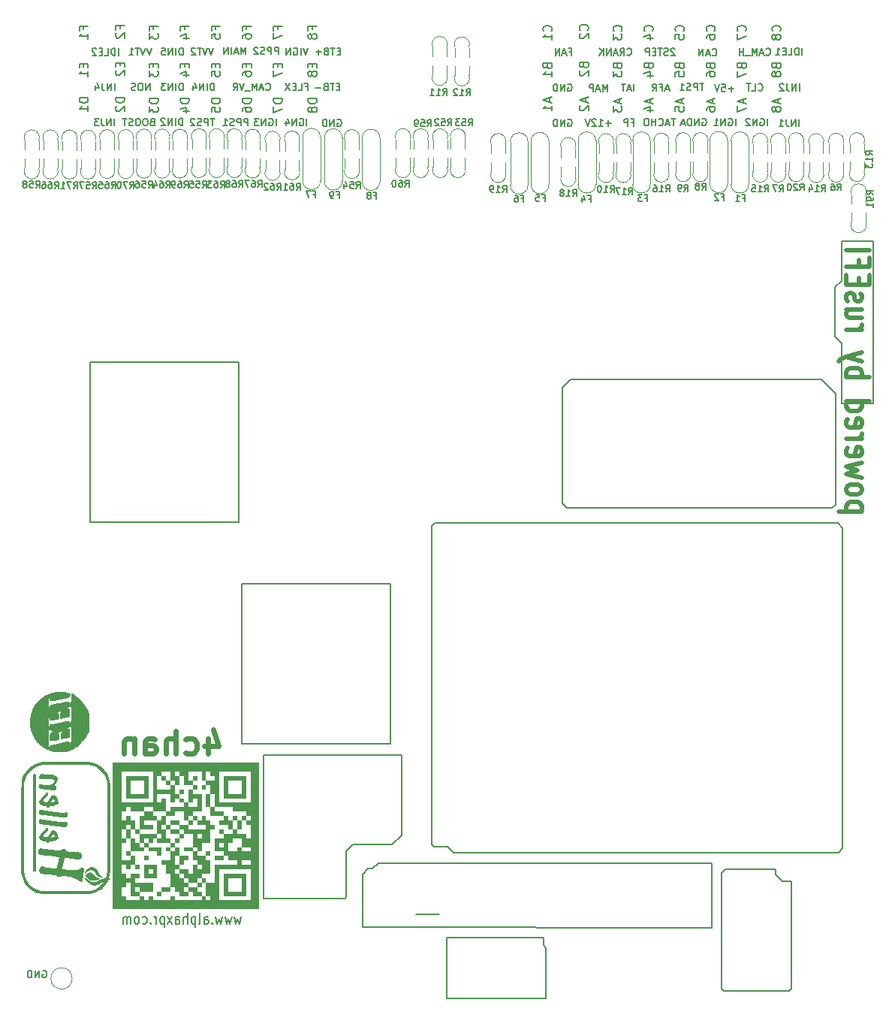
<source format=gbo>
G04 #@! TF.GenerationSoftware,KiCad,Pcbnew,(6.0.1)*
G04 #@! TF.CreationDate,2022-06-13T15:53:15+03:00*
G04 #@! TF.ProjectId,alphax_4ch,616c7068-6178-45f3-9463-682e6b696361,a*
G04 #@! TF.SameCoordinates,PX141f5e0PYa2cace0*
G04 #@! TF.FileFunction,Legend,Bot*
G04 #@! TF.FilePolarity,Positive*
%FSLAX46Y46*%
G04 Gerber Fmt 4.6, Leading zero omitted, Abs format (unit mm)*
G04 Created by KiCad (PCBNEW (6.0.1)) date 2022-06-13 15:53:15*
%MOMM*%
%LPD*%
G01*
G04 APERTURE LIST*
%ADD10C,0.170000*%
%ADD11C,0.200000*%
%ADD12C,0.600000*%
%ADD13C,0.500000*%
%ADD14C,0.130000*%
%ADD15C,0.127000*%
%ADD16C,0.150000*%
%ADD17C,0.099060*%
%ADD18C,0.120000*%
%ADD19C,0.002540*%
G04 APERTURE END LIST*
D10*
X84310989Y98707877D02*
X84310989Y99507877D01*
X83510989Y99469781D02*
X83587179Y99507877D01*
X83701465Y99507877D01*
X83815750Y99469781D01*
X83891941Y99393591D01*
X83930036Y99317401D01*
X83968131Y99165020D01*
X83968131Y99050734D01*
X83930036Y98898353D01*
X83891941Y98822162D01*
X83815750Y98745972D01*
X83701465Y98707877D01*
X83625274Y98707877D01*
X83510989Y98745972D01*
X83472893Y98784067D01*
X83472893Y99050734D01*
X83625274Y99050734D01*
X83130036Y98707877D02*
X83130036Y99507877D01*
X82672893Y98707877D01*
X82672893Y99507877D01*
X82330036Y99431686D02*
X82291941Y99469781D01*
X82215750Y99507877D01*
X82025274Y99507877D01*
X81949084Y99469781D01*
X81910989Y99431686D01*
X81872893Y99355496D01*
X81872893Y99279305D01*
X81910989Y99165020D01*
X82368131Y98707877D01*
X81872893Y98707877D01*
X68480494Y106715286D02*
X68518589Y106677191D01*
X68632875Y106639096D01*
X68709066Y106639096D01*
X68823351Y106677191D01*
X68899542Y106753381D01*
X68937637Y106829572D01*
X68975732Y106981953D01*
X68975732Y107096239D01*
X68937637Y107248620D01*
X68899542Y107324810D01*
X68823351Y107401000D01*
X68709066Y107439096D01*
X68632875Y107439096D01*
X68518589Y107401000D01*
X68480494Y107362905D01*
X67680494Y106639096D02*
X67947161Y107020048D01*
X68137637Y106639096D02*
X68137637Y107439096D01*
X67832875Y107439096D01*
X67756685Y107401000D01*
X67718589Y107362905D01*
X67680494Y107286715D01*
X67680494Y107172429D01*
X67718589Y107096239D01*
X67756685Y107058143D01*
X67832875Y107020048D01*
X68137637Y107020048D01*
X67375732Y106867667D02*
X66994780Y106867667D01*
X67451923Y106639096D02*
X67185256Y107439096D01*
X66918589Y106639096D01*
X66651923Y106639096D02*
X66651923Y107439096D01*
X66194780Y106639096D01*
X66194780Y107439096D01*
X65813828Y106639096D02*
X65813828Y107439096D01*
X65356685Y106639096D02*
X65699542Y107096239D01*
X65356685Y107439096D02*
X65813828Y106981953D01*
X25469047Y106738096D02*
X25469047Y107538096D01*
X25202380Y106966667D01*
X24935714Y107538096D01*
X24935714Y106738096D01*
X24592857Y106966667D02*
X24211904Y106966667D01*
X24669047Y106738096D02*
X24402380Y107538096D01*
X24135714Y106738096D01*
X23869047Y106738096D02*
X23869047Y107538096D01*
X23488095Y106738096D02*
X23488095Y107538096D01*
X23030952Y106738096D01*
X23030952Y107538096D01*
X36121428Y107107143D02*
X35854761Y107107143D01*
X35740476Y106688096D02*
X36121428Y106688096D01*
X36121428Y107488096D01*
X35740476Y107488096D01*
X35511904Y107488096D02*
X35054761Y107488096D01*
X35283333Y106688096D02*
X35283333Y107488096D01*
X34521428Y107107143D02*
X34407142Y107069048D01*
X34369047Y107030953D01*
X34330952Y106954762D01*
X34330952Y106840477D01*
X34369047Y106764286D01*
X34407142Y106726191D01*
X34483333Y106688096D01*
X34788095Y106688096D01*
X34788095Y107488096D01*
X34521428Y107488096D01*
X34445238Y107450000D01*
X34407142Y107411905D01*
X34369047Y107335715D01*
X34369047Y107259524D01*
X34407142Y107183334D01*
X34445238Y107145239D01*
X34521428Y107107143D01*
X34788095Y107107143D01*
X33988095Y106992858D02*
X33378571Y106992858D01*
X33683333Y106688096D02*
X33683333Y107297620D01*
X88206227Y106673986D02*
X88206227Y107473986D01*
X87825275Y106673986D02*
X87825275Y107473986D01*
X87634799Y107473986D01*
X87520513Y107435890D01*
X87444322Y107359700D01*
X87406227Y107283510D01*
X87368132Y107131129D01*
X87368132Y107016843D01*
X87406227Y106864462D01*
X87444322Y106788271D01*
X87520513Y106712081D01*
X87634799Y106673986D01*
X87825275Y106673986D01*
X86644322Y106673986D02*
X87025275Y106673986D01*
X87025275Y107473986D01*
X86377656Y107093033D02*
X86110989Y107093033D01*
X85996703Y106673986D02*
X86377656Y106673986D01*
X86377656Y107473986D01*
X85996703Y107473986D01*
X85234799Y106673986D02*
X85691941Y106673986D01*
X85463370Y106673986D02*
X85463370Y107473986D01*
X85539561Y107359700D01*
X85615751Y107283510D01*
X85691941Y107245414D01*
D11*
X24940476Y9557143D02*
X24750000Y8757143D01*
X24559523Y9328572D01*
X24369047Y8757143D01*
X24178571Y9557143D01*
X23892857Y9557143D02*
X23702380Y8757143D01*
X23511904Y9328572D01*
X23321428Y8757143D01*
X23130952Y9557143D01*
X22845238Y9557143D02*
X22654761Y8757143D01*
X22464285Y9328572D01*
X22273809Y8757143D01*
X22083333Y9557143D01*
X21702380Y8871429D02*
X21654761Y8814286D01*
X21702380Y8757143D01*
X21750000Y8814286D01*
X21702380Y8871429D01*
X21702380Y8757143D01*
X20797619Y8757143D02*
X20797619Y9385715D01*
X20845238Y9500000D01*
X20940476Y9557143D01*
X21130952Y9557143D01*
X21226190Y9500000D01*
X20797619Y8814286D02*
X20892857Y8757143D01*
X21130952Y8757143D01*
X21226190Y8814286D01*
X21273809Y8928572D01*
X21273809Y9042858D01*
X21226190Y9157143D01*
X21130952Y9214286D01*
X20892857Y9214286D01*
X20797619Y9271429D01*
X20178571Y8757143D02*
X20273809Y8814286D01*
X20321428Y8928572D01*
X20321428Y9957143D01*
X19797619Y9557143D02*
X19797619Y8357143D01*
X19797619Y9500000D02*
X19702380Y9557143D01*
X19511904Y9557143D01*
X19416666Y9500000D01*
X19369047Y9442858D01*
X19321428Y9328572D01*
X19321428Y8985715D01*
X19369047Y8871429D01*
X19416666Y8814286D01*
X19511904Y8757143D01*
X19702380Y8757143D01*
X19797619Y8814286D01*
X18892857Y8757143D02*
X18892857Y9957143D01*
X18464285Y8757143D02*
X18464285Y9385715D01*
X18511904Y9500000D01*
X18607142Y9557143D01*
X18750000Y9557143D01*
X18845238Y9500000D01*
X18892857Y9442858D01*
X17559523Y8757143D02*
X17559523Y9385715D01*
X17607142Y9500000D01*
X17702380Y9557143D01*
X17892857Y9557143D01*
X17988095Y9500000D01*
X17559523Y8814286D02*
X17654761Y8757143D01*
X17892857Y8757143D01*
X17988095Y8814286D01*
X18035714Y8928572D01*
X18035714Y9042858D01*
X17988095Y9157143D01*
X17892857Y9214286D01*
X17654761Y9214286D01*
X17559523Y9271429D01*
X17178571Y8757143D02*
X16654761Y9557143D01*
X17178571Y9557143D02*
X16654761Y8757143D01*
X16273809Y9557143D02*
X16273809Y8357143D01*
X16273809Y9500000D02*
X16178571Y9557143D01*
X15988095Y9557143D01*
X15892857Y9500000D01*
X15845238Y9442858D01*
X15797619Y9328572D01*
X15797619Y8985715D01*
X15845238Y8871429D01*
X15892857Y8814286D01*
X15988095Y8757143D01*
X16178571Y8757143D01*
X16273809Y8814286D01*
X15369047Y8757143D02*
X15369047Y9557143D01*
X15369047Y9328572D02*
X15321428Y9442858D01*
X15273809Y9500000D01*
X15178571Y9557143D01*
X15083333Y9557143D01*
X14750000Y8871429D02*
X14702380Y8814286D01*
X14750000Y8757143D01*
X14797619Y8814286D01*
X14750000Y8871429D01*
X14750000Y8757143D01*
X13845238Y8814286D02*
X13940476Y8757143D01*
X14130952Y8757143D01*
X14226190Y8814286D01*
X14273809Y8871429D01*
X14321428Y8985715D01*
X14321428Y9328572D01*
X14273809Y9442858D01*
X14226190Y9500000D01*
X14130952Y9557143D01*
X13940476Y9557143D01*
X13845238Y9500000D01*
X13273809Y8757143D02*
X13369047Y8814286D01*
X13416666Y8871429D01*
X13464285Y8985715D01*
X13464285Y9328572D01*
X13416666Y9442858D01*
X13369047Y9500000D01*
X13273809Y9557143D01*
X13130952Y9557143D01*
X13035714Y9500000D01*
X12988095Y9442858D01*
X12940476Y9328572D01*
X12940476Y8985715D01*
X12988095Y8871429D01*
X13035714Y8814286D01*
X13130952Y8757143D01*
X13273809Y8757143D01*
X12511904Y8757143D02*
X12511904Y9557143D01*
X12511904Y9442858D02*
X12464285Y9500000D01*
X12369047Y9557143D01*
X12226190Y9557143D01*
X12130952Y9500000D01*
X12083333Y9385715D01*
X12083333Y8757143D01*
X12083333Y9385715D02*
X12035714Y9500000D01*
X11940476Y9557143D01*
X11797619Y9557143D01*
X11702380Y9500000D01*
X11654761Y9385715D01*
X11654761Y8757143D01*
D10*
X14845238Y107488096D02*
X14578571Y106688096D01*
X14311904Y107488096D01*
X14159523Y107488096D02*
X13892857Y106688096D01*
X13626190Y107488096D01*
X13473809Y107488096D02*
X13016666Y107488096D01*
X13245238Y106688096D02*
X13245238Y107488096D01*
X12330952Y106688096D02*
X12788095Y106688096D01*
X12559523Y106688096D02*
X12559523Y107488096D01*
X12635714Y107373810D01*
X12711904Y107297620D01*
X12788095Y107259524D01*
X18350000Y98738096D02*
X18350000Y99538096D01*
X18159523Y99538096D01*
X18045238Y99500000D01*
X17969047Y99423810D01*
X17930952Y99347620D01*
X17892857Y99195239D01*
X17892857Y99080953D01*
X17930952Y98928572D01*
X17969047Y98852381D01*
X18045238Y98776191D01*
X18159523Y98738096D01*
X18350000Y98738096D01*
X17550000Y98738096D02*
X17550000Y99538096D01*
X17169047Y98738096D02*
X17169047Y99538096D01*
X16711904Y98738096D01*
X16711904Y99538096D01*
X16369047Y99461905D02*
X16330952Y99500000D01*
X16254761Y99538096D01*
X16064285Y99538096D01*
X15988095Y99500000D01*
X15950000Y99461905D01*
X15911904Y99385715D01*
X15911904Y99309524D01*
X15950000Y99195239D01*
X16407142Y98738096D01*
X15911904Y98738096D01*
X11116666Y106638096D02*
X11116666Y107438096D01*
X10735714Y106638096D02*
X10735714Y107438096D01*
X10545238Y107438096D01*
X10430952Y107400000D01*
X10354761Y107323810D01*
X10316666Y107247620D01*
X10278571Y107095239D01*
X10278571Y106980953D01*
X10316666Y106828572D01*
X10354761Y106752381D01*
X10430952Y106676191D01*
X10545238Y106638096D01*
X10735714Y106638096D01*
X9554761Y106638096D02*
X9935714Y106638096D01*
X9935714Y107438096D01*
X9288095Y107057143D02*
X9021428Y107057143D01*
X8907142Y106638096D02*
X9288095Y106638096D01*
X9288095Y107438096D01*
X8907142Y107438096D01*
X8602380Y107361905D02*
X8564285Y107400000D01*
X8488095Y107438096D01*
X8297619Y107438096D01*
X8221428Y107400000D01*
X8183333Y107361905D01*
X8145238Y107285715D01*
X8145238Y107209524D01*
X8183333Y107095239D01*
X8640476Y106638096D01*
X8145238Y106638096D01*
X32476190Y107488096D02*
X32209523Y106688096D01*
X31942857Y107488096D01*
X31676190Y106688096D02*
X31676190Y107488096D01*
X30876190Y107450000D02*
X30952380Y107488096D01*
X31066666Y107488096D01*
X31180952Y107450000D01*
X31257142Y107373810D01*
X31295238Y107297620D01*
X31333333Y107145239D01*
X31333333Y107030953D01*
X31295238Y106878572D01*
X31257142Y106802381D01*
X31180952Y106726191D01*
X31066666Y106688096D01*
X30990476Y106688096D01*
X30876190Y106726191D01*
X30838095Y106764286D01*
X30838095Y107030953D01*
X30990476Y107030953D01*
X30495238Y106688096D02*
X30495238Y107488096D01*
X30038095Y106688096D01*
X30038095Y107488096D01*
X36071428Y103107143D02*
X35804761Y103107143D01*
X35690476Y102688096D02*
X36071428Y102688096D01*
X36071428Y103488096D01*
X35690476Y103488096D01*
X35461904Y103488096D02*
X35004761Y103488096D01*
X35233333Y102688096D02*
X35233333Y103488096D01*
X34471428Y103107143D02*
X34357142Y103069048D01*
X34319047Y103030953D01*
X34280952Y102954762D01*
X34280952Y102840477D01*
X34319047Y102764286D01*
X34357142Y102726191D01*
X34433333Y102688096D01*
X34738095Y102688096D01*
X34738095Y103488096D01*
X34471428Y103488096D01*
X34395238Y103450000D01*
X34357142Y103411905D01*
X34319047Y103335715D01*
X34319047Y103259524D01*
X34357142Y103183334D01*
X34395238Y103145239D01*
X34471428Y103107143D01*
X34738095Y103107143D01*
X33938095Y102992858D02*
X33328571Y102992858D01*
D12*
X21176666Y29657143D02*
X21176666Y27923810D01*
X21795714Y30647620D02*
X22414761Y28790477D01*
X20805238Y28790477D01*
X18700476Y28047620D02*
X18948095Y27923810D01*
X19443333Y27923810D01*
X19690952Y28047620D01*
X19814761Y28171429D01*
X19938571Y28419048D01*
X19938571Y29161905D01*
X19814761Y29409524D01*
X19690952Y29533334D01*
X19443333Y29657143D01*
X18948095Y29657143D01*
X18700476Y29533334D01*
X17586190Y27923810D02*
X17586190Y30523810D01*
X16471904Y27923810D02*
X16471904Y29285715D01*
X16595714Y29533334D01*
X16843333Y29657143D01*
X17214761Y29657143D01*
X17462380Y29533334D01*
X17586190Y29409524D01*
X14119523Y27923810D02*
X14119523Y29285715D01*
X14243333Y29533334D01*
X14490952Y29657143D01*
X14986190Y29657143D01*
X15233809Y29533334D01*
X14119523Y28047620D02*
X14367142Y27923810D01*
X14986190Y27923810D01*
X15233809Y28047620D01*
X15357619Y28295239D01*
X15357619Y28542858D01*
X15233809Y28790477D01*
X14986190Y28914286D01*
X14367142Y28914286D01*
X14119523Y29038096D01*
X12881428Y29657143D02*
X12881428Y27923810D01*
X12881428Y29409524D02*
X12757619Y29533334D01*
X12510000Y29657143D01*
X12138571Y29657143D01*
X11890952Y29533334D01*
X11767142Y29285715D01*
X11767142Y27923810D01*
D10*
X32202380Y103107143D02*
X32469047Y103107143D01*
X32469047Y102688096D02*
X32469047Y103488096D01*
X32088095Y103488096D01*
X31402380Y102688096D02*
X31783333Y102688096D01*
X31783333Y103488096D01*
X31135714Y103107143D02*
X30869047Y103107143D01*
X30754761Y102688096D02*
X31135714Y102688096D01*
X31135714Y103488096D01*
X30754761Y103488096D01*
X30488095Y103488096D02*
X29954761Y102688096D01*
X29954761Y103488096D02*
X30488095Y102688096D01*
X27750000Y102764286D02*
X27788095Y102726191D01*
X27902380Y102688096D01*
X27978571Y102688096D01*
X28092857Y102726191D01*
X28169047Y102802381D01*
X28207142Y102878572D01*
X28245238Y103030953D01*
X28245238Y103145239D01*
X28207142Y103297620D01*
X28169047Y103373810D01*
X28092857Y103450000D01*
X27978571Y103488096D01*
X27902380Y103488096D01*
X27788095Y103450000D01*
X27750000Y103411905D01*
X27445238Y102916667D02*
X27064285Y102916667D01*
X27521428Y102688096D02*
X27254761Y103488096D01*
X26988095Y102688096D01*
X26721428Y102688096D02*
X26721428Y103488096D01*
X26454761Y102916667D01*
X26188095Y103488096D01*
X26188095Y102688096D01*
X25997619Y102611905D02*
X25388095Y102611905D01*
X25311904Y103488096D02*
X25045238Y102688096D01*
X24778571Y103488096D01*
X24054761Y102688096D02*
X24321428Y103069048D01*
X24511904Y102688096D02*
X24511904Y103488096D01*
X24207142Y103488096D01*
X24130952Y103450000D01*
X24092857Y103411905D01*
X24054761Y103335715D01*
X24054761Y103221429D01*
X24092857Y103145239D01*
X24130952Y103107143D01*
X24207142Y103069048D01*
X24511904Y103069048D01*
X14916666Y99107143D02*
X14802380Y99069048D01*
X14764285Y99030953D01*
X14726190Y98954762D01*
X14726190Y98840477D01*
X14764285Y98764286D01*
X14802380Y98726191D01*
X14878571Y98688096D01*
X15183333Y98688096D01*
X15183333Y99488096D01*
X14916666Y99488096D01*
X14840476Y99450000D01*
X14802380Y99411905D01*
X14764285Y99335715D01*
X14764285Y99259524D01*
X14802380Y99183334D01*
X14840476Y99145239D01*
X14916666Y99107143D01*
X15183333Y99107143D01*
X14230952Y99488096D02*
X14078571Y99488096D01*
X14002380Y99450000D01*
X13926190Y99373810D01*
X13888095Y99221429D01*
X13888095Y98954762D01*
X13926190Y98802381D01*
X14002380Y98726191D01*
X14078571Y98688096D01*
X14230952Y98688096D01*
X14307142Y98726191D01*
X14383333Y98802381D01*
X14421428Y98954762D01*
X14421428Y99221429D01*
X14383333Y99373810D01*
X14307142Y99450000D01*
X14230952Y99488096D01*
X13392857Y99488096D02*
X13240476Y99488096D01*
X13164285Y99450000D01*
X13088095Y99373810D01*
X13050000Y99221429D01*
X13050000Y98954762D01*
X13088095Y98802381D01*
X13164285Y98726191D01*
X13240476Y98688096D01*
X13392857Y98688096D01*
X13469047Y98726191D01*
X13545238Y98802381D01*
X13583333Y98954762D01*
X13583333Y99221429D01*
X13545238Y99373810D01*
X13469047Y99450000D01*
X13392857Y99488096D01*
X12745238Y98726191D02*
X12630952Y98688096D01*
X12440476Y98688096D01*
X12364285Y98726191D01*
X12326190Y98764286D01*
X12288095Y98840477D01*
X12288095Y98916667D01*
X12326190Y98992858D01*
X12364285Y99030953D01*
X12440476Y99069048D01*
X12592857Y99107143D01*
X12669047Y99145239D01*
X12707142Y99183334D01*
X12745238Y99259524D01*
X12745238Y99335715D01*
X12707142Y99411905D01*
X12669047Y99450000D01*
X12592857Y99488096D01*
X12402380Y99488096D01*
X12288095Y99450000D01*
X12059523Y99488096D02*
X11602380Y99488096D01*
X11830952Y98688096D02*
X11830952Y99488096D01*
X35809523Y99400000D02*
X35885714Y99438096D01*
X36000000Y99438096D01*
X36114285Y99400000D01*
X36190476Y99323810D01*
X36228571Y99247620D01*
X36266666Y99095239D01*
X36266666Y98980953D01*
X36228571Y98828572D01*
X36190476Y98752381D01*
X36114285Y98676191D01*
X36000000Y98638096D01*
X35923809Y98638096D01*
X35809523Y98676191D01*
X35771428Y98714286D01*
X35771428Y98980953D01*
X35923809Y98980953D01*
X35428571Y98638096D02*
X35428571Y99438096D01*
X34971428Y98638096D01*
X34971428Y99438096D01*
X34590476Y98638096D02*
X34590476Y99438096D01*
X34400000Y99438096D01*
X34285714Y99400000D01*
X34209523Y99323810D01*
X34171428Y99247620D01*
X34133333Y99095239D01*
X34133333Y98980953D01*
X34171428Y98828572D01*
X34209523Y98752381D01*
X34285714Y98676191D01*
X34400000Y98638096D01*
X34590476Y98638096D01*
D13*
X94957142Y55248810D02*
X92357142Y55248810D01*
X94833333Y55248810D02*
X94957142Y55458334D01*
X94957142Y55877381D01*
X94833333Y56086905D01*
X94709523Y56191667D01*
X94461904Y56296429D01*
X93719047Y56296429D01*
X93471428Y56191667D01*
X93347619Y56086905D01*
X93223809Y55877381D01*
X93223809Y55458334D01*
X93347619Y55248810D01*
X93223809Y57553572D02*
X93347619Y57344048D01*
X93471428Y57239286D01*
X93719047Y57134524D01*
X94461904Y57134524D01*
X94709523Y57239286D01*
X94833333Y57344048D01*
X94957142Y57553572D01*
X94957142Y57867858D01*
X94833333Y58077381D01*
X94709523Y58182143D01*
X94461904Y58286905D01*
X93719047Y58286905D01*
X93471428Y58182143D01*
X93347619Y58077381D01*
X93223809Y57867858D01*
X93223809Y57553572D01*
X94957142Y59020239D02*
X93223809Y59439286D01*
X94461904Y59858334D01*
X93223809Y60277381D01*
X94957142Y60696429D01*
X93347619Y62372620D02*
X93223809Y62163096D01*
X93223809Y61744048D01*
X93347619Y61534524D01*
X93595238Y61429762D01*
X94585714Y61429762D01*
X94833333Y61534524D01*
X94957142Y61744048D01*
X94957142Y62163096D01*
X94833333Y62372620D01*
X94585714Y62477381D01*
X94338095Y62477381D01*
X94090476Y61429762D01*
X93223809Y63420239D02*
X94957142Y63420239D01*
X94461904Y63420239D02*
X94709523Y63525000D01*
X94833333Y63629762D01*
X94957142Y63839286D01*
X94957142Y64048810D01*
X93347619Y65620239D02*
X93223809Y65410715D01*
X93223809Y64991667D01*
X93347619Y64782143D01*
X93595238Y64677381D01*
X94585714Y64677381D01*
X94833333Y64782143D01*
X94957142Y64991667D01*
X94957142Y65410715D01*
X94833333Y65620239D01*
X94585714Y65725000D01*
X94338095Y65725000D01*
X94090476Y64677381D01*
X93223809Y67610715D02*
X95823809Y67610715D01*
X93347619Y67610715D02*
X93223809Y67401191D01*
X93223809Y66982143D01*
X93347619Y66772620D01*
X93471428Y66667858D01*
X93719047Y66563096D01*
X94461904Y66563096D01*
X94709523Y66667858D01*
X94833333Y66772620D01*
X94957142Y66982143D01*
X94957142Y67401191D01*
X94833333Y67610715D01*
X93223809Y70334524D02*
X95823809Y70334524D01*
X94833333Y70334524D02*
X94957142Y70544048D01*
X94957142Y70963096D01*
X94833333Y71172620D01*
X94709523Y71277381D01*
X94461904Y71382143D01*
X93719047Y71382143D01*
X93471428Y71277381D01*
X93347619Y71172620D01*
X93223809Y70963096D01*
X93223809Y70544048D01*
X93347619Y70334524D01*
X94957142Y72115477D02*
X93223809Y72639286D01*
X94957142Y73163096D02*
X93223809Y72639286D01*
X92604761Y72429762D01*
X92480952Y72325000D01*
X92357142Y72115477D01*
X93223809Y75677381D02*
X94957142Y75677381D01*
X94461904Y75677381D02*
X94709523Y75782143D01*
X94833333Y75886905D01*
X94957142Y76096429D01*
X94957142Y76305953D01*
X94957142Y77982143D02*
X93223809Y77982143D01*
X94957142Y77039286D02*
X93595238Y77039286D01*
X93347619Y77144048D01*
X93223809Y77353572D01*
X93223809Y77667858D01*
X93347619Y77877381D01*
X93471428Y77982143D01*
X93347619Y78925000D02*
X93223809Y79134524D01*
X93223809Y79553572D01*
X93347619Y79763096D01*
X93595238Y79867858D01*
X93719047Y79867858D01*
X93966666Y79763096D01*
X94090476Y79553572D01*
X94090476Y79239286D01*
X94214285Y79029762D01*
X94461904Y78925000D01*
X94585714Y78925000D01*
X94833333Y79029762D01*
X94957142Y79239286D01*
X94957142Y79553572D01*
X94833333Y79763096D01*
X94585714Y80810715D02*
X94585714Y81544048D01*
X93223809Y81858334D02*
X93223809Y80810715D01*
X95823809Y80810715D01*
X95823809Y81858334D01*
X94585714Y83534524D02*
X94585714Y82801191D01*
X93223809Y82801191D02*
X95823809Y82801191D01*
X95823809Y83848810D01*
X93223809Y84686905D02*
X95823809Y84686905D01*
D10*
X10704761Y102688096D02*
X10704761Y103488096D01*
X10323809Y102688096D02*
X10323809Y103488096D01*
X9866666Y102688096D01*
X9866666Y103488096D01*
X9257142Y103488096D02*
X9257142Y102916667D01*
X9295238Y102802381D01*
X9371428Y102726191D01*
X9485714Y102688096D01*
X9561904Y102688096D01*
X8533333Y103221429D02*
X8533333Y102688096D01*
X8723809Y103526191D02*
X8914285Y102954762D01*
X8419047Y102954762D01*
X77139652Y103488096D02*
X76682509Y103488096D01*
X76911080Y102688096D02*
X76911080Y103488096D01*
X76415842Y102688096D02*
X76415842Y103488096D01*
X76111080Y103488096D01*
X76034890Y103450000D01*
X75996795Y103411905D01*
X75958699Y103335715D01*
X75958699Y103221429D01*
X75996795Y103145239D01*
X76034890Y103107143D01*
X76111080Y103069048D01*
X76415842Y103069048D01*
X75653937Y102726191D02*
X75539652Y102688096D01*
X75349176Y102688096D01*
X75272985Y102726191D01*
X75234890Y102764286D01*
X75196795Y102840477D01*
X75196795Y102916667D01*
X75234890Y102992858D01*
X75272985Y103030953D01*
X75349176Y103069048D01*
X75501556Y103107143D01*
X75577747Y103145239D01*
X75615842Y103183334D01*
X75653937Y103259524D01*
X75653937Y103335715D01*
X75615842Y103411905D01*
X75577747Y103450000D01*
X75501556Y103488096D01*
X75311080Y103488096D01*
X75196795Y103450000D01*
X74434890Y102688096D02*
X74892033Y102688096D01*
X74663461Y102688096D02*
X74663461Y103488096D01*
X74739652Y103373810D01*
X74815842Y103297620D01*
X74892033Y103259524D01*
X87879212Y98638096D02*
X87879212Y99438096D01*
X87498260Y98638096D02*
X87498260Y99438096D01*
X87041117Y98638096D01*
X87041117Y99438096D01*
X86431593Y99438096D02*
X86431593Y98866667D01*
X86469689Y98752381D01*
X86545879Y98676191D01*
X86660165Y98638096D01*
X86736355Y98638096D01*
X85631593Y98638096D02*
X86088736Y98638096D01*
X85860165Y98638096D02*
X85860165Y99438096D01*
X85936355Y99323810D01*
X86012546Y99247620D01*
X86088736Y99209524D01*
X10654761Y98688096D02*
X10654761Y99488096D01*
X10273809Y98688096D02*
X10273809Y99488096D01*
X9816666Y98688096D01*
X9816666Y99488096D01*
X9207142Y99488096D02*
X9207142Y98916667D01*
X9245238Y98802381D01*
X9321428Y98726191D01*
X9435714Y98688096D01*
X9511904Y98688096D01*
X8902380Y99488096D02*
X8407142Y99488096D01*
X8673809Y99183334D01*
X8559523Y99183334D01*
X8483333Y99145239D01*
X8445238Y99107143D01*
X8407142Y99030953D01*
X8407142Y98840477D01*
X8445238Y98764286D01*
X8483333Y98726191D01*
X8559523Y98688096D01*
X8788095Y98688096D01*
X8864285Y98726191D01*
X8902380Y98764286D01*
X78077747Y106645506D02*
X78115842Y106607411D01*
X78230128Y106569316D01*
X78306319Y106569316D01*
X78420604Y106607411D01*
X78496795Y106683601D01*
X78534890Y106759792D01*
X78572985Y106912173D01*
X78572985Y107026459D01*
X78534890Y107178840D01*
X78496795Y107255030D01*
X78420604Y107331220D01*
X78306319Y107369316D01*
X78230128Y107369316D01*
X78115842Y107331220D01*
X78077747Y107293125D01*
X77772985Y106797887D02*
X77392033Y106797887D01*
X77849176Y106569316D02*
X77582509Y107369316D01*
X77315842Y106569316D01*
X77049176Y106569316D02*
X77049176Y107369316D01*
X76592033Y106569316D01*
X76592033Y107369316D01*
X68987088Y99092033D02*
X69253754Y99092033D01*
X69253754Y98672986D02*
X69253754Y99472986D01*
X68872802Y99472986D01*
X68568040Y98672986D02*
X68568040Y99472986D01*
X68263278Y99472986D01*
X68187088Y99434890D01*
X68148993Y99396795D01*
X68110897Y99320605D01*
X68110897Y99206319D01*
X68148993Y99130129D01*
X68187088Y99092033D01*
X68263278Y99053938D01*
X68568040Y99053938D01*
X32350000Y98688096D02*
X32350000Y99488096D01*
X31550000Y99450000D02*
X31626190Y99488096D01*
X31740476Y99488096D01*
X31854761Y99450000D01*
X31930952Y99373810D01*
X31969047Y99297620D01*
X32007142Y99145239D01*
X32007142Y99030953D01*
X31969047Y98878572D01*
X31930952Y98802381D01*
X31854761Y98726191D01*
X31740476Y98688096D01*
X31664285Y98688096D01*
X31550000Y98726191D01*
X31511904Y98764286D01*
X31511904Y99030953D01*
X31664285Y99030953D01*
X31169047Y98688096D02*
X31169047Y99488096D01*
X30711904Y98688096D01*
X30711904Y99488096D01*
X29988095Y99221429D02*
X29988095Y98688096D01*
X30178571Y99526191D02*
X30369047Y98954762D01*
X29873809Y98954762D01*
X80717308Y98707877D02*
X80717308Y99507877D01*
X79917308Y99469781D02*
X79993498Y99507877D01*
X80107784Y99507877D01*
X80222069Y99469781D01*
X80298260Y99393591D01*
X80336355Y99317401D01*
X80374450Y99165020D01*
X80374450Y99050734D01*
X80336355Y98898353D01*
X80298260Y98822162D01*
X80222069Y98745972D01*
X80107784Y98707877D01*
X80031593Y98707877D01*
X79917308Y98745972D01*
X79879212Y98784067D01*
X79879212Y99050734D01*
X80031593Y99050734D01*
X79536355Y98707877D02*
X79536355Y99507877D01*
X79079212Y98707877D01*
X79079212Y99507877D01*
X78279212Y98707877D02*
X78736355Y98707877D01*
X78507784Y98707877D02*
X78507784Y99507877D01*
X78583974Y99393591D01*
X78660165Y99317401D01*
X78736355Y99279305D01*
X83282601Y102702923D02*
X83320696Y102664828D01*
X83434982Y102626733D01*
X83511172Y102626733D01*
X83625458Y102664828D01*
X83701649Y102741018D01*
X83739744Y102817209D01*
X83777839Y102969590D01*
X83777839Y103083876D01*
X83739744Y103236257D01*
X83701649Y103312447D01*
X83625458Y103388637D01*
X83511172Y103426733D01*
X83434982Y103426733D01*
X83320696Y103388637D01*
X83282601Y103350542D01*
X82558791Y102626733D02*
X82939744Y102626733D01*
X82939744Y103426733D01*
X82406410Y103426733D02*
X81949268Y103426733D01*
X82177839Y102626733D02*
X82177839Y103426733D01*
X61809523Y99400000D02*
X61885714Y99438096D01*
X62000000Y99438096D01*
X62114285Y99400000D01*
X62190476Y99323810D01*
X62228571Y99247620D01*
X62266666Y99095239D01*
X62266666Y98980953D01*
X62228571Y98828572D01*
X62190476Y98752381D01*
X62114285Y98676191D01*
X62000000Y98638096D01*
X61923809Y98638096D01*
X61809523Y98676191D01*
X61771428Y98714286D01*
X61771428Y98980953D01*
X61923809Y98980953D01*
X61428571Y98638096D02*
X61428571Y99438096D01*
X60971428Y98638096D01*
X60971428Y99438096D01*
X60590476Y98638096D02*
X60590476Y99438096D01*
X60400000Y99438096D01*
X60285714Y99400000D01*
X60209523Y99323810D01*
X60171428Y99247620D01*
X60133333Y99095239D01*
X60133333Y98980953D01*
X60171428Y98828572D01*
X60209523Y98752381D01*
X60285714Y98676191D01*
X60400000Y98638096D01*
X60590476Y98638096D01*
X21940476Y99488096D02*
X21483333Y99488096D01*
X21711904Y98688096D02*
X21711904Y99488096D01*
X21216666Y98688096D02*
X21216666Y99488096D01*
X20911904Y99488096D01*
X20835714Y99450000D01*
X20797619Y99411905D01*
X20759523Y99335715D01*
X20759523Y99221429D01*
X20797619Y99145239D01*
X20835714Y99107143D01*
X20911904Y99069048D01*
X21216666Y99069048D01*
X20454761Y98726191D02*
X20340476Y98688096D01*
X20150000Y98688096D01*
X20073809Y98726191D01*
X20035714Y98764286D01*
X19997619Y98840477D01*
X19997619Y98916667D01*
X20035714Y98992858D01*
X20073809Y99030953D01*
X20150000Y99069048D01*
X20302380Y99107143D01*
X20378571Y99145239D01*
X20416666Y99183334D01*
X20454761Y99259524D01*
X20454761Y99335715D01*
X20416666Y99411905D01*
X20378571Y99450000D01*
X20302380Y99488096D01*
X20111904Y99488096D01*
X19997619Y99450000D01*
X19692857Y99411905D02*
X19654761Y99450000D01*
X19578571Y99488096D01*
X19388095Y99488096D01*
X19311904Y99450000D01*
X19273809Y99411905D01*
X19235714Y99335715D01*
X19235714Y99259524D01*
X19273809Y99145239D01*
X19730952Y98688096D01*
X19235714Y98688096D01*
X61809523Y103377473D02*
X61885714Y103415569D01*
X62000000Y103415569D01*
X62114285Y103377473D01*
X62190476Y103301283D01*
X62228571Y103225093D01*
X62266666Y103072712D01*
X62266666Y102958426D01*
X62228571Y102806045D01*
X62190476Y102729854D01*
X62114285Y102653664D01*
X62000000Y102615569D01*
X61923809Y102615569D01*
X61809523Y102653664D01*
X61771428Y102691759D01*
X61771428Y102958426D01*
X61923809Y102958426D01*
X61428571Y102615569D02*
X61428571Y103415569D01*
X60971428Y102615569D01*
X60971428Y103415569D01*
X60590476Y102615569D02*
X60590476Y103415569D01*
X60400000Y103415569D01*
X60285714Y103377473D01*
X60209523Y103301283D01*
X60171428Y103225093D01*
X60133333Y103072712D01*
X60133333Y102958426D01*
X60171428Y102806045D01*
X60209523Y102729854D01*
X60285714Y102653664D01*
X60400000Y102615569D01*
X60590476Y102615569D01*
X25721428Y98688096D02*
X25721428Y99488096D01*
X25416666Y99488096D01*
X25340476Y99450000D01*
X25302380Y99411905D01*
X25264285Y99335715D01*
X25264285Y99221429D01*
X25302380Y99145239D01*
X25340476Y99107143D01*
X25416666Y99069048D01*
X25721428Y99069048D01*
X24921428Y98688096D02*
X24921428Y99488096D01*
X24616666Y99488096D01*
X24540476Y99450000D01*
X24502380Y99411905D01*
X24464285Y99335715D01*
X24464285Y99221429D01*
X24502380Y99145239D01*
X24540476Y99107143D01*
X24616666Y99069048D01*
X24921428Y99069048D01*
X24159523Y98726191D02*
X24045238Y98688096D01*
X23854761Y98688096D01*
X23778571Y98726191D01*
X23740476Y98764286D01*
X23702380Y98840477D01*
X23702380Y98916667D01*
X23740476Y98992858D01*
X23778571Y99030953D01*
X23854761Y99069048D01*
X24007142Y99107143D01*
X24083333Y99145239D01*
X24121428Y99183334D01*
X24159523Y99259524D01*
X24159523Y99335715D01*
X24121428Y99411905D01*
X24083333Y99450000D01*
X24007142Y99488096D01*
X23816666Y99488096D01*
X23702380Y99450000D01*
X22940476Y98688096D02*
X23397619Y98688096D01*
X23169047Y98688096D02*
X23169047Y99488096D01*
X23245238Y99373810D01*
X23321428Y99297620D01*
X23397619Y99259524D01*
X87914102Y102626733D02*
X87914102Y103426733D01*
X87533150Y102626733D02*
X87533150Y103426733D01*
X87076007Y102626733D01*
X87076007Y103426733D01*
X86466483Y103426733D02*
X86466483Y102855304D01*
X86504579Y102741018D01*
X86580769Y102664828D01*
X86695055Y102626733D01*
X86771245Y102626733D01*
X86123626Y103350542D02*
X86085531Y103388637D01*
X86009341Y103426733D01*
X85818864Y103426733D01*
X85742674Y103388637D01*
X85704579Y103350542D01*
X85666483Y103274352D01*
X85666483Y103198161D01*
X85704579Y103083876D01*
X86161721Y102626733D01*
X85666483Y102626733D01*
X21900000Y102688096D02*
X21900000Y103488096D01*
X21709523Y103488096D01*
X21595238Y103450000D01*
X21519047Y103373810D01*
X21480952Y103297620D01*
X21442857Y103145239D01*
X21442857Y103030953D01*
X21480952Y102878572D01*
X21519047Y102802381D01*
X21595238Y102726191D01*
X21709523Y102688096D01*
X21900000Y102688096D01*
X21100000Y102688096D02*
X21100000Y103488096D01*
X20719047Y102688096D02*
X20719047Y103488096D01*
X20261904Y102688096D01*
X20261904Y103488096D01*
X19538095Y103221429D02*
X19538095Y102688096D01*
X19728571Y103526191D02*
X19919047Y102954762D01*
X19423809Y102954762D01*
X73193498Y102820414D02*
X72812545Y102820414D01*
X73269688Y102591843D02*
X73003022Y103391843D01*
X72736355Y102591843D01*
X72203022Y103010890D02*
X72469688Y103010890D01*
X72469688Y102591843D02*
X72469688Y103391843D01*
X72088736Y103391843D01*
X71326831Y102591843D02*
X71593498Y102972795D01*
X71783974Y102591843D02*
X71783974Y103391843D01*
X71479212Y103391843D01*
X71403022Y103353747D01*
X71364926Y103315652D01*
X71326831Y103239462D01*
X71326831Y103125176D01*
X71364926Y103048986D01*
X71403022Y103010890D01*
X71479212Y102972795D01*
X71783974Y102972795D01*
X73866575Y107362905D02*
X73828480Y107401000D01*
X73752289Y107439096D01*
X73561813Y107439096D01*
X73485623Y107401000D01*
X73447527Y107362905D01*
X73409432Y107286715D01*
X73409432Y107210524D01*
X73447527Y107096239D01*
X73904670Y106639096D01*
X73409432Y106639096D01*
X73104670Y106677191D02*
X72990385Y106639096D01*
X72799908Y106639096D01*
X72723718Y106677191D01*
X72685623Y106715286D01*
X72647527Y106791477D01*
X72647527Y106867667D01*
X72685623Y106943858D01*
X72723718Y106981953D01*
X72799908Y107020048D01*
X72952289Y107058143D01*
X73028480Y107096239D01*
X73066575Y107134334D01*
X73104670Y107210524D01*
X73104670Y107286715D01*
X73066575Y107362905D01*
X73028480Y107401000D01*
X72952289Y107439096D01*
X72761813Y107439096D01*
X72647527Y107401000D01*
X72418956Y107439096D02*
X71961813Y107439096D01*
X72190385Y106639096D02*
X72190385Y107439096D01*
X71695146Y107058143D02*
X71428480Y107058143D01*
X71314194Y106639096D02*
X71695146Y106639096D01*
X71695146Y107439096D01*
X71314194Y107439096D01*
X70971337Y106639096D02*
X70971337Y107439096D01*
X70666575Y107439096D01*
X70590385Y107401000D01*
X70552289Y107362905D01*
X70514194Y107286715D01*
X70514194Y107172429D01*
X70552289Y107096239D01*
X70590385Y107058143D01*
X70666575Y107020048D01*
X70971337Y107020048D01*
X84142948Y106715286D02*
X84181043Y106677191D01*
X84295329Y106639096D01*
X84371519Y106639096D01*
X84485805Y106677191D01*
X84561996Y106753381D01*
X84600091Y106829572D01*
X84638186Y106981953D01*
X84638186Y107096239D01*
X84600091Y107248620D01*
X84561996Y107324810D01*
X84485805Y107401000D01*
X84371519Y107439096D01*
X84295329Y107439096D01*
X84181043Y107401000D01*
X84142948Y107362905D01*
X83838186Y106867667D02*
X83457234Y106867667D01*
X83914377Y106639096D02*
X83647710Y107439096D01*
X83381043Y106639096D01*
X83114377Y106639096D02*
X83114377Y107439096D01*
X82847710Y106867667D01*
X82581043Y107439096D01*
X82581043Y106639096D01*
X82390567Y106562905D02*
X81781043Y106562905D01*
X81590567Y106639096D02*
X81590567Y107439096D01*
X81590567Y107058143D02*
X81133424Y107058143D01*
X81133424Y106639096D02*
X81133424Y107439096D01*
X61952290Y107058143D02*
X62218956Y107058143D01*
X62218956Y106639096D02*
X62218956Y107439096D01*
X61838004Y107439096D01*
X61571337Y106867667D02*
X61190385Y106867667D01*
X61647528Y106639096D02*
X61380861Y107439096D01*
X61114194Y106639096D01*
X60847528Y106639096D02*
X60847528Y107439096D01*
X60390385Y106639096D01*
X60390385Y107439096D01*
X28900000Y98688096D02*
X28900000Y99488096D01*
X28100000Y99450000D02*
X28176190Y99488096D01*
X28290476Y99488096D01*
X28404761Y99450000D01*
X28480952Y99373810D01*
X28519047Y99297620D01*
X28557142Y99145239D01*
X28557142Y99030953D01*
X28519047Y98878572D01*
X28480952Y98802381D01*
X28404761Y98726191D01*
X28290476Y98688096D01*
X28214285Y98688096D01*
X28100000Y98726191D01*
X28061904Y98764286D01*
X28061904Y99030953D01*
X28214285Y99030953D01*
X27719047Y98688096D02*
X27719047Y99488096D01*
X27261904Y98688096D01*
X27261904Y99488096D01*
X26957142Y99488096D02*
X26461904Y99488096D01*
X26728571Y99183334D01*
X26614285Y99183334D01*
X26538095Y99145239D01*
X26500000Y99107143D01*
X26461904Y99030953D01*
X26461904Y98840477D01*
X26500000Y98764286D01*
X26538095Y98726191D01*
X26614285Y98688096D01*
X26842857Y98688096D01*
X26919047Y98726191D01*
X26957142Y98764286D01*
X29171428Y106738096D02*
X29171428Y107538096D01*
X28866666Y107538096D01*
X28790476Y107500000D01*
X28752380Y107461905D01*
X28714285Y107385715D01*
X28714285Y107271429D01*
X28752380Y107195239D01*
X28790476Y107157143D01*
X28866666Y107119048D01*
X29171428Y107119048D01*
X28371428Y106738096D02*
X28371428Y107538096D01*
X28066666Y107538096D01*
X27990476Y107500000D01*
X27952380Y107461905D01*
X27914285Y107385715D01*
X27914285Y107271429D01*
X27952380Y107195239D01*
X27990476Y107157143D01*
X28066666Y107119048D01*
X28371428Y107119048D01*
X27609523Y106776191D02*
X27495238Y106738096D01*
X27304761Y106738096D01*
X27228571Y106776191D01*
X27190476Y106814286D01*
X27152380Y106890477D01*
X27152380Y106966667D01*
X27190476Y107042858D01*
X27228571Y107080953D01*
X27304761Y107119048D01*
X27457142Y107157143D01*
X27533333Y107195239D01*
X27571428Y107233334D01*
X27609523Y107309524D01*
X27609523Y107385715D01*
X27571428Y107461905D01*
X27533333Y107500000D01*
X27457142Y107538096D01*
X27266666Y107538096D01*
X27152380Y107500000D01*
X26847619Y107461905D02*
X26809523Y107500000D01*
X26733333Y107538096D01*
X26542857Y107538096D01*
X26466666Y107500000D01*
X26428571Y107461905D01*
X26390476Y107385715D01*
X26390476Y107309524D01*
X26428571Y107195239D01*
X26885714Y106738096D01*
X26390476Y106738096D01*
X2574761Y3460000D02*
X2652857Y3499048D01*
X2770000Y3499048D01*
X2887142Y3460000D01*
X2965238Y3381905D01*
X3004285Y3303810D01*
X3043333Y3147620D01*
X3043333Y3030477D01*
X3004285Y2874286D01*
X2965238Y2796191D01*
X2887142Y2718096D01*
X2770000Y2679048D01*
X2691904Y2679048D01*
X2574761Y2718096D01*
X2535714Y2757143D01*
X2535714Y3030477D01*
X2691904Y3030477D01*
X2184285Y2679048D02*
X2184285Y3499048D01*
X1715714Y2679048D01*
X1715714Y3499048D01*
X1325238Y2679048D02*
X1325238Y3499048D01*
X1130000Y3499048D01*
X1012857Y3460000D01*
X934761Y3381905D01*
X895714Y3303810D01*
X856666Y3147620D01*
X856666Y3030477D01*
X895714Y2874286D01*
X934761Y2796191D01*
X1012857Y2718096D01*
X1130000Y2679048D01*
X1325238Y2679048D01*
X18400000Y102688096D02*
X18400000Y103488096D01*
X18209523Y103488096D01*
X18095238Y103450000D01*
X18019047Y103373810D01*
X17980952Y103297620D01*
X17942857Y103145239D01*
X17942857Y103030953D01*
X17980952Y102878572D01*
X18019047Y102802381D01*
X18095238Y102726191D01*
X18209523Y102688096D01*
X18400000Y102688096D01*
X17600000Y102688096D02*
X17600000Y103488096D01*
X17219047Y102688096D02*
X17219047Y103488096D01*
X16761904Y102688096D01*
X16761904Y103488096D01*
X16457142Y103488096D02*
X15961904Y103488096D01*
X16228571Y103183334D01*
X16114285Y103183334D01*
X16038095Y103145239D01*
X16000000Y103107143D01*
X15961904Y103030953D01*
X15961904Y102840477D01*
X16000000Y102764286D01*
X16038095Y102726191D01*
X16114285Y102688096D01*
X16342857Y102688096D01*
X16419047Y102726191D01*
X16457142Y102764286D01*
X76945787Y99469781D02*
X77021978Y99507877D01*
X77136264Y99507877D01*
X77250549Y99469781D01*
X77326740Y99393591D01*
X77364835Y99317401D01*
X77402930Y99165020D01*
X77402930Y99050734D01*
X77364835Y98898353D01*
X77326740Y98822162D01*
X77250549Y98745972D01*
X77136264Y98707877D01*
X77060073Y98707877D01*
X76945787Y98745972D01*
X76907692Y98784067D01*
X76907692Y99050734D01*
X77060073Y99050734D01*
X76564835Y98707877D02*
X76564835Y99507877D01*
X76107692Y98707877D01*
X76107692Y99507877D01*
X75726740Y98707877D02*
X75726740Y99507877D01*
X75536264Y99507877D01*
X75421978Y99469781D01*
X75345787Y99393591D01*
X75307692Y99317401D01*
X75269597Y99165020D01*
X75269597Y99050734D01*
X75307692Y98898353D01*
X75345787Y98822162D01*
X75421978Y98745972D01*
X75536264Y98707877D01*
X75726740Y98707877D01*
X74964835Y98936448D02*
X74583883Y98936448D01*
X75041026Y98707877D02*
X74774359Y99507877D01*
X74507692Y98707877D01*
X80510989Y102861715D02*
X79901465Y102861715D01*
X80206227Y102556953D02*
X80206227Y103166477D01*
X79139560Y103356953D02*
X79520513Y103356953D01*
X79558608Y102976000D01*
X79520513Y103014096D01*
X79444322Y103052191D01*
X79253846Y103052191D01*
X79177656Y103014096D01*
X79139560Y102976000D01*
X79101465Y102899810D01*
X79101465Y102709334D01*
X79139560Y102633143D01*
X79177656Y102595048D01*
X79253846Y102556953D01*
X79444322Y102556953D01*
X79520513Y102595048D01*
X79558608Y102633143D01*
X78872894Y103356953D02*
X78606227Y102556953D01*
X78339560Y103356953D01*
X14678571Y102688096D02*
X14678571Y103488096D01*
X14221428Y102688096D01*
X14221428Y103488096D01*
X13688095Y103488096D02*
X13535714Y103488096D01*
X13459523Y103450000D01*
X13383333Y103373810D01*
X13345238Y103221429D01*
X13345238Y102954762D01*
X13383333Y102802381D01*
X13459523Y102726191D01*
X13535714Y102688096D01*
X13688095Y102688096D01*
X13764285Y102726191D01*
X13840476Y102802381D01*
X13878571Y102954762D01*
X13878571Y103221429D01*
X13840476Y103373810D01*
X13764285Y103450000D01*
X13688095Y103488096D01*
X13040476Y102726191D02*
X12926190Y102688096D01*
X12735714Y102688096D01*
X12659523Y102726191D01*
X12621428Y102764286D01*
X12583333Y102840477D01*
X12583333Y102916667D01*
X12621428Y102992858D01*
X12659523Y103030953D01*
X12735714Y103069048D01*
X12888095Y103107143D01*
X12964285Y103145239D01*
X13002380Y103183334D01*
X13040476Y103259524D01*
X13040476Y103335715D01*
X13002380Y103411905D01*
X12964285Y103450000D01*
X12888095Y103488096D01*
X12697619Y103488096D01*
X12583333Y103450000D01*
X66256776Y102556953D02*
X66256776Y103356953D01*
X65990110Y102785524D01*
X65723443Y103356953D01*
X65723443Y102556953D01*
X65380586Y102785524D02*
X64999633Y102785524D01*
X65456776Y102556953D02*
X65190110Y103356953D01*
X64923443Y102556953D01*
X64656776Y102556953D02*
X64656776Y103356953D01*
X64352014Y103356953D01*
X64275824Y103318857D01*
X64237729Y103280762D01*
X64199633Y103204572D01*
X64199633Y103090286D01*
X64237729Y103014096D01*
X64275824Y102976000D01*
X64352014Y102937905D01*
X64656776Y102937905D01*
X21845238Y107488096D02*
X21578571Y106688096D01*
X21311904Y107488096D01*
X21159523Y107488096D02*
X20892857Y106688096D01*
X20626190Y107488096D01*
X20473809Y107488096D02*
X20016666Y107488096D01*
X20245238Y106688096D02*
X20245238Y107488096D01*
X19788095Y107411905D02*
X19750000Y107450000D01*
X19673809Y107488096D01*
X19483333Y107488096D01*
X19407142Y107450000D01*
X19369047Y107411905D01*
X19330952Y107335715D01*
X19330952Y107259524D01*
X19369047Y107145239D01*
X19826190Y106688096D01*
X19330952Y106688096D01*
X69244323Y102591843D02*
X69244323Y103391843D01*
X68901465Y102820414D02*
X68520513Y102820414D01*
X68977656Y102591843D02*
X68710989Y103391843D01*
X68444323Y102591843D01*
X68291942Y103391843D02*
X67834799Y103391843D01*
X68063370Y102591843D02*
X68063370Y103391843D01*
X18400000Y106688096D02*
X18400000Y107488096D01*
X18209523Y107488096D01*
X18095238Y107450000D01*
X18019047Y107373810D01*
X17980952Y107297620D01*
X17942857Y107145239D01*
X17942857Y107030953D01*
X17980952Y106878572D01*
X18019047Y106802381D01*
X18095238Y106726191D01*
X18209523Y106688096D01*
X18400000Y106688096D01*
X17600000Y106688096D02*
X17600000Y107488096D01*
X17219047Y106688096D02*
X17219047Y107488096D01*
X16761904Y106688096D01*
X16761904Y107488096D01*
X16000000Y107488096D02*
X16380952Y107488096D01*
X16419047Y107107143D01*
X16380952Y107145239D01*
X16304761Y107183334D01*
X16114285Y107183334D01*
X16038095Y107145239D01*
X16000000Y107107143D01*
X15961904Y107030953D01*
X15961904Y106840477D01*
X16000000Y106764286D01*
X16038095Y106726191D01*
X16114285Y106688096D01*
X16304761Y106688096D01*
X16380952Y106726191D01*
X16419047Y106764286D01*
X66691666Y98977748D02*
X66082143Y98977748D01*
X66386904Y98672986D02*
X66386904Y99282510D01*
X65282143Y98672986D02*
X65739285Y98672986D01*
X65510714Y98672986D02*
X65510714Y99472986D01*
X65586904Y99358700D01*
X65663095Y99282510D01*
X65739285Y99244414D01*
X64977381Y99396795D02*
X64939285Y99434890D01*
X64863095Y99472986D01*
X64672619Y99472986D01*
X64596428Y99434890D01*
X64558333Y99396795D01*
X64520238Y99320605D01*
X64520238Y99244414D01*
X64558333Y99130129D01*
X65015476Y98672986D01*
X64520238Y98672986D01*
X64291666Y99472986D02*
X64025000Y98672986D01*
X63758333Y99472986D01*
X73930128Y99507877D02*
X73472985Y99507877D01*
X73701557Y98707877D02*
X73701557Y99507877D01*
X73244414Y98936448D02*
X72863462Y98936448D01*
X73320605Y98707877D02*
X73053938Y99507877D01*
X72787271Y98707877D01*
X72063462Y98784067D02*
X72101557Y98745972D01*
X72215843Y98707877D01*
X72292033Y98707877D01*
X72406319Y98745972D01*
X72482509Y98822162D01*
X72520605Y98898353D01*
X72558700Y99050734D01*
X72558700Y99165020D01*
X72520605Y99317401D01*
X72482509Y99393591D01*
X72406319Y99469781D01*
X72292033Y99507877D01*
X72215843Y99507877D01*
X72101557Y99469781D01*
X72063462Y99431686D01*
X71720605Y98707877D02*
X71720605Y99507877D01*
X71720605Y99126924D02*
X71263462Y99126924D01*
X71263462Y98707877D02*
X71263462Y99507877D01*
X70730128Y99507877D02*
X70577747Y99507877D01*
X70501557Y99469781D01*
X70425366Y99393591D01*
X70387271Y99241210D01*
X70387271Y98974543D01*
X70425366Y98822162D01*
X70501557Y98745972D01*
X70577747Y98707877D01*
X70730128Y98707877D01*
X70806319Y98745972D01*
X70882509Y98822162D01*
X70920605Y98974543D01*
X70920605Y99241210D01*
X70882509Y99393591D01*
X70806319Y99469781D01*
X70730128Y99507877D01*
D14*
G04 #@! TO.C,R8*
X76906050Y91483428D02*
X77156050Y91840571D01*
X77334621Y91483428D02*
X77334621Y92233428D01*
X77048907Y92233428D01*
X76977478Y92197713D01*
X76941764Y92161999D01*
X76906050Y92090571D01*
X76906050Y91983428D01*
X76941764Y91911999D01*
X76977478Y91876285D01*
X77048907Y91840571D01*
X77334621Y91840571D01*
X76477478Y91911999D02*
X76548907Y91947713D01*
X76584621Y91983428D01*
X76620335Y92054856D01*
X76620335Y92090571D01*
X76584621Y92161999D01*
X76548907Y92197713D01*
X76477478Y92233428D01*
X76334621Y92233428D01*
X76263192Y92197713D01*
X76227478Y92161999D01*
X76191764Y92090571D01*
X76191764Y92054856D01*
X76227478Y91983428D01*
X76263192Y91947713D01*
X76334621Y91911999D01*
X76477478Y91911999D01*
X76548907Y91876285D01*
X76584621Y91840571D01*
X76620335Y91769142D01*
X76620335Y91626285D01*
X76584621Y91554856D01*
X76548907Y91519142D01*
X76477478Y91483428D01*
X76334621Y91483428D01*
X76263192Y91519142D01*
X76227478Y91554856D01*
X76191764Y91626285D01*
X76191764Y91769142D01*
X76227478Y91840571D01*
X76263192Y91876285D01*
X76334621Y91911999D01*
D15*
G04 #@! TO.C,R59*
X45939857Y98605286D02*
X46193857Y98968143D01*
X46375285Y98605286D02*
X46375285Y99367286D01*
X46085000Y99367286D01*
X46012428Y99331000D01*
X45976142Y99294715D01*
X45939857Y99222143D01*
X45939857Y99113286D01*
X45976142Y99040715D01*
X46012428Y99004429D01*
X46085000Y98968143D01*
X46375285Y98968143D01*
X45250428Y99367286D02*
X45613285Y99367286D01*
X45649571Y99004429D01*
X45613285Y99040715D01*
X45540714Y99077000D01*
X45359285Y99077000D01*
X45286714Y99040715D01*
X45250428Y99004429D01*
X45214142Y98931858D01*
X45214142Y98750429D01*
X45250428Y98677858D01*
X45286714Y98641572D01*
X45359285Y98605286D01*
X45540714Y98605286D01*
X45613285Y98641572D01*
X45649571Y98677858D01*
X44851285Y98605286D02*
X44706142Y98605286D01*
X44633571Y98641572D01*
X44597285Y98677858D01*
X44524714Y98786715D01*
X44488428Y98931858D01*
X44488428Y99222143D01*
X44524714Y99294715D01*
X44561000Y99331000D01*
X44633571Y99367286D01*
X44778714Y99367286D01*
X44851285Y99331000D01*
X44887571Y99294715D01*
X44923857Y99222143D01*
X44923857Y99040715D01*
X44887571Y98968143D01*
X44851285Y98931858D01*
X44778714Y98895572D01*
X44633571Y98895572D01*
X44561000Y98931858D01*
X44524714Y98968143D01*
X44488428Y99040715D01*
G04 #@! TO.C,R9*
X74927000Y91305286D02*
X75181000Y91668143D01*
X75362428Y91305286D02*
X75362428Y92067286D01*
X75072142Y92067286D01*
X74999571Y92031000D01*
X74963285Y91994715D01*
X74927000Y91922143D01*
X74927000Y91813286D01*
X74963285Y91740715D01*
X74999571Y91704429D01*
X75072142Y91668143D01*
X75362428Y91668143D01*
X74564142Y91305286D02*
X74419000Y91305286D01*
X74346428Y91341572D01*
X74310142Y91377858D01*
X74237571Y91486715D01*
X74201285Y91631858D01*
X74201285Y91922143D01*
X74237571Y91994715D01*
X74273857Y92031000D01*
X74346428Y92067286D01*
X74491571Y92067286D01*
X74564142Y92031000D01*
X74600428Y91994715D01*
X74636714Y91922143D01*
X74636714Y91740715D01*
X74600428Y91668143D01*
X74564142Y91631858D01*
X74491571Y91595572D01*
X74346428Y91595572D01*
X74273857Y91631858D01*
X74237571Y91668143D01*
X74201285Y91740715D01*
G04 #@! TO.C,R68*
X24689857Y91755286D02*
X24943857Y92118143D01*
X25125285Y91755286D02*
X25125285Y92517286D01*
X24835000Y92517286D01*
X24762428Y92481000D01*
X24726142Y92444715D01*
X24689857Y92372143D01*
X24689857Y92263286D01*
X24726142Y92190715D01*
X24762428Y92154429D01*
X24835000Y92118143D01*
X25125285Y92118143D01*
X24036714Y92517286D02*
X24181857Y92517286D01*
X24254428Y92481000D01*
X24290714Y92444715D01*
X24363285Y92335858D01*
X24399571Y92190715D01*
X24399571Y91900429D01*
X24363285Y91827858D01*
X24327000Y91791572D01*
X24254428Y91755286D01*
X24109285Y91755286D01*
X24036714Y91791572D01*
X24000428Y91827858D01*
X23964142Y91900429D01*
X23964142Y92081858D01*
X24000428Y92154429D01*
X24036714Y92190715D01*
X24109285Y92227000D01*
X24254428Y92227000D01*
X24327000Y92190715D01*
X24363285Y92154429D01*
X24399571Y92081858D01*
X23528714Y92190715D02*
X23601285Y92227000D01*
X23637571Y92263286D01*
X23673857Y92335858D01*
X23673857Y92372143D01*
X23637571Y92444715D01*
X23601285Y92481000D01*
X23528714Y92517286D01*
X23383571Y92517286D01*
X23311000Y92481000D01*
X23274714Y92444715D01*
X23238428Y92372143D01*
X23238428Y92335858D01*
X23274714Y92263286D01*
X23311000Y92227000D01*
X23383571Y92190715D01*
X23528714Y92190715D01*
X23601285Y92154429D01*
X23637571Y92118143D01*
X23673857Y92045572D01*
X23673857Y91900429D01*
X23637571Y91827858D01*
X23601285Y91791572D01*
X23528714Y91755286D01*
X23383571Y91755286D01*
X23311000Y91791572D01*
X23274714Y91827858D01*
X23238428Y91900429D01*
X23238428Y92045572D01*
X23274714Y92118143D01*
X23311000Y92154429D01*
X23383571Y92190715D01*
G04 #@! TO.C,F4*
X64104000Y90454429D02*
X64358000Y90454429D01*
X64358000Y90055286D02*
X64358000Y90817286D01*
X63995142Y90817286D01*
X63378285Y90563286D02*
X63378285Y90055286D01*
X63559714Y90853572D02*
X63741142Y90309286D01*
X63269428Y90309286D01*
G04 #@! TO.C,R91*
X96244714Y90959858D02*
X95881857Y91213858D01*
X96244714Y91395286D02*
X95482714Y91395286D01*
X95482714Y91105000D01*
X95519000Y91032429D01*
X95555285Y90996143D01*
X95627857Y90959858D01*
X95736714Y90959858D01*
X95809285Y90996143D01*
X95845571Y91032429D01*
X95881857Y91105000D01*
X95881857Y91395286D01*
X96244714Y90597000D02*
X96244714Y90451858D01*
X96208428Y90379286D01*
X96172142Y90343000D01*
X96063285Y90270429D01*
X95918142Y90234143D01*
X95627857Y90234143D01*
X95555285Y90270429D01*
X95519000Y90306715D01*
X95482714Y90379286D01*
X95482714Y90524429D01*
X95519000Y90597000D01*
X95555285Y90633286D01*
X95627857Y90669572D01*
X95809285Y90669572D01*
X95881857Y90633286D01*
X95918142Y90597000D01*
X95954428Y90524429D01*
X95954428Y90379286D01*
X95918142Y90306715D01*
X95881857Y90270429D01*
X95809285Y90234143D01*
X96244714Y89508429D02*
X96244714Y89943858D01*
X96244714Y89726143D02*
X95482714Y89726143D01*
X95591571Y89798715D01*
X95664142Y89871286D01*
X95700428Y89943858D01*
D16*
G04 #@! TO.C,P2*
X32978571Y109533334D02*
X32978571Y109866667D01*
X33502380Y109866667D02*
X32502380Y109866667D01*
X32502380Y109390477D01*
X32930952Y108866667D02*
X32883333Y108961905D01*
X32835714Y109009524D01*
X32740476Y109057143D01*
X32692857Y109057143D01*
X32597619Y109009524D01*
X32550000Y108961905D01*
X32502380Y108866667D01*
X32502380Y108676191D01*
X32550000Y108580953D01*
X32597619Y108533334D01*
X32692857Y108485715D01*
X32740476Y108485715D01*
X32835714Y108533334D01*
X32883333Y108580953D01*
X32930952Y108676191D01*
X32930952Y108866667D01*
X32978571Y108961905D01*
X33026190Y109009524D01*
X33121428Y109057143D01*
X33311904Y109057143D01*
X33407142Y109009524D01*
X33454761Y108961905D01*
X33502380Y108866667D01*
X33502380Y108676191D01*
X33454761Y108580953D01*
X33407142Y108533334D01*
X33311904Y108485715D01*
X33121428Y108485715D01*
X33026190Y108533334D01*
X32978571Y108580953D01*
X32930952Y108676191D01*
X29602380Y101738096D02*
X28602380Y101738096D01*
X28602380Y101500000D01*
X28650000Y101357143D01*
X28745238Y101261905D01*
X28840476Y101214286D01*
X29030952Y101166667D01*
X29173809Y101166667D01*
X29364285Y101214286D01*
X29459523Y101261905D01*
X29554761Y101357143D01*
X29602380Y101500000D01*
X29602380Y101738096D01*
X28602380Y100833334D02*
X28602380Y100166667D01*
X29602380Y100595239D01*
X7178571Y109533334D02*
X7178571Y109866667D01*
X7702380Y109866667D02*
X6702380Y109866667D01*
X6702380Y109390477D01*
X7702380Y108485715D02*
X7702380Y109057143D01*
X7702380Y108771429D02*
X6702380Y108771429D01*
X6845238Y108866667D01*
X6940476Y108961905D01*
X6988095Y109057143D01*
X22078571Y105690477D02*
X22078571Y105357143D01*
X22602380Y105214286D02*
X22602380Y105690477D01*
X21602380Y105690477D01*
X21602380Y105214286D01*
X21602380Y104309524D02*
X21602380Y104785715D01*
X22078571Y104833334D01*
X22030952Y104785715D01*
X21983333Y104690477D01*
X21983333Y104452381D01*
X22030952Y104357143D01*
X22078571Y104309524D01*
X22173809Y104261905D01*
X22411904Y104261905D01*
X22507142Y104309524D01*
X22554761Y104357143D01*
X22602380Y104452381D01*
X22602380Y104690477D01*
X22554761Y104785715D01*
X22507142Y104833334D01*
X15078571Y105690477D02*
X15078571Y105357143D01*
X15602380Y105214286D02*
X15602380Y105690477D01*
X14602380Y105690477D01*
X14602380Y105214286D01*
X14602380Y104880953D02*
X14602380Y104261905D01*
X14983333Y104595239D01*
X14983333Y104452381D01*
X15030952Y104357143D01*
X15078571Y104309524D01*
X15173809Y104261905D01*
X15411904Y104261905D01*
X15507142Y104309524D01*
X15554761Y104357143D01*
X15602380Y104452381D01*
X15602380Y104738096D01*
X15554761Y104833334D01*
X15507142Y104880953D01*
X18578571Y109533334D02*
X18578571Y109866667D01*
X19102380Y109866667D02*
X18102380Y109866667D01*
X18102380Y109390477D01*
X18435714Y108580953D02*
X19102380Y108580953D01*
X18054761Y108819048D02*
X18769047Y109057143D01*
X18769047Y108438096D01*
X11278571Y105790477D02*
X11278571Y105457143D01*
X11802380Y105314286D02*
X11802380Y105790477D01*
X10802380Y105790477D01*
X10802380Y105314286D01*
X10897619Y104933334D02*
X10850000Y104885715D01*
X10802380Y104790477D01*
X10802380Y104552381D01*
X10850000Y104457143D01*
X10897619Y104409524D01*
X10992857Y104361905D01*
X11088095Y104361905D01*
X11230952Y104409524D01*
X11802380Y104980953D01*
X11802380Y104361905D01*
X29078571Y109533334D02*
X29078571Y109866667D01*
X29602380Y109866667D02*
X28602380Y109866667D01*
X28602380Y109390477D01*
X28602380Y109104762D02*
X28602380Y108438096D01*
X29602380Y108866667D01*
X7702380Y101838096D02*
X6702380Y101838096D01*
X6702380Y101600000D01*
X6750000Y101457143D01*
X6845238Y101361905D01*
X6940476Y101314286D01*
X7130952Y101266667D01*
X7273809Y101266667D01*
X7464285Y101314286D01*
X7559523Y101361905D01*
X7654761Y101457143D01*
X7702380Y101600000D01*
X7702380Y101838096D01*
X7702380Y100314286D02*
X7702380Y100885715D01*
X7702380Y100600000D02*
X6702380Y100600000D01*
X6845238Y100695239D01*
X6940476Y100790477D01*
X6988095Y100885715D01*
X22602380Y101738096D02*
X21602380Y101738096D01*
X21602380Y101500000D01*
X21650000Y101357143D01*
X21745238Y101261905D01*
X21840476Y101214286D01*
X22030952Y101166667D01*
X22173809Y101166667D01*
X22364285Y101214286D01*
X22459523Y101261905D01*
X22554761Y101357143D01*
X22602380Y101500000D01*
X22602380Y101738096D01*
X21602380Y100261905D02*
X21602380Y100738096D01*
X22078571Y100785715D01*
X22030952Y100738096D01*
X21983333Y100642858D01*
X21983333Y100404762D01*
X22030952Y100309524D01*
X22078571Y100261905D01*
X22173809Y100214286D01*
X22411904Y100214286D01*
X22507142Y100261905D01*
X22554761Y100309524D01*
X22602380Y100404762D01*
X22602380Y100642858D01*
X22554761Y100738096D01*
X22507142Y100785715D01*
X18578571Y105690477D02*
X18578571Y105357143D01*
X19102380Y105214286D02*
X19102380Y105690477D01*
X18102380Y105690477D01*
X18102380Y105214286D01*
X18435714Y104357143D02*
X19102380Y104357143D01*
X18054761Y104595239D02*
X18769047Y104833334D01*
X18769047Y104214286D01*
X19102380Y101738096D02*
X18102380Y101738096D01*
X18102380Y101500000D01*
X18150000Y101357143D01*
X18245238Y101261905D01*
X18340476Y101214286D01*
X18530952Y101166667D01*
X18673809Y101166667D01*
X18864285Y101214286D01*
X18959523Y101261905D01*
X19054761Y101357143D01*
X19102380Y101500000D01*
X19102380Y101738096D01*
X18435714Y100309524D02*
X19102380Y100309524D01*
X18054761Y100547620D02*
X18769047Y100785715D01*
X18769047Y100166667D01*
X15602380Y101738096D02*
X14602380Y101738096D01*
X14602380Y101500000D01*
X14650000Y101357143D01*
X14745238Y101261905D01*
X14840476Y101214286D01*
X15030952Y101166667D01*
X15173809Y101166667D01*
X15364285Y101214286D01*
X15459523Y101261905D01*
X15554761Y101357143D01*
X15602380Y101500000D01*
X15602380Y101738096D01*
X14602380Y100833334D02*
X14602380Y100214286D01*
X14983333Y100547620D01*
X14983333Y100404762D01*
X15030952Y100309524D01*
X15078571Y100261905D01*
X15173809Y100214286D01*
X15411904Y100214286D01*
X15507142Y100261905D01*
X15554761Y100309524D01*
X15602380Y100404762D01*
X15602380Y100690477D01*
X15554761Y100785715D01*
X15507142Y100833334D01*
X26102380Y101738096D02*
X25102380Y101738096D01*
X25102380Y101500000D01*
X25150000Y101357143D01*
X25245238Y101261905D01*
X25340476Y101214286D01*
X25530952Y101166667D01*
X25673809Y101166667D01*
X25864285Y101214286D01*
X25959523Y101261905D01*
X26054761Y101357143D01*
X26102380Y101500000D01*
X26102380Y101738096D01*
X25102380Y100309524D02*
X25102380Y100500000D01*
X25150000Y100595239D01*
X25197619Y100642858D01*
X25340476Y100738096D01*
X25530952Y100785715D01*
X25911904Y100785715D01*
X26007142Y100738096D01*
X26054761Y100690477D01*
X26102380Y100595239D01*
X26102380Y100404762D01*
X26054761Y100309524D01*
X26007142Y100261905D01*
X25911904Y100214286D01*
X25673809Y100214286D01*
X25578571Y100261905D01*
X25530952Y100309524D01*
X25483333Y100404762D01*
X25483333Y100595239D01*
X25530952Y100690477D01*
X25578571Y100738096D01*
X25673809Y100785715D01*
X22078571Y109533334D02*
X22078571Y109866667D01*
X22602380Y109866667D02*
X21602380Y109866667D01*
X21602380Y109390477D01*
X21602380Y108533334D02*
X21602380Y109009524D01*
X22078571Y109057143D01*
X22030952Y109009524D01*
X21983333Y108914286D01*
X21983333Y108676191D01*
X22030952Y108580953D01*
X22078571Y108533334D01*
X22173809Y108485715D01*
X22411904Y108485715D01*
X22507142Y108533334D01*
X22554761Y108580953D01*
X22602380Y108676191D01*
X22602380Y108914286D01*
X22554761Y109009524D01*
X22507142Y109057143D01*
X11278571Y109633334D02*
X11278571Y109966667D01*
X11802380Y109966667D02*
X10802380Y109966667D01*
X10802380Y109490477D01*
X10897619Y109157143D02*
X10850000Y109109524D01*
X10802380Y109014286D01*
X10802380Y108776191D01*
X10850000Y108680953D01*
X10897619Y108633334D01*
X10992857Y108585715D01*
X11088095Y108585715D01*
X11230952Y108633334D01*
X11802380Y109204762D01*
X11802380Y108585715D01*
X25578571Y109533334D02*
X25578571Y109866667D01*
X26102380Y109866667D02*
X25102380Y109866667D01*
X25102380Y109390477D01*
X25102380Y108580953D02*
X25102380Y108771429D01*
X25150000Y108866667D01*
X25197619Y108914286D01*
X25340476Y109009524D01*
X25530952Y109057143D01*
X25911904Y109057143D01*
X26007142Y109009524D01*
X26054761Y108961905D01*
X26102380Y108866667D01*
X26102380Y108676191D01*
X26054761Y108580953D01*
X26007142Y108533334D01*
X25911904Y108485715D01*
X25673809Y108485715D01*
X25578571Y108533334D01*
X25530952Y108580953D01*
X25483333Y108676191D01*
X25483333Y108866667D01*
X25530952Y108961905D01*
X25578571Y109009524D01*
X25673809Y109057143D01*
X15078571Y109533334D02*
X15078571Y109866667D01*
X15602380Y109866667D02*
X14602380Y109866667D01*
X14602380Y109390477D01*
X14602380Y109104762D02*
X14602380Y108485715D01*
X14983333Y108819048D01*
X14983333Y108676191D01*
X15030952Y108580953D01*
X15078571Y108533334D01*
X15173809Y108485715D01*
X15411904Y108485715D01*
X15507142Y108533334D01*
X15554761Y108580953D01*
X15602380Y108676191D01*
X15602380Y108961905D01*
X15554761Y109057143D01*
X15507142Y109104762D01*
X7178571Y105690477D02*
X7178571Y105357143D01*
X7702380Y105214286D02*
X7702380Y105690477D01*
X6702380Y105690477D01*
X6702380Y105214286D01*
X7702380Y104261905D02*
X7702380Y104833334D01*
X7702380Y104547620D02*
X6702380Y104547620D01*
X6845238Y104642858D01*
X6940476Y104738096D01*
X6988095Y104833334D01*
X33502380Y101738096D02*
X32502380Y101738096D01*
X32502380Y101500000D01*
X32550000Y101357143D01*
X32645238Y101261905D01*
X32740476Y101214286D01*
X32930952Y101166667D01*
X33073809Y101166667D01*
X33264285Y101214286D01*
X33359523Y101261905D01*
X33454761Y101357143D01*
X33502380Y101500000D01*
X33502380Y101738096D01*
X32930952Y100595239D02*
X32883333Y100690477D01*
X32835714Y100738096D01*
X32740476Y100785715D01*
X32692857Y100785715D01*
X32597619Y100738096D01*
X32550000Y100690477D01*
X32502380Y100595239D01*
X32502380Y100404762D01*
X32550000Y100309524D01*
X32597619Y100261905D01*
X32692857Y100214286D01*
X32740476Y100214286D01*
X32835714Y100261905D01*
X32883333Y100309524D01*
X32930952Y100404762D01*
X32930952Y100595239D01*
X32978571Y100690477D01*
X33026190Y100738096D01*
X33121428Y100785715D01*
X33311904Y100785715D01*
X33407142Y100738096D01*
X33454761Y100690477D01*
X33502380Y100595239D01*
X33502380Y100404762D01*
X33454761Y100309524D01*
X33407142Y100261905D01*
X33311904Y100214286D01*
X33121428Y100214286D01*
X33026190Y100261905D01*
X32978571Y100309524D01*
X32930952Y100404762D01*
X29078571Y105690477D02*
X29078571Y105357143D01*
X29602380Y105214286D02*
X29602380Y105690477D01*
X28602380Y105690477D01*
X28602380Y105214286D01*
X28602380Y104880953D02*
X28602380Y104214286D01*
X29602380Y104642858D01*
X25578571Y105690477D02*
X25578571Y105357143D01*
X26102380Y105214286D02*
X26102380Y105690477D01*
X25102380Y105690477D01*
X25102380Y105214286D01*
X25102380Y104357143D02*
X25102380Y104547620D01*
X25150000Y104642858D01*
X25197619Y104690477D01*
X25340476Y104785715D01*
X25530952Y104833334D01*
X25911904Y104833334D01*
X26007142Y104785715D01*
X26054761Y104738096D01*
X26102380Y104642858D01*
X26102380Y104452381D01*
X26054761Y104357143D01*
X26007142Y104309524D01*
X25911904Y104261905D01*
X25673809Y104261905D01*
X25578571Y104309524D01*
X25530952Y104357143D01*
X25483333Y104452381D01*
X25483333Y104642858D01*
X25530952Y104738096D01*
X25578571Y104785715D01*
X25673809Y104833334D01*
X32978571Y105690477D02*
X32978571Y105357143D01*
X33502380Y105214286D02*
X33502380Y105690477D01*
X32502380Y105690477D01*
X32502380Y105214286D01*
X32930952Y104642858D02*
X32883333Y104738096D01*
X32835714Y104785715D01*
X32740476Y104833334D01*
X32692857Y104833334D01*
X32597619Y104785715D01*
X32550000Y104738096D01*
X32502380Y104642858D01*
X32502380Y104452381D01*
X32550000Y104357143D01*
X32597619Y104309524D01*
X32692857Y104261905D01*
X32740476Y104261905D01*
X32835714Y104309524D01*
X32883333Y104357143D01*
X32930952Y104452381D01*
X32930952Y104642858D01*
X32978571Y104738096D01*
X33026190Y104785715D01*
X33121428Y104833334D01*
X33311904Y104833334D01*
X33407142Y104785715D01*
X33454761Y104738096D01*
X33502380Y104642858D01*
X33502380Y104452381D01*
X33454761Y104357143D01*
X33407142Y104309524D01*
X33311904Y104261905D01*
X33121428Y104261905D01*
X33026190Y104309524D01*
X32978571Y104357143D01*
X32930952Y104452381D01*
X11802380Y101838096D02*
X10802380Y101838096D01*
X10802380Y101600000D01*
X10850000Y101457143D01*
X10945238Y101361905D01*
X11040476Y101314286D01*
X11230952Y101266667D01*
X11373809Y101266667D01*
X11564285Y101314286D01*
X11659523Y101361905D01*
X11754761Y101457143D01*
X11802380Y101600000D01*
X11802380Y101838096D01*
X10897619Y100885715D02*
X10850000Y100838096D01*
X10802380Y100742858D01*
X10802380Y100504762D01*
X10850000Y100409524D01*
X10897619Y100361905D01*
X10992857Y100314286D01*
X11088095Y100314286D01*
X11230952Y100361905D01*
X11802380Y100933334D01*
X11802380Y100314286D01*
D14*
G04 #@! TO.C,R11*
X47698142Y102152715D02*
X47948142Y102509858D01*
X48126714Y102152715D02*
X48126714Y102902715D01*
X47841000Y102902715D01*
X47769571Y102867000D01*
X47733857Y102831286D01*
X47698142Y102759858D01*
X47698142Y102652715D01*
X47733857Y102581286D01*
X47769571Y102545572D01*
X47841000Y102509858D01*
X48126714Y102509858D01*
X46983857Y102152715D02*
X47412428Y102152715D01*
X47198142Y102152715D02*
X47198142Y102902715D01*
X47269571Y102795572D01*
X47341000Y102724143D01*
X47412428Y102688429D01*
X46269571Y102152715D02*
X46698142Y102152715D01*
X46483857Y102152715D02*
X46483857Y102902715D01*
X46555285Y102795572D01*
X46626714Y102724143D01*
X46698142Y102688429D01*
G04 #@! TO.C,R6*
X92175000Y91410715D02*
X92425000Y91767858D01*
X92603571Y91410715D02*
X92603571Y92160715D01*
X92317857Y92160715D01*
X92246428Y92125000D01*
X92210714Y92089286D01*
X92175000Y92017858D01*
X92175000Y91910715D01*
X92210714Y91839286D01*
X92246428Y91803572D01*
X92317857Y91767858D01*
X92603571Y91767858D01*
X91532142Y92160715D02*
X91675000Y92160715D01*
X91746428Y92125000D01*
X91782142Y92089286D01*
X91853571Y91982143D01*
X91889285Y91839286D01*
X91889285Y91553572D01*
X91853571Y91482143D01*
X91817857Y91446429D01*
X91746428Y91410715D01*
X91603571Y91410715D01*
X91532142Y91446429D01*
X91496428Y91482143D01*
X91460714Y91553572D01*
X91460714Y91732143D01*
X91496428Y91803572D01*
X91532142Y91839286D01*
X91603571Y91875000D01*
X91746428Y91875000D01*
X91817857Y91839286D01*
X91853571Y91803572D01*
X91889285Y91732143D01*
D15*
G04 #@! TO.C,R60*
X43439857Y91805286D02*
X43693857Y92168143D01*
X43875285Y91805286D02*
X43875285Y92567286D01*
X43585000Y92567286D01*
X43512428Y92531000D01*
X43476142Y92494715D01*
X43439857Y92422143D01*
X43439857Y92313286D01*
X43476142Y92240715D01*
X43512428Y92204429D01*
X43585000Y92168143D01*
X43875285Y92168143D01*
X42786714Y92567286D02*
X42931857Y92567286D01*
X43004428Y92531000D01*
X43040714Y92494715D01*
X43113285Y92385858D01*
X43149571Y92240715D01*
X43149571Y91950429D01*
X43113285Y91877858D01*
X43077000Y91841572D01*
X43004428Y91805286D01*
X42859285Y91805286D01*
X42786714Y91841572D01*
X42750428Y91877858D01*
X42714142Y91950429D01*
X42714142Y92131858D01*
X42750428Y92204429D01*
X42786714Y92240715D01*
X42859285Y92277000D01*
X43004428Y92277000D01*
X43077000Y92240715D01*
X43113285Y92204429D01*
X43149571Y92131858D01*
X42242428Y92567286D02*
X42169857Y92567286D01*
X42097285Y92531000D01*
X42061000Y92494715D01*
X42024714Y92422143D01*
X41988428Y92277000D01*
X41988428Y92095572D01*
X42024714Y91950429D01*
X42061000Y91877858D01*
X42097285Y91841572D01*
X42169857Y91805286D01*
X42242428Y91805286D01*
X42315000Y91841572D01*
X42351285Y91877858D01*
X42387571Y91950429D01*
X42423857Y92095572D01*
X42423857Y92277000D01*
X42387571Y92422143D01*
X42351285Y92494715D01*
X42315000Y92531000D01*
X42242428Y92567286D01*
G04 #@! TO.C,R66*
X3939857Y91621987D02*
X4193857Y91984844D01*
X4375285Y91621987D02*
X4375285Y92383987D01*
X4085000Y92383987D01*
X4012428Y92347701D01*
X3976142Y92311416D01*
X3939857Y92238844D01*
X3939857Y92129987D01*
X3976142Y92057416D01*
X4012428Y92021130D01*
X4085000Y91984844D01*
X4375285Y91984844D01*
X3286714Y92383987D02*
X3431857Y92383987D01*
X3504428Y92347701D01*
X3540714Y92311416D01*
X3613285Y92202559D01*
X3649571Y92057416D01*
X3649571Y91767130D01*
X3613285Y91694559D01*
X3577000Y91658273D01*
X3504428Y91621987D01*
X3359285Y91621987D01*
X3286714Y91658273D01*
X3250428Y91694559D01*
X3214142Y91767130D01*
X3214142Y91948559D01*
X3250428Y92021130D01*
X3286714Y92057416D01*
X3359285Y92093701D01*
X3504428Y92093701D01*
X3577000Y92057416D01*
X3613285Y92021130D01*
X3649571Y91948559D01*
X2561000Y92383987D02*
X2706142Y92383987D01*
X2778714Y92347701D01*
X2815000Y92311416D01*
X2887571Y92202559D01*
X2923857Y92057416D01*
X2923857Y91767130D01*
X2887571Y91694559D01*
X2851285Y91658273D01*
X2778714Y91621987D01*
X2633571Y91621987D01*
X2561000Y91658273D01*
X2524714Y91694559D01*
X2488428Y91767130D01*
X2488428Y91948559D01*
X2524714Y92021130D01*
X2561000Y92057416D01*
X2633571Y92093701D01*
X2778714Y92093701D01*
X2851285Y92057416D01*
X2887571Y92021130D01*
X2923857Y91948559D01*
D14*
G04 #@! TO.C,R17*
X68632142Y90960715D02*
X68882142Y91317858D01*
X69060714Y90960715D02*
X69060714Y91710715D01*
X68775000Y91710715D01*
X68703571Y91675000D01*
X68667857Y91639286D01*
X68632142Y91567858D01*
X68632142Y91460715D01*
X68667857Y91389286D01*
X68703571Y91353572D01*
X68775000Y91317858D01*
X69060714Y91317858D01*
X67917857Y90960715D02*
X68346428Y90960715D01*
X68132142Y90960715D02*
X68132142Y91710715D01*
X68203571Y91603572D01*
X68275000Y91532143D01*
X68346428Y91496429D01*
X67667857Y91710715D02*
X67167857Y91710715D01*
X67489285Y90960715D01*
D15*
G04 #@! TO.C,R63*
X22639857Y91705286D02*
X22893857Y92068143D01*
X23075285Y91705286D02*
X23075285Y92467286D01*
X22785000Y92467286D01*
X22712428Y92431000D01*
X22676142Y92394715D01*
X22639857Y92322143D01*
X22639857Y92213286D01*
X22676142Y92140715D01*
X22712428Y92104429D01*
X22785000Y92068143D01*
X23075285Y92068143D01*
X21986714Y92467286D02*
X22131857Y92467286D01*
X22204428Y92431000D01*
X22240714Y92394715D01*
X22313285Y92285858D01*
X22349571Y92140715D01*
X22349571Y91850429D01*
X22313285Y91777858D01*
X22277000Y91741572D01*
X22204428Y91705286D01*
X22059285Y91705286D01*
X21986714Y91741572D01*
X21950428Y91777858D01*
X21914142Y91850429D01*
X21914142Y92031858D01*
X21950428Y92104429D01*
X21986714Y92140715D01*
X22059285Y92177000D01*
X22204428Y92177000D01*
X22277000Y92140715D01*
X22313285Y92104429D01*
X22349571Y92031858D01*
X21660142Y92467286D02*
X21188428Y92467286D01*
X21442428Y92177000D01*
X21333571Y92177000D01*
X21261000Y92140715D01*
X21224714Y92104429D01*
X21188428Y92031858D01*
X21188428Y91850429D01*
X21224714Y91777858D01*
X21261000Y91741572D01*
X21333571Y91705286D01*
X21551285Y91705286D01*
X21623857Y91741572D01*
X21660142Y91777858D01*
D14*
G04 #@! TO.C,R16*
X72832142Y91252715D02*
X73082142Y91609858D01*
X73260714Y91252715D02*
X73260714Y92002715D01*
X72975000Y92002715D01*
X72903571Y91967000D01*
X72867857Y91931286D01*
X72832142Y91859858D01*
X72832142Y91752715D01*
X72867857Y91681286D01*
X72903571Y91645572D01*
X72975000Y91609858D01*
X73260714Y91609858D01*
X72117857Y91252715D02*
X72546428Y91252715D01*
X72332142Y91252715D02*
X72332142Y92002715D01*
X72403571Y91895572D01*
X72475000Y91824143D01*
X72546428Y91788429D01*
X71475000Y92002715D02*
X71617857Y92002715D01*
X71689285Y91967000D01*
X71725000Y91931286D01*
X71796428Y91824143D01*
X71832142Y91681286D01*
X71832142Y91395572D01*
X71796428Y91324143D01*
X71760714Y91288429D01*
X71689285Y91252715D01*
X71546428Y91252715D01*
X71475000Y91288429D01*
X71439285Y91324143D01*
X71403571Y91395572D01*
X71403571Y91574143D01*
X71439285Y91645572D01*
X71475000Y91681286D01*
X71546428Y91717000D01*
X71689285Y91717000D01*
X71760714Y91681286D01*
X71796428Y91645572D01*
X71832142Y91574143D01*
D15*
G04 #@! TO.C,R70*
X12439857Y91655286D02*
X12693857Y92018143D01*
X12875285Y91655286D02*
X12875285Y92417286D01*
X12585000Y92417286D01*
X12512428Y92381000D01*
X12476142Y92344715D01*
X12439857Y92272143D01*
X12439857Y92163286D01*
X12476142Y92090715D01*
X12512428Y92054429D01*
X12585000Y92018143D01*
X12875285Y92018143D01*
X12185857Y92417286D02*
X11677857Y92417286D01*
X12004428Y91655286D01*
X11242428Y92417286D02*
X11169857Y92417286D01*
X11097285Y92381000D01*
X11061000Y92344715D01*
X11024714Y92272143D01*
X10988428Y92127000D01*
X10988428Y91945572D01*
X11024714Y91800429D01*
X11061000Y91727858D01*
X11097285Y91691572D01*
X11169857Y91655286D01*
X11242428Y91655286D01*
X11315000Y91691572D01*
X11351285Y91727858D01*
X11387571Y91800429D01*
X11423857Y91945572D01*
X11423857Y92127000D01*
X11387571Y92272143D01*
X11351285Y92344715D01*
X11315000Y92381000D01*
X11242428Y92417286D01*
G04 #@! TO.C,R10*
X66589857Y91205286D02*
X66843857Y91568143D01*
X67025285Y91205286D02*
X67025285Y91967286D01*
X66735000Y91967286D01*
X66662428Y91931000D01*
X66626142Y91894715D01*
X66589857Y91822143D01*
X66589857Y91713286D01*
X66626142Y91640715D01*
X66662428Y91604429D01*
X66735000Y91568143D01*
X67025285Y91568143D01*
X65864142Y91205286D02*
X66299571Y91205286D01*
X66081857Y91205286D02*
X66081857Y91967286D01*
X66154428Y91858429D01*
X66227000Y91785858D01*
X66299571Y91749572D01*
X65392428Y91967286D02*
X65319857Y91967286D01*
X65247285Y91931000D01*
X65211000Y91894715D01*
X65174714Y91822143D01*
X65138428Y91677000D01*
X65138428Y91495572D01*
X65174714Y91350429D01*
X65211000Y91277858D01*
X65247285Y91241572D01*
X65319857Y91205286D01*
X65392428Y91205286D01*
X65465000Y91241572D01*
X65501285Y91277858D01*
X65537571Y91350429D01*
X65573857Y91495572D01*
X65573857Y91677000D01*
X65537571Y91822143D01*
X65501285Y91894715D01*
X65465000Y91931000D01*
X65392428Y91967286D01*
G04 #@! TO.C,R62*
X28989857Y91455286D02*
X29243857Y91818143D01*
X29425285Y91455286D02*
X29425285Y92217286D01*
X29135000Y92217286D01*
X29062428Y92181000D01*
X29026142Y92144715D01*
X28989857Y92072143D01*
X28989857Y91963286D01*
X29026142Y91890715D01*
X29062428Y91854429D01*
X29135000Y91818143D01*
X29425285Y91818143D01*
X28336714Y92217286D02*
X28481857Y92217286D01*
X28554428Y92181000D01*
X28590714Y92144715D01*
X28663285Y92035858D01*
X28699571Y91890715D01*
X28699571Y91600429D01*
X28663285Y91527858D01*
X28627000Y91491572D01*
X28554428Y91455286D01*
X28409285Y91455286D01*
X28336714Y91491572D01*
X28300428Y91527858D01*
X28264142Y91600429D01*
X28264142Y91781858D01*
X28300428Y91854429D01*
X28336714Y91890715D01*
X28409285Y91927000D01*
X28554428Y91927000D01*
X28627000Y91890715D01*
X28663285Y91854429D01*
X28699571Y91781858D01*
X27973857Y92144715D02*
X27937571Y92181000D01*
X27865000Y92217286D01*
X27683571Y92217286D01*
X27611000Y92181000D01*
X27574714Y92144715D01*
X27538428Y92072143D01*
X27538428Y91999572D01*
X27574714Y91890715D01*
X28010142Y91455286D01*
X27538428Y91455286D01*
G04 #@! TO.C,R65*
X10339857Y91655286D02*
X10593857Y92018143D01*
X10775285Y91655286D02*
X10775285Y92417286D01*
X10485000Y92417286D01*
X10412428Y92381000D01*
X10376142Y92344715D01*
X10339857Y92272143D01*
X10339857Y92163286D01*
X10376142Y92090715D01*
X10412428Y92054429D01*
X10485000Y92018143D01*
X10775285Y92018143D01*
X9686714Y92417286D02*
X9831857Y92417286D01*
X9904428Y92381000D01*
X9940714Y92344715D01*
X10013285Y92235858D01*
X10049571Y92090715D01*
X10049571Y91800429D01*
X10013285Y91727858D01*
X9977000Y91691572D01*
X9904428Y91655286D01*
X9759285Y91655286D01*
X9686714Y91691572D01*
X9650428Y91727858D01*
X9614142Y91800429D01*
X9614142Y91981858D01*
X9650428Y92054429D01*
X9686714Y92090715D01*
X9759285Y92127000D01*
X9904428Y92127000D01*
X9977000Y92090715D01*
X10013285Y92054429D01*
X10049571Y91981858D01*
X8924714Y92417286D02*
X9287571Y92417286D01*
X9323857Y92054429D01*
X9287571Y92090715D01*
X9215000Y92127000D01*
X9033571Y92127000D01*
X8961000Y92090715D01*
X8924714Y92054429D01*
X8888428Y91981858D01*
X8888428Y91800429D01*
X8924714Y91727858D01*
X8961000Y91691572D01*
X9033571Y91655286D01*
X9215000Y91655286D01*
X9287571Y91691572D01*
X9323857Y91727858D01*
G04 #@! TO.C,F7*
X33104000Y90954429D02*
X33358000Y90954429D01*
X33358000Y90555286D02*
X33358000Y91317286D01*
X32995142Y91317286D01*
X32777428Y91317286D02*
X32269428Y91317286D01*
X32596000Y90555286D01*
G04 #@! TO.C,R58*
X1789857Y91705286D02*
X2043857Y92068143D01*
X2225285Y91705286D02*
X2225285Y92467286D01*
X1935000Y92467286D01*
X1862428Y92431000D01*
X1826142Y92394715D01*
X1789857Y92322143D01*
X1789857Y92213286D01*
X1826142Y92140715D01*
X1862428Y92104429D01*
X1935000Y92068143D01*
X2225285Y92068143D01*
X1100428Y92467286D02*
X1463285Y92467286D01*
X1499571Y92104429D01*
X1463285Y92140715D01*
X1390714Y92177000D01*
X1209285Y92177000D01*
X1136714Y92140715D01*
X1100428Y92104429D01*
X1064142Y92031858D01*
X1064142Y91850429D01*
X1100428Y91777858D01*
X1136714Y91741572D01*
X1209285Y91705286D01*
X1390714Y91705286D01*
X1463285Y91741572D01*
X1499571Y91777858D01*
X628714Y92140715D02*
X701285Y92177000D01*
X737571Y92213286D01*
X773857Y92285858D01*
X773857Y92322143D01*
X737571Y92394715D01*
X701285Y92431000D01*
X628714Y92467286D01*
X483571Y92467286D01*
X411000Y92431000D01*
X374714Y92394715D01*
X338428Y92322143D01*
X338428Y92285858D01*
X374714Y92213286D01*
X411000Y92177000D01*
X483571Y92140715D01*
X628714Y92140715D01*
X701285Y92104429D01*
X737571Y92068143D01*
X773857Y91995572D01*
X773857Y91850429D01*
X737571Y91777858D01*
X701285Y91741572D01*
X628714Y91705286D01*
X483571Y91705286D01*
X411000Y91741572D01*
X374714Y91777858D01*
X338428Y91850429D01*
X338428Y91995572D01*
X374714Y92068143D01*
X411000Y92104429D01*
X483571Y92140715D01*
G04 #@! TO.C,R56*
X14489857Y91705286D02*
X14743857Y92068143D01*
X14925285Y91705286D02*
X14925285Y92467286D01*
X14635000Y92467286D01*
X14562428Y92431000D01*
X14526142Y92394715D01*
X14489857Y92322143D01*
X14489857Y92213286D01*
X14526142Y92140715D01*
X14562428Y92104429D01*
X14635000Y92068143D01*
X14925285Y92068143D01*
X13800428Y92467286D02*
X14163285Y92467286D01*
X14199571Y92104429D01*
X14163285Y92140715D01*
X14090714Y92177000D01*
X13909285Y92177000D01*
X13836714Y92140715D01*
X13800428Y92104429D01*
X13764142Y92031858D01*
X13764142Y91850429D01*
X13800428Y91777858D01*
X13836714Y91741572D01*
X13909285Y91705286D01*
X14090714Y91705286D01*
X14163285Y91741572D01*
X14199571Y91777858D01*
X13111000Y92467286D02*
X13256142Y92467286D01*
X13328714Y92431000D01*
X13365000Y92394715D01*
X13437571Y92285858D01*
X13473857Y92140715D01*
X13473857Y91850429D01*
X13437571Y91777858D01*
X13401285Y91741572D01*
X13328714Y91705286D01*
X13183571Y91705286D01*
X13111000Y91741572D01*
X13074714Y91777858D01*
X13038428Y91850429D01*
X13038428Y92031858D01*
X13074714Y92104429D01*
X13111000Y92140715D01*
X13183571Y92177000D01*
X13328714Y92177000D01*
X13401285Y92140715D01*
X13437571Y92104429D01*
X13473857Y92031858D01*
G04 #@! TO.C,R19*
X54439857Y91205286D02*
X54693857Y91568143D01*
X54875285Y91205286D02*
X54875285Y91967286D01*
X54585000Y91967286D01*
X54512428Y91931000D01*
X54476142Y91894715D01*
X54439857Y91822143D01*
X54439857Y91713286D01*
X54476142Y91640715D01*
X54512428Y91604429D01*
X54585000Y91568143D01*
X54875285Y91568143D01*
X53714142Y91205286D02*
X54149571Y91205286D01*
X53931857Y91205286D02*
X53931857Y91967286D01*
X54004428Y91858429D01*
X54077000Y91785858D01*
X54149571Y91749572D01*
X53351285Y91205286D02*
X53206142Y91205286D01*
X53133571Y91241572D01*
X53097285Y91277858D01*
X53024714Y91386715D01*
X52988428Y91531858D01*
X52988428Y91822143D01*
X53024714Y91894715D01*
X53061000Y91931000D01*
X53133571Y91967286D01*
X53278714Y91967286D01*
X53351285Y91931000D01*
X53387571Y91894715D01*
X53423857Y91822143D01*
X53423857Y91640715D01*
X53387571Y91568143D01*
X53351285Y91531858D01*
X53278714Y91495572D01*
X53133571Y91495572D01*
X53061000Y91531858D01*
X53024714Y91568143D01*
X52988428Y91640715D01*
G04 #@! TO.C,R67*
X26839857Y91755286D02*
X27093857Y92118143D01*
X27275285Y91755286D02*
X27275285Y92517286D01*
X26985000Y92517286D01*
X26912428Y92481000D01*
X26876142Y92444715D01*
X26839857Y92372143D01*
X26839857Y92263286D01*
X26876142Y92190715D01*
X26912428Y92154429D01*
X26985000Y92118143D01*
X27275285Y92118143D01*
X26186714Y92517286D02*
X26331857Y92517286D01*
X26404428Y92481000D01*
X26440714Y92444715D01*
X26513285Y92335858D01*
X26549571Y92190715D01*
X26549571Y91900429D01*
X26513285Y91827858D01*
X26477000Y91791572D01*
X26404428Y91755286D01*
X26259285Y91755286D01*
X26186714Y91791572D01*
X26150428Y91827858D01*
X26114142Y91900429D01*
X26114142Y92081858D01*
X26150428Y92154429D01*
X26186714Y92190715D01*
X26259285Y92227000D01*
X26404428Y92227000D01*
X26477000Y92190715D01*
X26513285Y92154429D01*
X26549571Y92081858D01*
X25860142Y92517286D02*
X25352142Y92517286D01*
X25678714Y91755286D01*
G04 #@! TO.C,F1*
X81500000Y90549429D02*
X81754000Y90549429D01*
X81754000Y90150286D02*
X81754000Y90912286D01*
X81391142Y90912286D01*
X80701714Y90150286D02*
X81137142Y90150286D01*
X80919428Y90150286D02*
X80919428Y90912286D01*
X80992000Y90803429D01*
X81064571Y90730858D01*
X81137142Y90694572D01*
D14*
G04 #@! TO.C,R14*
X90382142Y91310715D02*
X90632142Y91667858D01*
X90810714Y91310715D02*
X90810714Y92060715D01*
X90525000Y92060715D01*
X90453571Y92025000D01*
X90417857Y91989286D01*
X90382142Y91917858D01*
X90382142Y91810715D01*
X90417857Y91739286D01*
X90453571Y91703572D01*
X90525000Y91667858D01*
X90810714Y91667858D01*
X89667857Y91310715D02*
X90096428Y91310715D01*
X89882142Y91310715D02*
X89882142Y92060715D01*
X89953571Y91953572D01*
X90025000Y91882143D01*
X90096428Y91846429D01*
X89025000Y91810715D02*
X89025000Y91310715D01*
X89203571Y92096429D02*
X89382142Y91560715D01*
X88917857Y91560715D01*
D15*
G04 #@! TO.C,R64*
X16489857Y91705286D02*
X16743857Y92068143D01*
X16925285Y91705286D02*
X16925285Y92467286D01*
X16635000Y92467286D01*
X16562428Y92431000D01*
X16526142Y92394715D01*
X16489857Y92322143D01*
X16489857Y92213286D01*
X16526142Y92140715D01*
X16562428Y92104429D01*
X16635000Y92068143D01*
X16925285Y92068143D01*
X15836714Y92467286D02*
X15981857Y92467286D01*
X16054428Y92431000D01*
X16090714Y92394715D01*
X16163285Y92285858D01*
X16199571Y92140715D01*
X16199571Y91850429D01*
X16163285Y91777858D01*
X16127000Y91741572D01*
X16054428Y91705286D01*
X15909285Y91705286D01*
X15836714Y91741572D01*
X15800428Y91777858D01*
X15764142Y91850429D01*
X15764142Y92031858D01*
X15800428Y92104429D01*
X15836714Y92140715D01*
X15909285Y92177000D01*
X16054428Y92177000D01*
X16127000Y92140715D01*
X16163285Y92104429D01*
X16199571Y92031858D01*
X15111000Y92213286D02*
X15111000Y91705286D01*
X15292428Y92503572D02*
X15473857Y91959286D01*
X15002142Y91959286D01*
G04 #@! TO.C,F3*
X70504000Y90554429D02*
X70758000Y90554429D01*
X70758000Y90155286D02*
X70758000Y90917286D01*
X70395142Y90917286D01*
X70177428Y90917286D02*
X69705714Y90917286D01*
X69959714Y90627000D01*
X69850857Y90627000D01*
X69778285Y90590715D01*
X69742000Y90554429D01*
X69705714Y90481858D01*
X69705714Y90300429D01*
X69742000Y90227858D01*
X69778285Y90191572D01*
X69850857Y90155286D01*
X70068571Y90155286D01*
X70141142Y90191572D01*
X70177428Y90227858D01*
G04 #@! TO.C,R71*
X6089857Y91605286D02*
X6343857Y91968143D01*
X6525285Y91605286D02*
X6525285Y92367286D01*
X6235000Y92367286D01*
X6162428Y92331000D01*
X6126142Y92294715D01*
X6089857Y92222143D01*
X6089857Y92113286D01*
X6126142Y92040715D01*
X6162428Y92004429D01*
X6235000Y91968143D01*
X6525285Y91968143D01*
X5835857Y92367286D02*
X5327857Y92367286D01*
X5654428Y91605286D01*
X4638428Y91605286D02*
X5073857Y91605286D01*
X4856142Y91605286D02*
X4856142Y92367286D01*
X4928714Y92258429D01*
X5001285Y92185858D01*
X5073857Y92149572D01*
G04 #@! TO.C,R61*
X31189857Y91455286D02*
X31443857Y91818143D01*
X31625285Y91455286D02*
X31625285Y92217286D01*
X31335000Y92217286D01*
X31262428Y92181000D01*
X31226142Y92144715D01*
X31189857Y92072143D01*
X31189857Y91963286D01*
X31226142Y91890715D01*
X31262428Y91854429D01*
X31335000Y91818143D01*
X31625285Y91818143D01*
X30536714Y92217286D02*
X30681857Y92217286D01*
X30754428Y92181000D01*
X30790714Y92144715D01*
X30863285Y92035858D01*
X30899571Y91890715D01*
X30899571Y91600429D01*
X30863285Y91527858D01*
X30827000Y91491572D01*
X30754428Y91455286D01*
X30609285Y91455286D01*
X30536714Y91491572D01*
X30500428Y91527858D01*
X30464142Y91600429D01*
X30464142Y91781858D01*
X30500428Y91854429D01*
X30536714Y91890715D01*
X30609285Y91927000D01*
X30754428Y91927000D01*
X30827000Y91890715D01*
X30863285Y91854429D01*
X30899571Y91781858D01*
X29738428Y91455286D02*
X30173857Y91455286D01*
X29956142Y91455286D02*
X29956142Y92217286D01*
X30028714Y92108429D01*
X30101285Y92035858D01*
X30173857Y91999572D01*
G04 #@! TO.C,R69*
X18539857Y91705286D02*
X18793857Y92068143D01*
X18975285Y91705286D02*
X18975285Y92467286D01*
X18685000Y92467286D01*
X18612428Y92431000D01*
X18576142Y92394715D01*
X18539857Y92322143D01*
X18539857Y92213286D01*
X18576142Y92140715D01*
X18612428Y92104429D01*
X18685000Y92068143D01*
X18975285Y92068143D01*
X17886714Y92467286D02*
X18031857Y92467286D01*
X18104428Y92431000D01*
X18140714Y92394715D01*
X18213285Y92285858D01*
X18249571Y92140715D01*
X18249571Y91850429D01*
X18213285Y91777858D01*
X18177000Y91741572D01*
X18104428Y91705286D01*
X17959285Y91705286D01*
X17886714Y91741572D01*
X17850428Y91777858D01*
X17814142Y91850429D01*
X17814142Y92031858D01*
X17850428Y92104429D01*
X17886714Y92140715D01*
X17959285Y92177000D01*
X18104428Y92177000D01*
X18177000Y92140715D01*
X18213285Y92104429D01*
X18249571Y92031858D01*
X17451285Y91705286D02*
X17306142Y91705286D01*
X17233571Y91741572D01*
X17197285Y91777858D01*
X17124714Y91886715D01*
X17088428Y92031858D01*
X17088428Y92322143D01*
X17124714Y92394715D01*
X17161000Y92431000D01*
X17233571Y92467286D01*
X17378714Y92467286D01*
X17451285Y92431000D01*
X17487571Y92394715D01*
X17523857Y92322143D01*
X17523857Y92140715D01*
X17487571Y92068143D01*
X17451285Y92031858D01*
X17378714Y91995572D01*
X17233571Y91995572D01*
X17161000Y92031858D01*
X17124714Y92068143D01*
X17088428Y92140715D01*
G04 #@! TO.C,R55*
X20589857Y91705286D02*
X20843857Y92068143D01*
X21025285Y91705286D02*
X21025285Y92467286D01*
X20735000Y92467286D01*
X20662428Y92431000D01*
X20626142Y92394715D01*
X20589857Y92322143D01*
X20589857Y92213286D01*
X20626142Y92140715D01*
X20662428Y92104429D01*
X20735000Y92068143D01*
X21025285Y92068143D01*
X19900428Y92467286D02*
X20263285Y92467286D01*
X20299571Y92104429D01*
X20263285Y92140715D01*
X20190714Y92177000D01*
X20009285Y92177000D01*
X19936714Y92140715D01*
X19900428Y92104429D01*
X19864142Y92031858D01*
X19864142Y91850429D01*
X19900428Y91777858D01*
X19936714Y91741572D01*
X20009285Y91705286D01*
X20190714Y91705286D01*
X20263285Y91741572D01*
X20299571Y91777858D01*
X19174714Y92467286D02*
X19537571Y92467286D01*
X19573857Y92104429D01*
X19537571Y92140715D01*
X19465000Y92177000D01*
X19283571Y92177000D01*
X19211000Y92140715D01*
X19174714Y92104429D01*
X19138428Y92031858D01*
X19138428Y91850429D01*
X19174714Y91777858D01*
X19211000Y91741572D01*
X19283571Y91705286D01*
X19465000Y91705286D01*
X19537571Y91741572D01*
X19573857Y91777858D01*
G04 #@! TO.C,F8*
X39954000Y90854408D02*
X40208000Y90854408D01*
X40208000Y90455265D02*
X40208000Y91217265D01*
X39845142Y91217265D01*
X39446000Y90890694D02*
X39518571Y90926979D01*
X39554857Y90963265D01*
X39591142Y91035837D01*
X39591142Y91072122D01*
X39554857Y91144694D01*
X39518571Y91180979D01*
X39446000Y91217265D01*
X39300857Y91217265D01*
X39228285Y91180979D01*
X39192000Y91144694D01*
X39155714Y91072122D01*
X39155714Y91035837D01*
X39192000Y90963265D01*
X39228285Y90926979D01*
X39300857Y90890694D01*
X39446000Y90890694D01*
X39518571Y90854408D01*
X39554857Y90818122D01*
X39591142Y90745551D01*
X39591142Y90600408D01*
X39554857Y90527837D01*
X39518571Y90491551D01*
X39446000Y90455265D01*
X39300857Y90455265D01*
X39228285Y90491551D01*
X39192000Y90527837D01*
X39155714Y90600408D01*
X39155714Y90745551D01*
X39192000Y90818122D01*
X39228285Y90854408D01*
X39300857Y90890694D01*
G04 #@! TO.C,R54*
X37939857Y91655286D02*
X38193857Y92018143D01*
X38375285Y91655286D02*
X38375285Y92417286D01*
X38085000Y92417286D01*
X38012428Y92381000D01*
X37976142Y92344715D01*
X37939857Y92272143D01*
X37939857Y92163286D01*
X37976142Y92090715D01*
X38012428Y92054429D01*
X38085000Y92018143D01*
X38375285Y92018143D01*
X37250428Y92417286D02*
X37613285Y92417286D01*
X37649571Y92054429D01*
X37613285Y92090715D01*
X37540714Y92127000D01*
X37359285Y92127000D01*
X37286714Y92090715D01*
X37250428Y92054429D01*
X37214142Y91981858D01*
X37214142Y91800429D01*
X37250428Y91727858D01*
X37286714Y91691572D01*
X37359285Y91655286D01*
X37540714Y91655286D01*
X37613285Y91691572D01*
X37649571Y91727858D01*
X36561000Y92163286D02*
X36561000Y91655286D01*
X36742428Y92453572D02*
X36923857Y91909286D01*
X36452142Y91909286D01*
G04 #@! TO.C,R52*
X48239857Y98705286D02*
X48493857Y99068143D01*
X48675285Y98705286D02*
X48675285Y99467286D01*
X48385000Y99467286D01*
X48312428Y99431000D01*
X48276142Y99394715D01*
X48239857Y99322143D01*
X48239857Y99213286D01*
X48276142Y99140715D01*
X48312428Y99104429D01*
X48385000Y99068143D01*
X48675285Y99068143D01*
X47550428Y99467286D02*
X47913285Y99467286D01*
X47949571Y99104429D01*
X47913285Y99140715D01*
X47840714Y99177000D01*
X47659285Y99177000D01*
X47586714Y99140715D01*
X47550428Y99104429D01*
X47514142Y99031858D01*
X47514142Y98850429D01*
X47550428Y98777858D01*
X47586714Y98741572D01*
X47659285Y98705286D01*
X47840714Y98705286D01*
X47913285Y98741572D01*
X47949571Y98777858D01*
X47223857Y99394715D02*
X47187571Y99431000D01*
X47115000Y99467286D01*
X46933571Y99467286D01*
X46861000Y99431000D01*
X46824714Y99394715D01*
X46788428Y99322143D01*
X46788428Y99249572D01*
X46824714Y99140715D01*
X47260142Y98705286D01*
X46788428Y98705286D01*
D14*
G04 #@! TO.C,R15*
X83964142Y91247715D02*
X84214142Y91604858D01*
X84392714Y91247715D02*
X84392714Y91997715D01*
X84107000Y91997715D01*
X84035571Y91962000D01*
X83999857Y91926286D01*
X83964142Y91854858D01*
X83964142Y91747715D01*
X83999857Y91676286D01*
X84035571Y91640572D01*
X84107000Y91604858D01*
X84392714Y91604858D01*
X83249857Y91247715D02*
X83678428Y91247715D01*
X83464142Y91247715D02*
X83464142Y91997715D01*
X83535571Y91890572D01*
X83607000Y91819143D01*
X83678428Y91783429D01*
X82571285Y91997715D02*
X82928428Y91997715D01*
X82964142Y91640572D01*
X82928428Y91676286D01*
X82857000Y91712000D01*
X82678428Y91712000D01*
X82607000Y91676286D01*
X82571285Y91640572D01*
X82535571Y91569143D01*
X82535571Y91390572D01*
X82571285Y91319143D01*
X82607000Y91283429D01*
X82678428Y91247715D01*
X82857000Y91247715D01*
X82928428Y91283429D01*
X82964142Y91319143D01*
D15*
G04 #@! TO.C,R57*
X8189857Y91605286D02*
X8443857Y91968143D01*
X8625285Y91605286D02*
X8625285Y92367286D01*
X8335000Y92367286D01*
X8262428Y92331000D01*
X8226142Y92294715D01*
X8189857Y92222143D01*
X8189857Y92113286D01*
X8226142Y92040715D01*
X8262428Y92004429D01*
X8335000Y91968143D01*
X8625285Y91968143D01*
X7500428Y92367286D02*
X7863285Y92367286D01*
X7899571Y92004429D01*
X7863285Y92040715D01*
X7790714Y92077000D01*
X7609285Y92077000D01*
X7536714Y92040715D01*
X7500428Y92004429D01*
X7464142Y91931858D01*
X7464142Y91750429D01*
X7500428Y91677858D01*
X7536714Y91641572D01*
X7609285Y91605286D01*
X7790714Y91605286D01*
X7863285Y91641572D01*
X7899571Y91677858D01*
X7210142Y92367286D02*
X6702142Y92367286D01*
X7028714Y91605286D01*
G04 #@! TO.C,R53*
X50589857Y98705286D02*
X50843857Y99068143D01*
X51025285Y98705286D02*
X51025285Y99467286D01*
X50735000Y99467286D01*
X50662428Y99431000D01*
X50626142Y99394715D01*
X50589857Y99322143D01*
X50589857Y99213286D01*
X50626142Y99140715D01*
X50662428Y99104429D01*
X50735000Y99068143D01*
X51025285Y99068143D01*
X49900428Y99467286D02*
X50263285Y99467286D01*
X50299571Y99104429D01*
X50263285Y99140715D01*
X50190714Y99177000D01*
X50009285Y99177000D01*
X49936714Y99140715D01*
X49900428Y99104429D01*
X49864142Y99031858D01*
X49864142Y98850429D01*
X49900428Y98777858D01*
X49936714Y98741572D01*
X50009285Y98705286D01*
X50190714Y98705286D01*
X50263285Y98741572D01*
X50299571Y98777858D01*
X49610142Y99467286D02*
X49138428Y99467286D01*
X49392428Y99177000D01*
X49283571Y99177000D01*
X49211000Y99140715D01*
X49174714Y99104429D01*
X49138428Y99031858D01*
X49138428Y98850429D01*
X49174714Y98777858D01*
X49211000Y98741572D01*
X49283571Y98705286D01*
X49501285Y98705286D01*
X49573857Y98741572D01*
X49610142Y98777858D01*
G04 #@! TO.C,F9*
X35754000Y90904408D02*
X36008000Y90904408D01*
X36008000Y90505265D02*
X36008000Y91267265D01*
X35645142Y91267265D01*
X35318571Y90505265D02*
X35173428Y90505265D01*
X35100857Y90541551D01*
X35064571Y90577837D01*
X34992000Y90686694D01*
X34955714Y90831837D01*
X34955714Y91122122D01*
X34992000Y91194694D01*
X35028285Y91230979D01*
X35100857Y91267265D01*
X35246000Y91267265D01*
X35318571Y91230979D01*
X35354857Y91194694D01*
X35391142Y91122122D01*
X35391142Y90940694D01*
X35354857Y90868122D01*
X35318571Y90831837D01*
X35246000Y90795551D01*
X35100857Y90795551D01*
X35028285Y90831837D01*
X34992000Y90868122D01*
X34955714Y90940694D01*
G04 #@! TO.C,R7*
X85641000Y91250286D02*
X85895000Y91613143D01*
X86076428Y91250286D02*
X86076428Y92012286D01*
X85786142Y92012286D01*
X85713571Y91976000D01*
X85677285Y91939715D01*
X85641000Y91867143D01*
X85641000Y91758286D01*
X85677285Y91685715D01*
X85713571Y91649429D01*
X85786142Y91613143D01*
X86076428Y91613143D01*
X85387000Y92012286D02*
X84879000Y92012286D01*
X85205571Y91250286D01*
D14*
G04 #@! TO.C,R13*
X96139285Y95392143D02*
X95782142Y95642143D01*
X96139285Y95820715D02*
X95389285Y95820715D01*
X95389285Y95535000D01*
X95425000Y95463572D01*
X95460714Y95427858D01*
X95532142Y95392143D01*
X95639285Y95392143D01*
X95710714Y95427858D01*
X95746428Y95463572D01*
X95782142Y95535000D01*
X95782142Y95820715D01*
X96139285Y94677858D02*
X96139285Y95106429D01*
X96139285Y94892143D02*
X95389285Y94892143D01*
X95496428Y94963572D01*
X95567857Y95035000D01*
X95603571Y95106429D01*
X95389285Y94427858D02*
X95389285Y93963572D01*
X95675000Y94213572D01*
X95675000Y94106429D01*
X95710714Y94035000D01*
X95746428Y93999286D01*
X95817857Y93963572D01*
X95996428Y93963572D01*
X96067857Y93999286D01*
X96103571Y94035000D01*
X96139285Y94106429D01*
X96139285Y94320715D01*
X96103571Y94392143D01*
X96067857Y94427858D01*
G04 #@! TO.C,R20*
X87976093Y91402095D02*
X88226093Y91759238D01*
X88404665Y91402095D02*
X88404665Y92152095D01*
X88118951Y92152095D01*
X88047522Y92116380D01*
X88011808Y92080666D01*
X87976093Y92009238D01*
X87976093Y91902095D01*
X88011808Y91830666D01*
X88047522Y91794952D01*
X88118951Y91759238D01*
X88404665Y91759238D01*
X87690379Y92080666D02*
X87654665Y92116380D01*
X87583236Y92152095D01*
X87404665Y92152095D01*
X87333236Y92116380D01*
X87297522Y92080666D01*
X87261808Y92009238D01*
X87261808Y91937809D01*
X87297522Y91830666D01*
X87726093Y91402095D01*
X87261808Y91402095D01*
X86797522Y92152095D02*
X86726093Y92152095D01*
X86654665Y92116380D01*
X86618951Y92080666D01*
X86583236Y92009238D01*
X86547522Y91866380D01*
X86547522Y91687809D01*
X86583236Y91544952D01*
X86618951Y91473523D01*
X86654665Y91437809D01*
X86726093Y91402095D01*
X86797522Y91402095D01*
X86868951Y91437809D01*
X86904665Y91473523D01*
X86940379Y91544952D01*
X86976093Y91687809D01*
X86976093Y91866380D01*
X86940379Y92009238D01*
X86904665Y92080666D01*
X86868951Y92116380D01*
X86797522Y92152095D01*
D16*
G04 #@! TO.C,P1*
X71307142Y109366667D02*
X71354761Y109414286D01*
X71402380Y109557143D01*
X71402380Y109652381D01*
X71354761Y109795239D01*
X71259523Y109890477D01*
X71164285Y109938096D01*
X70973809Y109985715D01*
X70830952Y109985715D01*
X70640476Y109938096D01*
X70545238Y109890477D01*
X70450000Y109795239D01*
X70402380Y109652381D01*
X70402380Y109557143D01*
X70450000Y109414286D01*
X70497619Y109366667D01*
X70735714Y108509524D02*
X71402380Y108509524D01*
X70354761Y108747620D02*
X71069047Y108985715D01*
X71069047Y108366667D01*
X77878571Y105404762D02*
X77926190Y105261905D01*
X77973809Y105214286D01*
X78069047Y105166667D01*
X78211904Y105166667D01*
X78307142Y105214286D01*
X78354761Y105261905D01*
X78402380Y105357143D01*
X78402380Y105738096D01*
X77402380Y105738096D01*
X77402380Y105404762D01*
X77450000Y105309524D01*
X77497619Y105261905D01*
X77592857Y105214286D01*
X77688095Y105214286D01*
X77783333Y105261905D01*
X77830952Y105309524D01*
X77878571Y105404762D01*
X77878571Y105738096D01*
X77402380Y104309524D02*
X77402380Y104500000D01*
X77450000Y104595239D01*
X77497619Y104642858D01*
X77640476Y104738096D01*
X77830952Y104785715D01*
X78211904Y104785715D01*
X78307142Y104738096D01*
X78354761Y104690477D01*
X78402380Y104595239D01*
X78402380Y104404762D01*
X78354761Y104309524D01*
X78307142Y104261905D01*
X78211904Y104214286D01*
X77973809Y104214286D01*
X77878571Y104261905D01*
X77830952Y104309524D01*
X77783333Y104404762D01*
X77783333Y104595239D01*
X77830952Y104690477D01*
X77878571Y104738096D01*
X77973809Y104785715D01*
X63816666Y101814286D02*
X63816666Y101338096D01*
X64102380Y101909524D02*
X63102380Y101576191D01*
X64102380Y101242858D01*
X63197619Y100957143D02*
X63150000Y100909524D01*
X63102380Y100814286D01*
X63102380Y100576191D01*
X63150000Y100480953D01*
X63197619Y100433334D01*
X63292857Y100385715D01*
X63388095Y100385715D01*
X63530952Y100433334D01*
X64102380Y101004762D01*
X64102380Y100385715D01*
X81616666Y101714286D02*
X81616666Y101238096D01*
X81902380Y101809524D02*
X80902380Y101476191D01*
X81902380Y101142858D01*
X80902380Y100904762D02*
X80902380Y100238096D01*
X81902380Y100666667D01*
X64007142Y109466667D02*
X64054761Y109514286D01*
X64102380Y109657143D01*
X64102380Y109752381D01*
X64054761Y109895239D01*
X63959523Y109990477D01*
X63864285Y110038096D01*
X63673809Y110085715D01*
X63530952Y110085715D01*
X63340476Y110038096D01*
X63245238Y109990477D01*
X63150000Y109895239D01*
X63102380Y109752381D01*
X63102380Y109657143D01*
X63150000Y109514286D01*
X63197619Y109466667D01*
X63197619Y109085715D02*
X63150000Y109038096D01*
X63102380Y108942858D01*
X63102380Y108704762D01*
X63150000Y108609524D01*
X63197619Y108561905D01*
X63292857Y108514286D01*
X63388095Y108514286D01*
X63530952Y108561905D01*
X64102380Y109133334D01*
X64102380Y108514286D01*
X74616666Y101714286D02*
X74616666Y101238096D01*
X74902380Y101809524D02*
X73902380Y101476191D01*
X74902380Y101142858D01*
X73902380Y100333334D02*
X73902380Y100809524D01*
X74378571Y100857143D01*
X74330952Y100809524D01*
X74283333Y100714286D01*
X74283333Y100476191D01*
X74330952Y100380953D01*
X74378571Y100333334D01*
X74473809Y100285715D01*
X74711904Y100285715D01*
X74807142Y100333334D01*
X74854761Y100380953D01*
X74902380Y100476191D01*
X74902380Y100714286D01*
X74854761Y100809524D01*
X74807142Y100857143D01*
X74378571Y105404762D02*
X74426190Y105261905D01*
X74473809Y105214286D01*
X74569047Y105166667D01*
X74711904Y105166667D01*
X74807142Y105214286D01*
X74854761Y105261905D01*
X74902380Y105357143D01*
X74902380Y105738096D01*
X73902380Y105738096D01*
X73902380Y105404762D01*
X73950000Y105309524D01*
X73997619Y105261905D01*
X74092857Y105214286D01*
X74188095Y105214286D01*
X74283333Y105261905D01*
X74330952Y105309524D01*
X74378571Y105404762D01*
X74378571Y105738096D01*
X73902380Y104261905D02*
X73902380Y104738096D01*
X74378571Y104785715D01*
X74330952Y104738096D01*
X74283333Y104642858D01*
X74283333Y104404762D01*
X74330952Y104309524D01*
X74378571Y104261905D01*
X74473809Y104214286D01*
X74711904Y104214286D01*
X74807142Y104261905D01*
X74854761Y104309524D01*
X74902380Y104404762D01*
X74902380Y104642858D01*
X74854761Y104738096D01*
X74807142Y104785715D01*
X70878571Y105404762D02*
X70926190Y105261905D01*
X70973809Y105214286D01*
X71069047Y105166667D01*
X71211904Y105166667D01*
X71307142Y105214286D01*
X71354761Y105261905D01*
X71402380Y105357143D01*
X71402380Y105738096D01*
X70402380Y105738096D01*
X70402380Y105404762D01*
X70450000Y105309524D01*
X70497619Y105261905D01*
X70592857Y105214286D01*
X70688095Y105214286D01*
X70783333Y105261905D01*
X70830952Y105309524D01*
X70878571Y105404762D01*
X70878571Y105738096D01*
X70735714Y104309524D02*
X71402380Y104309524D01*
X70354761Y104547620D02*
X71069047Y104785715D01*
X71069047Y104166667D01*
X74807142Y109366667D02*
X74854761Y109414286D01*
X74902380Y109557143D01*
X74902380Y109652381D01*
X74854761Y109795239D01*
X74759523Y109890477D01*
X74664285Y109938096D01*
X74473809Y109985715D01*
X74330952Y109985715D01*
X74140476Y109938096D01*
X74045238Y109890477D01*
X73950000Y109795239D01*
X73902380Y109652381D01*
X73902380Y109557143D01*
X73950000Y109414286D01*
X73997619Y109366667D01*
X73902380Y108461905D02*
X73902380Y108938096D01*
X74378571Y108985715D01*
X74330952Y108938096D01*
X74283333Y108842858D01*
X74283333Y108604762D01*
X74330952Y108509524D01*
X74378571Y108461905D01*
X74473809Y108414286D01*
X74711904Y108414286D01*
X74807142Y108461905D01*
X74854761Y108509524D01*
X74902380Y108604762D01*
X74902380Y108842858D01*
X74854761Y108938096D01*
X74807142Y108985715D01*
X78116666Y101714286D02*
X78116666Y101238096D01*
X78402380Y101809524D02*
X77402380Y101476191D01*
X78402380Y101142858D01*
X77402380Y100380953D02*
X77402380Y100571429D01*
X77450000Y100666667D01*
X77497619Y100714286D01*
X77640476Y100809524D01*
X77830952Y100857143D01*
X78211904Y100857143D01*
X78307142Y100809524D01*
X78354761Y100761905D01*
X78402380Y100666667D01*
X78402380Y100476191D01*
X78354761Y100380953D01*
X78307142Y100333334D01*
X78211904Y100285715D01*
X77973809Y100285715D01*
X77878571Y100333334D01*
X77830952Y100380953D01*
X77783333Y100476191D01*
X77783333Y100666667D01*
X77830952Y100761905D01*
X77878571Y100809524D01*
X77973809Y100857143D01*
X85278571Y105404762D02*
X85326190Y105261905D01*
X85373809Y105214286D01*
X85469047Y105166667D01*
X85611904Y105166667D01*
X85707142Y105214286D01*
X85754761Y105261905D01*
X85802380Y105357143D01*
X85802380Y105738096D01*
X84802380Y105738096D01*
X84802380Y105404762D01*
X84850000Y105309524D01*
X84897619Y105261905D01*
X84992857Y105214286D01*
X85088095Y105214286D01*
X85183333Y105261905D01*
X85230952Y105309524D01*
X85278571Y105404762D01*
X85278571Y105738096D01*
X85230952Y104595239D02*
X85183333Y104690477D01*
X85135714Y104738096D01*
X85040476Y104785715D01*
X84992857Y104785715D01*
X84897619Y104738096D01*
X84850000Y104690477D01*
X84802380Y104595239D01*
X84802380Y104404762D01*
X84850000Y104309524D01*
X84897619Y104261905D01*
X84992857Y104214286D01*
X85040476Y104214286D01*
X85135714Y104261905D01*
X85183333Y104309524D01*
X85230952Y104404762D01*
X85230952Y104595239D01*
X85278571Y104690477D01*
X85326190Y104738096D01*
X85421428Y104785715D01*
X85611904Y104785715D01*
X85707142Y104738096D01*
X85754761Y104690477D01*
X85802380Y104595239D01*
X85802380Y104404762D01*
X85754761Y104309524D01*
X85707142Y104261905D01*
X85611904Y104214286D01*
X85421428Y104214286D01*
X85326190Y104261905D01*
X85278571Y104309524D01*
X85230952Y104404762D01*
X81807142Y109366667D02*
X81854761Y109414286D01*
X81902380Y109557143D01*
X81902380Y109652381D01*
X81854761Y109795239D01*
X81759523Y109890477D01*
X81664285Y109938096D01*
X81473809Y109985715D01*
X81330952Y109985715D01*
X81140476Y109938096D01*
X81045238Y109890477D01*
X80950000Y109795239D01*
X80902380Y109652381D01*
X80902380Y109557143D01*
X80950000Y109414286D01*
X80997619Y109366667D01*
X80902380Y109033334D02*
X80902380Y108366667D01*
X81902380Y108795239D01*
X59907142Y109366667D02*
X59954761Y109414286D01*
X60002380Y109557143D01*
X60002380Y109652381D01*
X59954761Y109795239D01*
X59859523Y109890477D01*
X59764285Y109938096D01*
X59573809Y109985715D01*
X59430952Y109985715D01*
X59240476Y109938096D01*
X59145238Y109890477D01*
X59050000Y109795239D01*
X59002380Y109652381D01*
X59002380Y109557143D01*
X59050000Y109414286D01*
X59097619Y109366667D01*
X60002380Y108414286D02*
X60002380Y108985715D01*
X60002380Y108700000D02*
X59002380Y108700000D01*
X59145238Y108795239D01*
X59240476Y108890477D01*
X59288095Y108985715D01*
X81378571Y105404762D02*
X81426190Y105261905D01*
X81473809Y105214286D01*
X81569047Y105166667D01*
X81711904Y105166667D01*
X81807142Y105214286D01*
X81854761Y105261905D01*
X81902380Y105357143D01*
X81902380Y105738096D01*
X80902380Y105738096D01*
X80902380Y105404762D01*
X80950000Y105309524D01*
X80997619Y105261905D01*
X81092857Y105214286D01*
X81188095Y105214286D01*
X81283333Y105261905D01*
X81330952Y105309524D01*
X81378571Y105404762D01*
X81378571Y105738096D01*
X80902380Y104833334D02*
X80902380Y104166667D01*
X81902380Y104595239D01*
X85707142Y109366667D02*
X85754761Y109414286D01*
X85802380Y109557143D01*
X85802380Y109652381D01*
X85754761Y109795239D01*
X85659523Y109890477D01*
X85564285Y109938096D01*
X85373809Y109985715D01*
X85230952Y109985715D01*
X85040476Y109938096D01*
X84945238Y109890477D01*
X84850000Y109795239D01*
X84802380Y109652381D01*
X84802380Y109557143D01*
X84850000Y109414286D01*
X84897619Y109366667D01*
X85230952Y108795239D02*
X85183333Y108890477D01*
X85135714Y108938096D01*
X85040476Y108985715D01*
X84992857Y108985715D01*
X84897619Y108938096D01*
X84850000Y108890477D01*
X84802380Y108795239D01*
X84802380Y108604762D01*
X84850000Y108509524D01*
X84897619Y108461905D01*
X84992857Y108414286D01*
X85040476Y108414286D01*
X85135714Y108461905D01*
X85183333Y108509524D01*
X85230952Y108604762D01*
X85230952Y108795239D01*
X85278571Y108890477D01*
X85326190Y108938096D01*
X85421428Y108985715D01*
X85611904Y108985715D01*
X85707142Y108938096D01*
X85754761Y108890477D01*
X85802380Y108795239D01*
X85802380Y108604762D01*
X85754761Y108509524D01*
X85707142Y108461905D01*
X85611904Y108414286D01*
X85421428Y108414286D01*
X85326190Y108461905D01*
X85278571Y108509524D01*
X85230952Y108604762D01*
X59716666Y101814286D02*
X59716666Y101338096D01*
X60002380Y101909524D02*
X59002380Y101576191D01*
X60002380Y101242858D01*
X60002380Y100385715D02*
X60002380Y100957143D01*
X60002380Y100671429D02*
X59002380Y100671429D01*
X59145238Y100766667D01*
X59240476Y100861905D01*
X59288095Y100957143D01*
X67378571Y105404762D02*
X67426190Y105261905D01*
X67473809Y105214286D01*
X67569047Y105166667D01*
X67711904Y105166667D01*
X67807142Y105214286D01*
X67854761Y105261905D01*
X67902380Y105357143D01*
X67902380Y105738096D01*
X66902380Y105738096D01*
X66902380Y105404762D01*
X66950000Y105309524D01*
X66997619Y105261905D01*
X67092857Y105214286D01*
X67188095Y105214286D01*
X67283333Y105261905D01*
X67330952Y105309524D01*
X67378571Y105404762D01*
X67378571Y105738096D01*
X66902380Y104833334D02*
X66902380Y104214286D01*
X67283333Y104547620D01*
X67283333Y104404762D01*
X67330952Y104309524D01*
X67378571Y104261905D01*
X67473809Y104214286D01*
X67711904Y104214286D01*
X67807142Y104261905D01*
X67854761Y104309524D01*
X67902380Y104404762D01*
X67902380Y104690477D01*
X67854761Y104785715D01*
X67807142Y104833334D01*
X67616666Y101714286D02*
X67616666Y101238096D01*
X67902380Y101809524D02*
X66902380Y101476191D01*
X67902380Y101142858D01*
X66902380Y100904762D02*
X66902380Y100285715D01*
X67283333Y100619048D01*
X67283333Y100476191D01*
X67330952Y100380953D01*
X67378571Y100333334D01*
X67473809Y100285715D01*
X67711904Y100285715D01*
X67807142Y100333334D01*
X67854761Y100380953D01*
X67902380Y100476191D01*
X67902380Y100761905D01*
X67854761Y100857143D01*
X67807142Y100904762D01*
X67807142Y109366667D02*
X67854761Y109414286D01*
X67902380Y109557143D01*
X67902380Y109652381D01*
X67854761Y109795239D01*
X67759523Y109890477D01*
X67664285Y109938096D01*
X67473809Y109985715D01*
X67330952Y109985715D01*
X67140476Y109938096D01*
X67045238Y109890477D01*
X66950000Y109795239D01*
X66902380Y109652381D01*
X66902380Y109557143D01*
X66950000Y109414286D01*
X66997619Y109366667D01*
X66902380Y109033334D02*
X66902380Y108414286D01*
X67283333Y108747620D01*
X67283333Y108604762D01*
X67330952Y108509524D01*
X67378571Y108461905D01*
X67473809Y108414286D01*
X67711904Y108414286D01*
X67807142Y108461905D01*
X67854761Y108509524D01*
X67902380Y108604762D01*
X67902380Y108890477D01*
X67854761Y108985715D01*
X67807142Y109033334D01*
X63578571Y105504762D02*
X63626190Y105361905D01*
X63673809Y105314286D01*
X63769047Y105266667D01*
X63911904Y105266667D01*
X64007142Y105314286D01*
X64054761Y105361905D01*
X64102380Y105457143D01*
X64102380Y105838096D01*
X63102380Y105838096D01*
X63102380Y105504762D01*
X63150000Y105409524D01*
X63197619Y105361905D01*
X63292857Y105314286D01*
X63388095Y105314286D01*
X63483333Y105361905D01*
X63530952Y105409524D01*
X63578571Y105504762D01*
X63578571Y105838096D01*
X63197619Y104885715D02*
X63150000Y104838096D01*
X63102380Y104742858D01*
X63102380Y104504762D01*
X63150000Y104409524D01*
X63197619Y104361905D01*
X63292857Y104314286D01*
X63388095Y104314286D01*
X63530952Y104361905D01*
X64102380Y104933334D01*
X64102380Y104314286D01*
X85516666Y101714286D02*
X85516666Y101238096D01*
X85802380Y101809524D02*
X84802380Y101476191D01*
X85802380Y101142858D01*
X85230952Y100666667D02*
X85183333Y100761905D01*
X85135714Y100809524D01*
X85040476Y100857143D01*
X84992857Y100857143D01*
X84897619Y100809524D01*
X84850000Y100761905D01*
X84802380Y100666667D01*
X84802380Y100476191D01*
X84850000Y100380953D01*
X84897619Y100333334D01*
X84992857Y100285715D01*
X85040476Y100285715D01*
X85135714Y100333334D01*
X85183333Y100380953D01*
X85230952Y100476191D01*
X85230952Y100666667D01*
X85278571Y100761905D01*
X85326190Y100809524D01*
X85421428Y100857143D01*
X85611904Y100857143D01*
X85707142Y100809524D01*
X85754761Y100761905D01*
X85802380Y100666667D01*
X85802380Y100476191D01*
X85754761Y100380953D01*
X85707142Y100333334D01*
X85611904Y100285715D01*
X85421428Y100285715D01*
X85326190Y100333334D01*
X85278571Y100380953D01*
X85230952Y100476191D01*
X71116666Y101714286D02*
X71116666Y101238096D01*
X71402380Y101809524D02*
X70402380Y101476191D01*
X71402380Y101142858D01*
X70735714Y100380953D02*
X71402380Y100380953D01*
X70354761Y100619048D02*
X71069047Y100857143D01*
X71069047Y100238096D01*
X59478571Y105404762D02*
X59526190Y105261905D01*
X59573809Y105214286D01*
X59669047Y105166667D01*
X59811904Y105166667D01*
X59907142Y105214286D01*
X59954761Y105261905D01*
X60002380Y105357143D01*
X60002380Y105738096D01*
X59002380Y105738096D01*
X59002380Y105404762D01*
X59050000Y105309524D01*
X59097619Y105261905D01*
X59192857Y105214286D01*
X59288095Y105214286D01*
X59383333Y105261905D01*
X59430952Y105309524D01*
X59478571Y105404762D01*
X59478571Y105738096D01*
X60002380Y104214286D02*
X60002380Y104785715D01*
X60002380Y104500000D02*
X59002380Y104500000D01*
X59145238Y104595239D01*
X59240476Y104690477D01*
X59288095Y104785715D01*
X78307142Y109366667D02*
X78354761Y109414286D01*
X78402380Y109557143D01*
X78402380Y109652381D01*
X78354761Y109795239D01*
X78259523Y109890477D01*
X78164285Y109938096D01*
X77973809Y109985715D01*
X77830952Y109985715D01*
X77640476Y109938096D01*
X77545238Y109890477D01*
X77450000Y109795239D01*
X77402380Y109652381D01*
X77402380Y109557143D01*
X77450000Y109414286D01*
X77497619Y109366667D01*
X77402380Y108509524D02*
X77402380Y108700000D01*
X77450000Y108795239D01*
X77497619Y108842858D01*
X77640476Y108938096D01*
X77830952Y108985715D01*
X78211904Y108985715D01*
X78307142Y108938096D01*
X78354761Y108890477D01*
X78402380Y108795239D01*
X78402380Y108604762D01*
X78354761Y108509524D01*
X78307142Y108461905D01*
X78211904Y108414286D01*
X77973809Y108414286D01*
X77878571Y108461905D01*
X77830952Y108509524D01*
X77783333Y108604762D01*
X77783333Y108795239D01*
X77830952Y108890477D01*
X77878571Y108938096D01*
X77973809Y108985715D01*
D15*
G04 #@! TO.C,F6*
X56554000Y90504429D02*
X56808000Y90504429D01*
X56808000Y90105286D02*
X56808000Y90867286D01*
X56445142Y90867286D01*
X55828285Y90867286D02*
X55973428Y90867286D01*
X56046000Y90831000D01*
X56082285Y90794715D01*
X56154857Y90685858D01*
X56191142Y90540715D01*
X56191142Y90250429D01*
X56154857Y90177858D01*
X56118571Y90141572D01*
X56046000Y90105286D01*
X55900857Y90105286D01*
X55828285Y90141572D01*
X55792000Y90177858D01*
X55755714Y90250429D01*
X55755714Y90431858D01*
X55792000Y90504429D01*
X55828285Y90540715D01*
X55900857Y90577000D01*
X56046000Y90577000D01*
X56118571Y90540715D01*
X56154857Y90504429D01*
X56191142Y90431858D01*
D14*
G04 #@! TO.C,R12*
X50332142Y102102715D02*
X50582142Y102459858D01*
X50760714Y102102715D02*
X50760714Y102852715D01*
X50475000Y102852715D01*
X50403571Y102817000D01*
X50367857Y102781286D01*
X50332142Y102709858D01*
X50332142Y102602715D01*
X50367857Y102531286D01*
X50403571Y102495572D01*
X50475000Y102459858D01*
X50760714Y102459858D01*
X49617857Y102102715D02*
X50046428Y102102715D01*
X49832142Y102102715D02*
X49832142Y102852715D01*
X49903571Y102745572D01*
X49975000Y102674143D01*
X50046428Y102638429D01*
X49332142Y102781286D02*
X49296428Y102817000D01*
X49225000Y102852715D01*
X49046428Y102852715D01*
X48975000Y102817000D01*
X48939285Y102781286D01*
X48903571Y102709858D01*
X48903571Y102638429D01*
X48939285Y102531286D01*
X49367857Y102102715D01*
X48903571Y102102715D01*
G04 #@! TO.C,R18*
X62332142Y90752715D02*
X62582142Y91109858D01*
X62760714Y90752715D02*
X62760714Y91502715D01*
X62475000Y91502715D01*
X62403571Y91467000D01*
X62367857Y91431286D01*
X62332142Y91359858D01*
X62332142Y91252715D01*
X62367857Y91181286D01*
X62403571Y91145572D01*
X62475000Y91109858D01*
X62760714Y91109858D01*
X61617857Y90752715D02*
X62046428Y90752715D01*
X61832142Y90752715D02*
X61832142Y91502715D01*
X61903571Y91395572D01*
X61975000Y91324143D01*
X62046428Y91288429D01*
X61189285Y91181286D02*
X61260714Y91217000D01*
X61296428Y91252715D01*
X61332142Y91324143D01*
X61332142Y91359858D01*
X61296428Y91431286D01*
X61260714Y91467000D01*
X61189285Y91502715D01*
X61046428Y91502715D01*
X60975000Y91467000D01*
X60939285Y91431286D01*
X60903571Y91359858D01*
X60903571Y91324143D01*
X60939285Y91252715D01*
X60975000Y91217000D01*
X61046428Y91181286D01*
X61189285Y91181286D01*
X61260714Y91145572D01*
X61296428Y91109858D01*
X61332142Y91038429D01*
X61332142Y90895572D01*
X61296428Y90824143D01*
X61260714Y90788429D01*
X61189285Y90752715D01*
X61046428Y90752715D01*
X60975000Y90788429D01*
X60939285Y90824143D01*
X60903571Y90895572D01*
X60903571Y91038429D01*
X60939285Y91109858D01*
X60975000Y91145572D01*
X61046428Y91181286D01*
D15*
G04 #@! TO.C,F5*
X58954000Y90599429D02*
X59208000Y90599429D01*
X59208000Y90200286D02*
X59208000Y90962286D01*
X58845142Y90962286D01*
X58192000Y90962286D02*
X58554857Y90962286D01*
X58591142Y90599429D01*
X58554857Y90635715D01*
X58482285Y90672000D01*
X58300857Y90672000D01*
X58228285Y90635715D01*
X58192000Y90599429D01*
X58155714Y90526858D01*
X58155714Y90345429D01*
X58192000Y90272858D01*
X58228285Y90236572D01*
X58300857Y90200286D01*
X58482285Y90200286D01*
X58554857Y90236572D01*
X58591142Y90272858D01*
G04 #@! TO.C,F2*
X79154000Y90699429D02*
X79408000Y90699429D01*
X79408000Y90300286D02*
X79408000Y91062286D01*
X79045142Y91062286D01*
X78791142Y90989715D02*
X78754857Y91026000D01*
X78682285Y91062286D01*
X78500857Y91062286D01*
X78428285Y91026000D01*
X78392000Y90989715D01*
X78355714Y90917143D01*
X78355714Y90844572D01*
X78392000Y90735715D01*
X78827428Y90300286D01*
X78355714Y90300286D01*
D11*
G04 #@! TO.C,M4*
X79154890Y14512061D02*
X79516538Y14873709D01*
X79154890Y1450380D02*
X79404890Y1200381D01*
X86004889Y13524999D02*
X87004890Y13524999D01*
X79516538Y14873709D02*
X85254888Y14873709D01*
X79154890Y1450380D02*
X79154890Y14512061D01*
X86755271Y1200381D02*
X87004890Y1449999D01*
X87004890Y1449999D02*
X87004890Y13524999D01*
X79404890Y1200381D02*
X86755271Y1200381D01*
X85254888Y14275000D02*
X86004889Y13524999D01*
X85254888Y14275000D02*
X85254888Y14873709D01*
D17*
G04 #@! TO.C,R8*
X75950000Y96674000D02*
X75950000Y95658000D01*
X75950000Y94642000D02*
X75950000Y93626000D01*
X77550000Y93626000D02*
X77550000Y94642000D01*
X77550000Y95658000D02*
X77550000Y96674000D01*
D18*
X77553494Y96733602D02*
G75*
G03*
X75950000Y96725000I-803494J321398D01*
G01*
X75950000Y93575000D02*
G75*
G03*
X77551638Y93571000I800000J-330000D01*
G01*
D17*
G04 #@! TO.C,R59*
X44400000Y97124000D02*
X44400000Y96108000D01*
X46000000Y94076000D02*
X46000000Y95092000D01*
X46000000Y96108000D02*
X46000000Y97124000D01*
X44400000Y95092000D02*
X44400000Y94076000D01*
D18*
X44396506Y94016398D02*
G75*
G03*
X46000000Y94025000I803494J-321398D01*
G01*
X46000000Y97175000D02*
G75*
G03*
X44398362Y97179000I-800000J330000D01*
G01*
D17*
G04 #@! TO.C,R9*
X74000000Y94642000D02*
X74000000Y93626000D01*
X74000000Y96674000D02*
X74000000Y95658000D01*
X75600000Y93626000D02*
X75600000Y94642000D01*
X75600000Y95658000D02*
X75600000Y96674000D01*
D18*
X74000000Y93575000D02*
G75*
G03*
X75601638Y93571000I800000J-330000D01*
G01*
X75603494Y96733602D02*
G75*
G03*
X74000000Y96725000I-803494J321398D01*
G01*
D17*
G04 #@! TO.C,R68*
X23400000Y97124000D02*
X23400000Y96108000D01*
X25000000Y96108000D02*
X25000000Y97124000D01*
X23400000Y95092000D02*
X23400000Y94076000D01*
X25000000Y94076000D02*
X25000000Y95092000D01*
D18*
X25003494Y97183602D02*
G75*
G03*
X23400000Y97175000I-803494J321398D01*
G01*
X23400000Y94025000D02*
G75*
G03*
X25001638Y94021000I800000J-330000D01*
G01*
G04 #@! TO.C,F4*
X64950000Y92150000D02*
X64950000Y97000000D01*
X62950000Y92150000D02*
X62950000Y97000000D01*
X62950000Y92100000D02*
G75*
G03*
X64950000Y92100000I1000000J0D01*
G01*
X64950000Y97000000D02*
G75*
G03*
X62950000Y97000000I-1000000J0D01*
G01*
D17*
G04 #@! TO.C,R91*
X93780000Y88882000D02*
X93780000Y87866000D01*
X95380000Y87866000D02*
X95380000Y88882000D01*
X93780000Y90914000D02*
X93780000Y89898000D01*
X95380000Y89898000D02*
X95380000Y90914000D01*
D18*
X95383494Y90973602D02*
G75*
G03*
X93780000Y90965000I-803494J321398D01*
G01*
X93780000Y87815000D02*
G75*
G03*
X95381638Y87811000I800000J-330000D01*
G01*
D11*
G04 #@! TO.C,M5*
X90424998Y70079684D02*
X62095000Y70079684D01*
X61675000Y55604681D02*
X61175000Y56104681D01*
X91974998Y68529684D02*
X91974998Y56004683D01*
X91574993Y55604678D02*
X61675000Y55604681D01*
X91974998Y68529684D02*
X90424998Y70079684D01*
X91974998Y56004683D02*
X91574993Y55604678D01*
X61175000Y69154687D02*
X61175000Y56104681D01*
X62099998Y70079684D02*
X61175000Y69154687D01*
D17*
G04 #@! TO.C,R11*
X46550000Y105492000D02*
X46550000Y104476000D01*
X48150000Y106508000D02*
X48150000Y107524000D01*
X46550000Y107524000D02*
X46550000Y106508000D01*
X48150000Y104476000D02*
X48150000Y105492000D01*
D18*
X48153494Y107583602D02*
G75*
G03*
X46550000Y107575000I-803494J321398D01*
G01*
X46550000Y104425000D02*
G75*
G03*
X48151638Y104421000I800000J-330000D01*
G01*
D17*
G04 #@! TO.C,R6*
X92850000Y93576000D02*
X92850000Y94592000D01*
X91250000Y94592000D02*
X91250000Y93576000D01*
X91250000Y96624000D02*
X91250000Y95608000D01*
X92850000Y95608000D02*
X92850000Y96624000D01*
D18*
X92853494Y96683602D02*
G75*
G03*
X91250000Y96675000I-803494J321398D01*
G01*
X91250000Y93525000D02*
G75*
G03*
X92851638Y93521000I800000J-330000D01*
G01*
D17*
G04 #@! TO.C,R60*
X42400000Y95092000D02*
X42400000Y94076000D01*
X44000000Y94076000D02*
X44000000Y95092000D01*
X42400000Y97124000D02*
X42400000Y96108000D01*
X44000000Y96108000D02*
X44000000Y97124000D01*
D18*
X42400000Y94025000D02*
G75*
G03*
X44001638Y94021000I800000J-330000D01*
G01*
X44003494Y97183602D02*
G75*
G03*
X42400000Y97175000I-803494J321398D01*
G01*
D17*
G04 #@! TO.C,R66*
X2650000Y96990701D02*
X2650000Y95974701D01*
X2650000Y94958701D02*
X2650000Y93942701D01*
X4250000Y93942701D02*
X4250000Y94958701D01*
X4250000Y95974701D02*
X4250000Y96990701D01*
D18*
X4253494Y97050303D02*
G75*
G03*
X2650000Y97041701I-803494J321398D01*
G01*
X2650000Y93891701D02*
G75*
G03*
X4251638Y93887701I800000J-330000D01*
G01*
D17*
G04 #@! TO.C,R17*
X68850000Y93526000D02*
X68850000Y94542000D01*
X68850000Y95558000D02*
X68850000Y96574000D01*
X67250000Y96574000D02*
X67250000Y95558000D01*
X67250000Y94542000D02*
X67250000Y93526000D01*
D18*
X67250000Y93475000D02*
G75*
G03*
X68851638Y93471000I800000J-330000D01*
G01*
X68853494Y96633602D02*
G75*
G03*
X67250000Y96625000I-803494J321398D01*
G01*
D17*
G04 #@! TO.C,R63*
X23000000Y96108000D02*
X23000000Y97124000D01*
X23000000Y94076000D02*
X23000000Y95092000D01*
X21400000Y95092000D02*
X21400000Y94076000D01*
X21400000Y97124000D02*
X21400000Y96108000D01*
D18*
X23003494Y97183602D02*
G75*
G03*
X21400000Y97175000I-803494J321398D01*
G01*
X21400000Y94025000D02*
G75*
G03*
X23001638Y94021000I800000J-330000D01*
G01*
D11*
G04 #@! TO.C,M9*
X92645001Y67420000D02*
X92645001Y74169999D01*
X96220000Y67420000D02*
X92645001Y67420000D01*
X92645001Y81220003D02*
X92645001Y85695000D01*
X96220000Y85695000D02*
X92645001Y85695000D01*
X92645001Y74169999D02*
X91920001Y74894999D01*
X91920001Y74894999D02*
X91920001Y80495003D01*
X91920001Y80495003D02*
X92645001Y81220003D01*
X96220000Y67420000D02*
X96220000Y85695000D01*
D17*
G04 #@! TO.C,R16*
X73150000Y93576000D02*
X73150000Y94592000D01*
X71550000Y94592000D02*
X71550000Y93576000D01*
X71550000Y96624000D02*
X71550000Y95608000D01*
X73150000Y95608000D02*
X73150000Y96624000D01*
D18*
X73153494Y96683602D02*
G75*
G03*
X71550000Y96675000I-803494J321398D01*
G01*
X71550000Y93525000D02*
G75*
G03*
X73151638Y93521000I800000J-330000D01*
G01*
D17*
G04 #@! TO.C,R70*
X11150000Y97024000D02*
X11150000Y96008000D01*
X12750000Y96008000D02*
X12750000Y97024000D01*
X11150000Y94992000D02*
X11150000Y93976000D01*
X12750000Y93976000D02*
X12750000Y94992000D01*
D18*
X12753494Y97083602D02*
G75*
G03*
X11150000Y97075000I-803494J321398D01*
G01*
X11150000Y93925000D02*
G75*
G03*
X12751638Y93921000I800000J-330000D01*
G01*
D11*
G04 #@! TO.C,M7*
X48175003Y7206203D02*
X48175003Y313326D01*
X59350003Y352173D02*
X48175003Y313326D01*
X59074999Y7150000D02*
X59074999Y6325001D01*
X59350003Y6049995D02*
X59074999Y6325001D01*
X59350003Y6049995D02*
X59350003Y352173D01*
X59074999Y7150000D02*
X59018797Y7200000D01*
X59018797Y7200000D02*
X48175003Y7200000D01*
G04 #@! TO.C,M1*
X43037889Y18733983D02*
X43037889Y27808984D01*
X36812925Y16909021D02*
X37562888Y17658984D01*
X41962890Y17658984D02*
X43037889Y18733983D01*
X36687891Y11633985D02*
X36812925Y11759019D01*
X36812925Y11759019D02*
X36812925Y16909021D01*
X27512888Y11633985D02*
X27512888Y27808984D01*
X36687891Y11633985D02*
X27512888Y11633985D01*
X43037889Y27808984D02*
X27512888Y27808984D01*
X41962890Y17658984D02*
X37562888Y17658984D01*
G04 #@! TO.C,M3*
X41750000Y29050000D02*
X25000000Y29050000D01*
X25000000Y29050000D02*
X25000000Y47100000D01*
X25000000Y47100000D02*
X41750000Y47100000D01*
X41750000Y47100000D02*
X41750000Y29050000D01*
D17*
G04 #@! TO.C,R10*
X66900000Y93526000D02*
X66900000Y94542000D01*
X65300000Y96574000D02*
X65300000Y95558000D01*
X66900000Y95558000D02*
X66900000Y96574000D01*
X65300000Y94542000D02*
X65300000Y93526000D01*
D18*
X66903494Y96633602D02*
G75*
G03*
X65300000Y96625000I-803494J321398D01*
G01*
X65300000Y93475000D02*
G75*
G03*
X66901638Y93471000I800000J-330000D01*
G01*
D17*
G04 #@! TO.C,R62*
X27700000Y96824000D02*
X27700000Y95808000D01*
X29300000Y93776000D02*
X29300000Y94792000D01*
X27700000Y94792000D02*
X27700000Y93776000D01*
X29300000Y95808000D02*
X29300000Y96824000D01*
D18*
X29303494Y96883602D02*
G75*
G03*
X27700000Y96875000I-803494J321398D01*
G01*
X27700000Y93725000D02*
G75*
G03*
X29301638Y93721000I800000J-330000D01*
G01*
D17*
G04 #@! TO.C,R65*
X10650000Y93976000D02*
X10650000Y94992000D01*
X9050000Y94992000D02*
X9050000Y93976000D01*
X9050000Y97024000D02*
X9050000Y96008000D01*
X10650000Y96008000D02*
X10650000Y97024000D01*
D18*
X9050000Y93925000D02*
G75*
G03*
X10651638Y93921000I800000J-330000D01*
G01*
X10653494Y97083602D02*
G75*
G03*
X9050000Y97075000I-803494J321398D01*
G01*
G04 #@! TO.C,F7*
X31900000Y92549979D02*
X31900000Y97399979D01*
X33900000Y92549979D02*
X33900000Y97399979D01*
X31900000Y92499979D02*
G75*
G03*
X33900000Y92499979I1000000J0D01*
G01*
X33900000Y97399979D02*
G75*
G03*
X31900000Y97399979I-1000000J0D01*
G01*
D17*
G04 #@! TO.C,R58*
X2147390Y93942701D02*
X2147390Y94958701D01*
X2147390Y95974701D02*
X2147390Y96990701D01*
X547390Y96990701D02*
X547390Y95974701D01*
X547390Y94958701D02*
X547390Y93942701D01*
D18*
X547390Y93891701D02*
G75*
G03*
X2149028Y93887701I800000J-330000D01*
G01*
X2150884Y97050303D02*
G75*
G03*
X547390Y97041701I-803494J321398D01*
G01*
D17*
G04 #@! TO.C,R56*
X13200000Y97074000D02*
X13200000Y96058000D01*
X14800000Y96058000D02*
X14800000Y97074000D01*
X14800000Y94026000D02*
X14800000Y95042000D01*
X13200000Y95042000D02*
X13200000Y94026000D01*
D18*
X13200000Y93975000D02*
G75*
G03*
X14801638Y93971000I800000J-330000D01*
G01*
X14803494Y97133602D02*
G75*
G03*
X13200000Y97125000I-803494J321398D01*
G01*
D17*
G04 #@! TO.C,R19*
X54750000Y95558000D02*
X54750000Y96574000D01*
X54750000Y93526000D02*
X54750000Y94542000D01*
X53150000Y94542000D02*
X53150000Y93526000D01*
X53150000Y96574000D02*
X53150000Y95558000D01*
D18*
X54753494Y96633602D02*
G75*
G03*
X53150000Y96625000I-803494J321398D01*
G01*
X53150000Y93475000D02*
G75*
G03*
X54751638Y93471000I800000J-330000D01*
G01*
D17*
G04 #@! TO.C,R67*
X25450000Y95042000D02*
X25450000Y94026000D01*
X27050000Y96058000D02*
X27050000Y97074000D01*
X25450000Y97074000D02*
X25450000Y96058000D01*
X27050000Y94026000D02*
X27050000Y95042000D01*
D18*
X27053494Y97133602D02*
G75*
G03*
X25450000Y97125000I-803494J321398D01*
G01*
X25450000Y93975000D02*
G75*
G03*
X27051638Y93971000I800000J-330000D01*
G01*
G04 #@! TO.C,F1*
X80196000Y92145000D02*
X80196000Y96995000D01*
X82196000Y92145000D02*
X82196000Y96995000D01*
X82196000Y96995000D02*
G75*
G03*
X80196000Y96995000I-1000000J0D01*
G01*
X80196000Y92095000D02*
G75*
G03*
X82196000Y92095000I1000000J0D01*
G01*
D17*
G04 #@! TO.C,R14*
X89000000Y96574000D02*
X89000000Y95558000D01*
X90600000Y93526000D02*
X90600000Y94542000D01*
X89000000Y94542000D02*
X89000000Y93526000D01*
X90600000Y95558000D02*
X90600000Y96574000D01*
D18*
X88996506Y93466398D02*
G75*
G03*
X90600000Y93475000I803494J-321398D01*
G01*
X90600000Y96625000D02*
G75*
G03*
X88998362Y96629000I-800000J330000D01*
G01*
D17*
G04 #@! TO.C,R64*
X16850000Y94026000D02*
X16850000Y95042000D01*
X15250000Y97074000D02*
X15250000Y96058000D01*
X16850000Y96058000D02*
X16850000Y97074000D01*
X15250000Y95042000D02*
X15250000Y94026000D01*
D18*
X15250000Y93975000D02*
G75*
G03*
X16851638Y93971000I800000J-330000D01*
G01*
X16853494Y97133602D02*
G75*
G03*
X15250000Y97125000I-803494J321398D01*
G01*
G04 #@! TO.C,F3*
X69100000Y92150000D02*
X69100000Y97000000D01*
X71100000Y92150000D02*
X71100000Y97000000D01*
X71100000Y97000000D02*
G75*
G03*
X69100000Y97000000I-1000000J0D01*
G01*
X69100000Y92100000D02*
G75*
G03*
X71100000Y92100000I1000000J0D01*
G01*
D17*
G04 #@! TO.C,R71*
X4800000Y94942000D02*
X4800000Y93926000D01*
X4800000Y96974000D02*
X4800000Y95958000D01*
X6400000Y95958000D02*
X6400000Y96974000D01*
X6400000Y93926000D02*
X6400000Y94942000D01*
D18*
X6403494Y97033602D02*
G75*
G03*
X4800000Y97025000I-803494J321398D01*
G01*
X4800000Y93875000D02*
G75*
G03*
X6401638Y93871000I800000J-330000D01*
G01*
D17*
G04 #@! TO.C,R61*
X31500000Y93826000D02*
X31500000Y94842000D01*
X29900000Y94842000D02*
X29900000Y93826000D01*
X31500000Y95858000D02*
X31500000Y96874000D01*
X29900000Y96874000D02*
X29900000Y95858000D01*
D18*
X29900000Y93775000D02*
G75*
G03*
X31501638Y93771000I800000J-330000D01*
G01*
X31503494Y96933602D02*
G75*
G03*
X29900000Y96925000I-803494J321398D01*
G01*
D17*
G04 #@! TO.C,R69*
X17250000Y95042000D02*
X17250000Y94026000D01*
X18850000Y94026000D02*
X18850000Y95042000D01*
X18850000Y96058000D02*
X18850000Y97074000D01*
X17250000Y97074000D02*
X17250000Y96058000D01*
D18*
X17250000Y93975000D02*
G75*
G03*
X18851638Y93971000I800000J-330000D01*
G01*
X18853494Y97133602D02*
G75*
G03*
X17250000Y97125000I-803494J321398D01*
G01*
D17*
G04 #@! TO.C,R55*
X21000000Y94076000D02*
X21000000Y95092000D01*
X19400000Y97124000D02*
X19400000Y96108000D01*
X19400000Y95092000D02*
X19400000Y94076000D01*
X21000000Y96108000D02*
X21000000Y97124000D01*
D18*
X19400000Y94025000D02*
G75*
G03*
X21001638Y94021000I800000J-330000D01*
G01*
X21003494Y97183602D02*
G75*
G03*
X19400000Y97175000I-803494J321398D01*
G01*
G04 #@! TO.C,F8*
X38600000Y92449979D02*
X38600000Y97299979D01*
X40600000Y92449979D02*
X40600000Y97299979D01*
X40600000Y97299979D02*
G75*
G03*
X38600000Y97299979I-1000000J0D01*
G01*
X38600000Y92399979D02*
G75*
G03*
X40600000Y92399979I1000000J0D01*
G01*
D17*
G04 #@! TO.C,R54*
X36650000Y97024000D02*
X36650000Y96008000D01*
X38250000Y93976000D02*
X38250000Y94992000D01*
X38250000Y96008000D02*
X38250000Y97024000D01*
X36650000Y94992000D02*
X36650000Y93976000D01*
D18*
X38253494Y97083602D02*
G75*
G03*
X36650000Y97075000I-803494J321398D01*
G01*
X36650000Y93925000D02*
G75*
G03*
X38251638Y93921000I800000J-330000D01*
G01*
D17*
G04 #@! TO.C,R52*
X46600000Y97124000D02*
X46600000Y96108000D01*
X46600000Y95092000D02*
X46600000Y94076000D01*
X48200000Y96108000D02*
X48200000Y97124000D01*
X48200000Y94076000D02*
X48200000Y95092000D01*
D18*
X46600000Y94025000D02*
G75*
G03*
X48201638Y94021000I800000J-330000D01*
G01*
X48203494Y97183602D02*
G75*
G03*
X46600000Y97175000I-803494J321398D01*
G01*
D11*
G04 #@! TO.C,M6*
X92218412Y53902635D02*
X46805726Y53902630D01*
X92299867Y16753623D02*
X48912499Y16753623D01*
X46463299Y17677823D02*
X46463291Y53560195D01*
X46687499Y17453623D02*
X46463299Y17677823D01*
X48912499Y16753623D02*
X48212501Y17453623D01*
X48212501Y17453623D02*
X46687499Y17453623D01*
X46805726Y53902630D02*
X46463291Y53560195D01*
X92787504Y17241261D02*
X92299867Y16753623D01*
X92787504Y17241261D02*
X92787501Y53333546D01*
X92787501Y53333546D02*
X92218412Y53902635D01*
D17*
G04 #@! TO.C,R15*
X84282000Y95603000D02*
X84282000Y96619000D01*
X82682000Y94587000D02*
X82682000Y93571000D01*
X84282000Y93571000D02*
X84282000Y94587000D01*
X82682000Y96619000D02*
X82682000Y95603000D01*
D18*
X82682000Y93520000D02*
G75*
G03*
X84283638Y93516000I800000J-330000D01*
G01*
X84285494Y96678602D02*
G75*
G03*
X82682000Y96670000I-803494J321398D01*
G01*
D17*
G04 #@! TO.C,R57*
X6900000Y94942000D02*
X6900000Y93926000D01*
X6900000Y96974000D02*
X6900000Y95958000D01*
X8500000Y93926000D02*
X8500000Y94942000D01*
X8500000Y95958000D02*
X8500000Y96974000D01*
D18*
X8503494Y97033602D02*
G75*
G03*
X6900000Y97025000I-803494J321398D01*
G01*
X6900000Y93875000D02*
G75*
G03*
X8501638Y93871000I800000J-330000D01*
G01*
D17*
G04 #@! TO.C,R53*
X50200000Y94076000D02*
X50200000Y95092000D01*
X48600000Y97124000D02*
X48600000Y96108000D01*
X48600000Y95092000D02*
X48600000Y94076000D01*
X50200000Y96108000D02*
X50200000Y97124000D01*
D18*
X50203494Y97183602D02*
G75*
G03*
X48600000Y97175000I-803494J321398D01*
G01*
X48600000Y94025000D02*
G75*
G03*
X50201638Y94021000I800000J-330000D01*
G01*
D11*
G04 #@! TO.C,M8*
X24650000Y54000000D02*
X7900000Y54000000D01*
X7900000Y54000000D02*
X7900000Y72050000D01*
X7900000Y72050000D02*
X24650000Y72050000D01*
X24650000Y72050000D02*
X24650000Y54000000D01*
D18*
G04 #@! TO.C,F9*
X36350000Y92499979D02*
X36350000Y97349979D01*
X34350000Y92499979D02*
X34350000Y97349979D01*
X36350000Y97349979D02*
G75*
G03*
X34350000Y97349979I-1000000J0D01*
G01*
X34350000Y92449979D02*
G75*
G03*
X36350000Y92449979I1000000J0D01*
G01*
D17*
G04 #@! TO.C,R7*
X84714000Y94587000D02*
X84714000Y93571000D01*
X86314000Y93571000D02*
X86314000Y94587000D01*
X84714000Y96619000D02*
X84714000Y95603000D01*
X86314000Y95603000D02*
X86314000Y96619000D01*
D18*
X84714000Y93520000D02*
G75*
G03*
X86315638Y93516000I800000J-330000D01*
G01*
X86317494Y96678602D02*
G75*
G03*
X84714000Y96670000I-803494J321398D01*
G01*
D17*
G04 #@! TO.C,R13*
X93600000Y96674000D02*
X93600000Y95658000D01*
X95200000Y95658000D02*
X95200000Y96674000D01*
X95200000Y93626000D02*
X95200000Y94642000D01*
X93600000Y94642000D02*
X93600000Y93626000D01*
D18*
X95203494Y96733602D02*
G75*
G03*
X93600000Y96725000I-803494J321398D01*
G01*
X93600000Y93575000D02*
G75*
G03*
X95201638Y93571000I800000J-330000D01*
G01*
D17*
G04 #@! TO.C,R20*
X88346000Y95651000D02*
X88346000Y96667000D01*
X86746000Y94635000D02*
X86746000Y93619000D01*
X86746000Y96667000D02*
X86746000Y95651000D01*
X88346000Y93619000D02*
X88346000Y94635000D01*
D18*
X86746000Y93568000D02*
G75*
G03*
X88347638Y93564000I800000J-330000D01*
G01*
X88349494Y96726602D02*
G75*
G03*
X86746000Y96718000I-803494J321398D01*
G01*
G04 #@! TO.C,F6*
X55300000Y92050000D02*
X55300000Y96900000D01*
X57300000Y92050000D02*
X57300000Y96900000D01*
X57300000Y96900000D02*
G75*
G03*
X55300000Y96900000I-1000000J0D01*
G01*
X55300000Y92000000D02*
G75*
G03*
X57300000Y92000000I1000000J0D01*
G01*
D11*
G04 #@! TO.C,M2*
X40400002Y15550000D02*
X39800000Y14949999D01*
X39275008Y14949999D02*
X38625002Y14299993D01*
X78050000Y15550000D02*
X78050000Y8300180D01*
X39800000Y14949999D02*
X39275008Y14949999D01*
X78050000Y8300180D02*
X38625002Y8374658D01*
X78050000Y15550000D02*
X40400002Y15550000D01*
X38625002Y14299993D02*
X38625002Y8374658D01*
X47274997Y9824995D02*
X44649996Y9824995D01*
D17*
G04 #@! TO.C,R12*
X49050000Y107474000D02*
X49050000Y106458000D01*
X49050000Y105442000D02*
X49050000Y104426000D01*
X50650000Y104426000D02*
X50650000Y105442000D01*
X50650000Y106458000D02*
X50650000Y107474000D01*
D18*
X50653494Y107533602D02*
G75*
G03*
X49050000Y107525000I-803494J321398D01*
G01*
X49050000Y104375000D02*
G75*
G03*
X50651638Y104371000I800000J-330000D01*
G01*
D17*
G04 #@! TO.C,R18*
X62650000Y95108000D02*
X62650000Y96124000D01*
X62650000Y93076000D02*
X62650000Y94092000D01*
X61050000Y96124000D02*
X61050000Y95108000D01*
X61050000Y94092000D02*
X61050000Y93076000D01*
D18*
X62653494Y96183602D02*
G75*
G03*
X61050000Y96175000I-803494J321398D01*
G01*
X61050000Y93025000D02*
G75*
G03*
X62651638Y93021000I800000J-330000D01*
G01*
G04 #@! TO.C,F5*
X59650000Y92095000D02*
X59650000Y96945000D01*
X57650000Y92095000D02*
X57650000Y96945000D01*
X59650000Y96945000D02*
G75*
G03*
X57650000Y96945000I-1000000J0D01*
G01*
X57650000Y92045000D02*
G75*
G03*
X59650000Y92045000I1000000J0D01*
G01*
G04 #@! TO.C,F2*
X77800000Y92195000D02*
X77800000Y97045000D01*
X79800000Y92195000D02*
X79800000Y97045000D01*
X79800000Y97045000D02*
G75*
G03*
X77800000Y97045000I-1000000J0D01*
G01*
X77800000Y92145000D02*
G75*
G03*
X79800000Y92145000I1000000J0D01*
G01*
D19*
G04 #@! TO.C,G2*
X4846240Y34902800D02*
X4150280Y34900260D01*
X4150280Y34900260D02*
X3459400Y34745320D01*
X3459400Y34745320D02*
X2806620Y34445600D01*
X2806620Y34445600D02*
X2230040Y34016340D01*
X2230040Y34016340D02*
X2072560Y33863940D01*
X2072560Y33863940D02*
X1656000Y33350860D01*
X1656000Y33350860D02*
X1379140Y32825080D01*
X1379140Y32825080D02*
X1224200Y32238340D01*
X1224200Y32238340D02*
X1175940Y31677000D01*
X1175940Y31677000D02*
X1181020Y31082640D01*
X1181020Y31082640D02*
X1249600Y30622900D01*
X1249600Y30622900D02*
X1285160Y30493360D01*
X1285160Y30493360D02*
X1587420Y29815180D01*
X1587420Y29815180D02*
X2031920Y29228440D01*
X2031920Y29228440D02*
X2618660Y28730600D01*
X2618660Y28730600D02*
X3103800Y28441040D01*
X3103800Y28441040D02*
X3322240Y28334360D01*
X3322240Y28334360D02*
X3520360Y28265780D01*
X3520360Y28265780D02*
X3741340Y28227680D01*
X3741340Y28227680D02*
X4030900Y28209900D01*
X4030900Y28209900D02*
X4439840Y28204820D01*
X4439840Y28204820D02*
X4493180Y28204820D01*
X4493180Y28204820D02*
X4917360Y28209900D01*
X4917360Y28209900D02*
X5222160Y28225140D01*
X5222160Y28225140D02*
X5453300Y28263240D01*
X5453300Y28263240D02*
X5661580Y28329280D01*
X5661580Y28329280D02*
X5892720Y28433420D01*
X5892720Y28433420D02*
X5918120Y28448660D01*
X5918120Y28448660D02*
X6446440Y28781400D01*
X6446440Y28781400D02*
X6944280Y29233520D01*
X6944280Y29233520D02*
X7355760Y29751680D01*
X7355760Y29751680D02*
X7543720Y30074260D01*
X7543720Y30074260D02*
X7652940Y30313020D01*
X7652940Y30313020D02*
X7726600Y30518760D01*
X7726600Y30518760D02*
X7767240Y30744820D01*
X7767240Y30744820D02*
X7787560Y31034380D01*
X7787560Y31034380D02*
X7792640Y31440780D01*
X7792640Y31440780D02*
X7792640Y31509360D01*
X7792640Y31509360D02*
X7790100Y31928460D01*
X7790100Y31928460D02*
X7774860Y32230720D01*
X7774860Y32230720D02*
X7739300Y32459320D01*
X7739300Y32459320D02*
X7673260Y32667600D01*
X7673260Y32667600D02*
X7566580Y32903820D01*
X7566580Y32903820D02*
X7523400Y32990180D01*
X7523400Y32990180D02*
X7185580Y33526120D01*
X7185580Y33526120D02*
X6738540Y34029040D01*
X6738540Y34029040D02*
X6233080Y34437980D01*
X6233080Y34437980D02*
X6121320Y34506560D01*
X6121320Y34506560D02*
X5803820Y34697060D01*
X5803820Y34697060D02*
X5803820Y34189060D01*
X5803820Y34189060D02*
X5791120Y33876640D01*
X5791120Y33876640D02*
X5745400Y33698840D01*
X5745400Y33698840D02*
X5679360Y33635340D01*
X5679360Y33635340D02*
X5570140Y33650580D01*
X5570140Y33650580D02*
X5552360Y33721700D01*
X5552360Y33721700D02*
X5509180Y33813140D01*
X5509180Y33813140D02*
X5356780Y33815680D01*
X5356780Y33815680D02*
X5318680Y33808060D01*
X5318680Y33808060D02*
X5135800Y33772500D01*
X5135800Y33772500D02*
X4836080Y33719160D01*
X4836080Y33719160D02*
X4467780Y33650580D01*
X4467780Y33650580D02*
X4246800Y33612480D01*
X4246800Y33612480D02*
X3845480Y33533740D01*
X3845480Y33533740D02*
X3583860Y33465160D01*
X3583860Y33465160D02*
X3434000Y33396580D01*
X3434000Y33396580D02*
X3373040Y33320380D01*
X3373040Y33320380D02*
X3370500Y33310220D01*
X3370500Y33310220D02*
X3365420Y33297520D01*
X3365420Y33297520D02*
X5803820Y33297520D01*
X5803820Y33297520D02*
X5803820Y32339940D01*
X5803820Y32339940D02*
X5801280Y31915760D01*
X5801280Y31915760D02*
X5788580Y31633820D01*
X5788580Y31633820D02*
X5763180Y31468720D01*
X5763180Y31468720D02*
X5722540Y31395060D01*
X5722540Y31395060D02*
X5676820Y31379820D01*
X5676820Y31379820D02*
X5565060Y31448400D01*
X5565060Y31448400D02*
X5549820Y31506820D01*
X5549820Y31506820D02*
X5554900Y31565240D01*
X5554900Y31565240D02*
X5547280Y31603340D01*
X5547280Y31603340D02*
X5504100Y31618580D01*
X5504100Y31618580D02*
X5399960Y31610960D01*
X5399960Y31610960D02*
X5204380Y31575400D01*
X5204380Y31575400D02*
X4897040Y31514440D01*
X4897040Y31514440D02*
X4450000Y31423000D01*
X4450000Y31423000D02*
X4053760Y31341720D01*
X4053760Y31341720D02*
X3721020Y31275680D01*
X3721020Y31275680D02*
X3487340Y31229960D01*
X3487340Y31229960D02*
X3383200Y31212180D01*
X3383200Y31212180D02*
X3380660Y31212180D01*
X3380660Y31212180D02*
X3352720Y31141060D01*
X3352720Y31141060D02*
X3350180Y31085180D01*
X3350180Y31085180D02*
X3322240Y31011520D01*
X3322240Y31011520D02*
X5803820Y31011520D01*
X5803820Y31011520D02*
X5803820Y30053940D01*
X5803820Y30053940D02*
X5801280Y29629760D01*
X5801280Y29629760D02*
X5788580Y29347820D01*
X5788580Y29347820D02*
X5763180Y29182720D01*
X5763180Y29182720D02*
X5722540Y29109060D01*
X5722540Y29109060D02*
X5676820Y29093820D01*
X5676820Y29093820D02*
X5567600Y29162400D01*
X5567600Y29162400D02*
X5549820Y29225900D01*
X5549820Y29225900D02*
X5493940Y29322420D01*
X5493940Y29322420D02*
X5402500Y29317340D01*
X5402500Y29317340D02*
X5262800Y29284320D01*
X5262800Y29284320D02*
X4996100Y29225900D01*
X4996100Y29225900D02*
X4645580Y29154780D01*
X4645580Y29154780D02*
X4302680Y29086200D01*
X4302680Y29086200D02*
X3825160Y28984600D01*
X3825160Y28984600D02*
X3510200Y28893160D01*
X3510200Y28893160D02*
X3362880Y28816960D01*
X3362880Y28816960D02*
X3350180Y28791560D01*
X3350180Y28791560D02*
X3291760Y28651860D01*
X3291760Y28651860D02*
X3263820Y28629000D01*
X3263820Y28629000D02*
X3225720Y28684880D01*
X3225720Y28684880D02*
X3197780Y28900780D01*
X3197780Y28900780D02*
X3182540Y29271620D01*
X3182540Y29271620D02*
X3180000Y29596740D01*
X3180000Y29596740D02*
X3180000Y30617820D01*
X3180000Y30617820D02*
X3434000Y30617820D01*
X3434000Y30617820D02*
X3637200Y30579720D01*
X3637200Y30579720D02*
X3688000Y30490820D01*
X3688000Y30490820D02*
X3624500Y30379060D01*
X3624500Y30379060D02*
X3568620Y30363820D01*
X3568620Y30363820D02*
X3500040Y30290160D01*
X3500040Y30290160D02*
X3431460Y30104740D01*
X3431460Y30104740D02*
X3378120Y29871060D01*
X3378120Y29871060D02*
X3350180Y29645000D01*
X3350180Y29645000D02*
X3362880Y29487520D01*
X3362880Y29487520D02*
X3380660Y29459580D01*
X3380660Y29459580D02*
X3482260Y29444340D01*
X3482260Y29444340D02*
X3700700Y29451960D01*
X3700700Y29451960D02*
X3896280Y29472280D01*
X3896280Y29472280D02*
X4366180Y29530700D01*
X4366180Y29530700D02*
X4366180Y29863440D01*
X4366180Y29863440D02*
X4345860Y30071720D01*
X4345860Y30071720D02*
X4292520Y30188560D01*
X4292520Y30188560D02*
X4274740Y30196180D01*
X4274740Y30196180D02*
X4190920Y30229200D01*
X4190920Y30229200D02*
X4226480Y30305400D01*
X4226480Y30305400D02*
X4345860Y30394300D01*
X4345860Y30394300D02*
X4518580Y30457800D01*
X4518580Y30457800D02*
X4521120Y30457800D01*
X4521120Y30457800D02*
X4714160Y30475580D01*
X4714160Y30475580D02*
X4787820Y30419700D01*
X4787820Y30419700D02*
X4787820Y30396840D01*
X4787820Y30396840D02*
X4739560Y30290160D01*
X4739560Y30290160D02*
X4704000Y30280000D01*
X4704000Y30280000D02*
X4650660Y30203800D01*
X4650660Y30203800D02*
X4620180Y30018380D01*
X4620180Y30018380D02*
X4620180Y29954880D01*
X4620180Y29954880D02*
X4620180Y29632300D01*
X4620180Y29632300D02*
X5085000Y29716120D01*
X5085000Y29716120D02*
X5552360Y29799940D01*
X5552360Y29799940D02*
X5549820Y30302860D01*
X5549820Y30302860D02*
X5544740Y30584800D01*
X5544740Y30584800D02*
X5516800Y30729580D01*
X5516800Y30729580D02*
X5458380Y30765140D01*
X5458380Y30765140D02*
X5422820Y30757520D01*
X5422820Y30757520D02*
X5313600Y30767680D01*
X5313600Y30767680D02*
X5295820Y30823560D01*
X5295820Y30823560D02*
X5372020Y30915000D01*
X5372020Y30915000D02*
X5547280Y30973420D01*
X5547280Y30973420D02*
X5549820Y30975960D01*
X5549820Y30975960D02*
X5803820Y31011520D01*
X5803820Y31011520D02*
X3322240Y31011520D01*
X3322240Y31011520D02*
X3304460Y30970880D01*
X3304460Y30970880D02*
X3263820Y30958180D01*
X3263820Y30958180D02*
X3220640Y31034380D01*
X3220640Y31034380D02*
X3190160Y31235040D01*
X3190160Y31235040D02*
X3180000Y31466180D01*
X3180000Y31466180D02*
X3192700Y31735420D01*
X3192700Y31735420D02*
X3225720Y31918300D01*
X3225720Y31918300D02*
X3263820Y31974180D01*
X3263820Y31974180D02*
X3337480Y31903060D01*
X3337480Y31903060D02*
X3350180Y31837020D01*
X3350180Y31837020D02*
X3375580Y31755740D01*
X3375580Y31755740D02*
X3482260Y31730340D01*
X3482260Y31730340D02*
X3708320Y31753200D01*
X3708320Y31753200D02*
X3741340Y31758280D01*
X3741340Y31758280D02*
X4002960Y31804000D01*
X4002960Y31804000D02*
X4201080Y31847180D01*
X4201080Y31847180D02*
X4249340Y31862420D01*
X4249340Y31862420D02*
X4320460Y31958940D01*
X4320460Y31958940D02*
X4361100Y32134200D01*
X4361100Y32134200D02*
X4361100Y32324700D01*
X4361100Y32324700D02*
X4323000Y32456780D01*
X4323000Y32456780D02*
X4279820Y32482180D01*
X4279820Y32482180D02*
X4190920Y32522820D01*
X4190920Y32522820D02*
X4208700Y32616800D01*
X4208700Y32616800D02*
X4312840Y32715860D01*
X4312840Y32715860D02*
X4429680Y32759040D01*
X4429680Y32759040D02*
X4643040Y32779360D01*
X4643040Y32779360D02*
X4704000Y32728560D01*
X4704000Y32728560D02*
X4635420Y32632040D01*
X4635420Y32632040D02*
X4566840Y32482180D01*
X4566840Y32482180D02*
X4536360Y32258660D01*
X4536360Y32258660D02*
X4533820Y32240880D01*
X4533820Y32240880D02*
X4533820Y31951320D01*
X4533820Y31951320D02*
X4975780Y32009740D01*
X4975780Y32009740D02*
X5237400Y32050380D01*
X5237400Y32050380D02*
X5427900Y32091020D01*
X5427900Y32091020D02*
X5483780Y32108800D01*
X5483780Y32108800D02*
X5519340Y32210400D01*
X5519340Y32210400D02*
X5544740Y32428840D01*
X5544740Y32428840D02*
X5549820Y32621880D01*
X5549820Y32621880D02*
X5542200Y32891120D01*
X5542200Y32891120D02*
X5511720Y33023200D01*
X5511720Y33023200D02*
X5450760Y33051140D01*
X5450760Y33051140D02*
X5425360Y33043520D01*
X5425360Y33043520D02*
X5313600Y33053680D01*
X5313600Y33053680D02*
X5295820Y33109560D01*
X5295820Y33109560D02*
X5372020Y33201000D01*
X5372020Y33201000D02*
X5547280Y33259420D01*
X5547280Y33259420D02*
X5549820Y33261960D01*
X5549820Y33261960D02*
X5803820Y33297520D01*
X5803820Y33297520D02*
X3365420Y33297520D01*
X3365420Y33297520D02*
X3309540Y33165440D01*
X3309540Y33165440D02*
X3251120Y33173060D01*
X3251120Y33173060D02*
X3205400Y33312760D01*
X3205400Y33312760D02*
X3182540Y33569300D01*
X3182540Y33569300D02*
X3180000Y33665820D01*
X3180000Y33665820D02*
X3192700Y33937600D01*
X3192700Y33937600D02*
X3225720Y34120480D01*
X3225720Y34120480D02*
X3263820Y34173820D01*
X3263820Y34173820D02*
X3340020Y34105240D01*
X3340020Y34105240D02*
X3350180Y34046820D01*
X3350180Y34046820D02*
X3355260Y33985860D01*
X3355260Y33985860D02*
X3385740Y33947760D01*
X3385740Y33947760D02*
X3467020Y33937600D01*
X3467020Y33937600D02*
X3627040Y33952840D01*
X3627040Y33952840D02*
X3888660Y33996020D01*
X3888660Y33996020D02*
X4277280Y34072220D01*
X4277280Y34072220D02*
X4531280Y34123020D01*
X4531280Y34123020D02*
X5013880Y34227160D01*
X5013880Y34227160D02*
X5344080Y34323680D01*
X5344080Y34323680D02*
X5514260Y34404960D01*
X5514260Y34404960D02*
X5537120Y34435440D01*
X5537120Y34435440D02*
X5631100Y34582760D01*
X5631100Y34582760D02*
X5666660Y34613240D01*
X5666660Y34613240D02*
X5674280Y34676740D01*
X5674280Y34676740D02*
X5542200Y34750400D01*
X5542200Y34750400D02*
X5300900Y34824060D01*
X5300900Y34824060D02*
X4983400Y34885020D01*
X4983400Y34885020D02*
X4846240Y34902800D01*
X4846240Y34902800D02*
X4846240Y34902800D01*
G36*
X4983400Y34885020D02*
G01*
X5300900Y34824060D01*
X5542200Y34750400D01*
X5674280Y34676740D01*
X5666660Y34613240D01*
X5631100Y34582760D01*
X5537120Y34435440D01*
X5514260Y34404960D01*
X5344080Y34323680D01*
X5013880Y34227160D01*
X4531280Y34123020D01*
X4277280Y34072220D01*
X3888660Y33996020D01*
X3627040Y33952840D01*
X3467020Y33937600D01*
X3385740Y33947760D01*
X3355260Y33985860D01*
X3350180Y34046820D01*
X3340020Y34105240D01*
X3263820Y34173820D01*
X3225720Y34120480D01*
X3192700Y33937600D01*
X3180000Y33665820D01*
X3182540Y33569300D01*
X3205400Y33312760D01*
X3251120Y33173060D01*
X3309540Y33165440D01*
X3365420Y33297520D01*
X3370500Y33310220D01*
X3373040Y33320380D01*
X3434000Y33396580D01*
X3583860Y33465160D01*
X3845480Y33533740D01*
X4246800Y33612480D01*
X4467780Y33650580D01*
X4836080Y33719160D01*
X5135800Y33772500D01*
X5318680Y33808060D01*
X5356780Y33815680D01*
X5509180Y33813140D01*
X5552360Y33721700D01*
X5570140Y33650580D01*
X5679360Y33635340D01*
X5745400Y33698840D01*
X5791120Y33876640D01*
X5803820Y34189060D01*
X5803820Y34697060D01*
X6121320Y34506560D01*
X6233080Y34437980D01*
X6738540Y34029040D01*
X7185580Y33526120D01*
X7523400Y32990180D01*
X7566580Y32903820D01*
X7673260Y32667600D01*
X7739300Y32459320D01*
X7774860Y32230720D01*
X7790100Y31928460D01*
X7792640Y31509360D01*
X7792640Y31440780D01*
X7787560Y31034380D01*
X7767240Y30744820D01*
X7726600Y30518760D01*
X7652940Y30313020D01*
X7543720Y30074260D01*
X7355760Y29751680D01*
X6944280Y29233520D01*
X6446440Y28781400D01*
X5918120Y28448660D01*
X5892720Y28433420D01*
X5661580Y28329280D01*
X5453300Y28263240D01*
X5222160Y28225140D01*
X4917360Y28209900D01*
X4493180Y28204820D01*
X4439840Y28204820D01*
X4030900Y28209900D01*
X3741340Y28227680D01*
X3520360Y28265780D01*
X3322240Y28334360D01*
X3103800Y28441040D01*
X2618660Y28730600D01*
X2031920Y29228440D01*
X1752905Y29596740D01*
X3180000Y29596740D01*
X3182540Y29271620D01*
X3197780Y28900780D01*
X3225720Y28684880D01*
X3263820Y28629000D01*
X3291760Y28651860D01*
X3350180Y28791560D01*
X3362880Y28816960D01*
X3510200Y28893160D01*
X3825160Y28984600D01*
X4302680Y29086200D01*
X4645580Y29154780D01*
X4996100Y29225900D01*
X5262800Y29284320D01*
X5402500Y29317340D01*
X5493940Y29322420D01*
X5549820Y29225900D01*
X5567600Y29162400D01*
X5676820Y29093820D01*
X5722540Y29109060D01*
X5763180Y29182720D01*
X5788580Y29347820D01*
X5801280Y29629760D01*
X5803820Y30053940D01*
X5803820Y31011520D01*
X5549820Y30975960D01*
X5547280Y30973420D01*
X5372020Y30915000D01*
X5295820Y30823560D01*
X5313600Y30767680D01*
X5422820Y30757520D01*
X5458380Y30765140D01*
X5516800Y30729580D01*
X5544740Y30584800D01*
X5549820Y30302860D01*
X5552360Y29799940D01*
X5085000Y29716120D01*
X4620180Y29632300D01*
X4620180Y30018380D01*
X4650660Y30203800D01*
X4704000Y30280000D01*
X4739560Y30290160D01*
X4787820Y30396840D01*
X4787820Y30419700D01*
X4714160Y30475580D01*
X4521120Y30457800D01*
X4518580Y30457800D01*
X4345860Y30394300D01*
X4226480Y30305400D01*
X4190920Y30229200D01*
X4274740Y30196180D01*
X4292520Y30188560D01*
X4345860Y30071720D01*
X4366180Y29863440D01*
X4366180Y29530700D01*
X3896280Y29472280D01*
X3700700Y29451960D01*
X3482260Y29444340D01*
X3380660Y29459580D01*
X3362880Y29487520D01*
X3350180Y29645000D01*
X3378120Y29871060D01*
X3431460Y30104740D01*
X3500040Y30290160D01*
X3568620Y30363820D01*
X3624500Y30379060D01*
X3688000Y30490820D01*
X3637200Y30579720D01*
X3434000Y30617820D01*
X3180000Y30617820D01*
X3180000Y29596740D01*
X1752905Y29596740D01*
X1587420Y29815180D01*
X1285160Y30493360D01*
X1249600Y30622900D01*
X1181020Y31082640D01*
X1177742Y31466180D01*
X3180000Y31466180D01*
X3190160Y31235040D01*
X3220640Y31034380D01*
X3263820Y30958180D01*
X3304460Y30970880D01*
X3322240Y31011520D01*
X3350180Y31085180D01*
X3352720Y31141060D01*
X3380660Y31212180D01*
X3383200Y31212180D01*
X3487340Y31229960D01*
X3721020Y31275680D01*
X4053760Y31341720D01*
X4450000Y31423000D01*
X4897040Y31514440D01*
X5204380Y31575400D01*
X5399960Y31610960D01*
X5504100Y31618580D01*
X5547280Y31603340D01*
X5554900Y31565240D01*
X5549820Y31506820D01*
X5565060Y31448400D01*
X5676820Y31379820D01*
X5722540Y31395060D01*
X5763180Y31468720D01*
X5788580Y31633820D01*
X5801280Y31915760D01*
X5803820Y32339940D01*
X5803820Y33297520D01*
X5549820Y33261960D01*
X5547280Y33259420D01*
X5372020Y33201000D01*
X5295820Y33109560D01*
X5313600Y33053680D01*
X5425360Y33043520D01*
X5450760Y33051140D01*
X5511720Y33023200D01*
X5542200Y32891120D01*
X5549820Y32621880D01*
X5544740Y32428840D01*
X5519340Y32210400D01*
X5483780Y32108800D01*
X5427900Y32091020D01*
X5237400Y32050380D01*
X4975780Y32009740D01*
X4533820Y31951320D01*
X4533820Y32240880D01*
X4536360Y32258660D01*
X4566840Y32482180D01*
X4635420Y32632040D01*
X4704000Y32728560D01*
X4643040Y32779360D01*
X4429680Y32759040D01*
X4312840Y32715860D01*
X4208700Y32616800D01*
X4190920Y32522820D01*
X4279820Y32482180D01*
X4323000Y32456780D01*
X4361100Y32324700D01*
X4361100Y32134200D01*
X4320460Y31958940D01*
X4249340Y31862420D01*
X4201080Y31847180D01*
X4002960Y31804000D01*
X3741340Y31758280D01*
X3708320Y31753200D01*
X3482260Y31730340D01*
X3375580Y31755740D01*
X3350180Y31837020D01*
X3337480Y31903060D01*
X3263820Y31974180D01*
X3225720Y31918300D01*
X3192700Y31735420D01*
X3180000Y31466180D01*
X1177742Y31466180D01*
X1175940Y31677000D01*
X1224200Y32238340D01*
X1379140Y32825080D01*
X1656000Y33350860D01*
X2072560Y33863940D01*
X2230040Y34016340D01*
X2806620Y34445600D01*
X3459400Y34745320D01*
X4150280Y34900260D01*
X4846240Y34902800D01*
X4983400Y34885020D01*
G37*
X4983400Y34885020D02*
X5300900Y34824060D01*
X5542200Y34750400D01*
X5674280Y34676740D01*
X5666660Y34613240D01*
X5631100Y34582760D01*
X5537120Y34435440D01*
X5514260Y34404960D01*
X5344080Y34323680D01*
X5013880Y34227160D01*
X4531280Y34123020D01*
X4277280Y34072220D01*
X3888660Y33996020D01*
X3627040Y33952840D01*
X3467020Y33937600D01*
X3385740Y33947760D01*
X3355260Y33985860D01*
X3350180Y34046820D01*
X3340020Y34105240D01*
X3263820Y34173820D01*
X3225720Y34120480D01*
X3192700Y33937600D01*
X3180000Y33665820D01*
X3182540Y33569300D01*
X3205400Y33312760D01*
X3251120Y33173060D01*
X3309540Y33165440D01*
X3365420Y33297520D01*
X3370500Y33310220D01*
X3373040Y33320380D01*
X3434000Y33396580D01*
X3583860Y33465160D01*
X3845480Y33533740D01*
X4246800Y33612480D01*
X4467780Y33650580D01*
X4836080Y33719160D01*
X5135800Y33772500D01*
X5318680Y33808060D01*
X5356780Y33815680D01*
X5509180Y33813140D01*
X5552360Y33721700D01*
X5570140Y33650580D01*
X5679360Y33635340D01*
X5745400Y33698840D01*
X5791120Y33876640D01*
X5803820Y34189060D01*
X5803820Y34697060D01*
X6121320Y34506560D01*
X6233080Y34437980D01*
X6738540Y34029040D01*
X7185580Y33526120D01*
X7523400Y32990180D01*
X7566580Y32903820D01*
X7673260Y32667600D01*
X7739300Y32459320D01*
X7774860Y32230720D01*
X7790100Y31928460D01*
X7792640Y31509360D01*
X7792640Y31440780D01*
X7787560Y31034380D01*
X7767240Y30744820D01*
X7726600Y30518760D01*
X7652940Y30313020D01*
X7543720Y30074260D01*
X7355760Y29751680D01*
X6944280Y29233520D01*
X6446440Y28781400D01*
X5918120Y28448660D01*
X5892720Y28433420D01*
X5661580Y28329280D01*
X5453300Y28263240D01*
X5222160Y28225140D01*
X4917360Y28209900D01*
X4493180Y28204820D01*
X4439840Y28204820D01*
X4030900Y28209900D01*
X3741340Y28227680D01*
X3520360Y28265780D01*
X3322240Y28334360D01*
X3103800Y28441040D01*
X2618660Y28730600D01*
X2031920Y29228440D01*
X1752905Y29596740D01*
X3180000Y29596740D01*
X3182540Y29271620D01*
X3197780Y28900780D01*
X3225720Y28684880D01*
X3263820Y28629000D01*
X3291760Y28651860D01*
X3350180Y28791560D01*
X3362880Y28816960D01*
X3510200Y28893160D01*
X3825160Y28984600D01*
X4302680Y29086200D01*
X4645580Y29154780D01*
X4996100Y29225900D01*
X5262800Y29284320D01*
X5402500Y29317340D01*
X5493940Y29322420D01*
X5549820Y29225900D01*
X5567600Y29162400D01*
X5676820Y29093820D01*
X5722540Y29109060D01*
X5763180Y29182720D01*
X5788580Y29347820D01*
X5801280Y29629760D01*
X5803820Y30053940D01*
X5803820Y31011520D01*
X5549820Y30975960D01*
X5547280Y30973420D01*
X5372020Y30915000D01*
X5295820Y30823560D01*
X5313600Y30767680D01*
X5422820Y30757520D01*
X5458380Y30765140D01*
X5516800Y30729580D01*
X5544740Y30584800D01*
X5549820Y30302860D01*
X5552360Y29799940D01*
X5085000Y29716120D01*
X4620180Y29632300D01*
X4620180Y30018380D01*
X4650660Y30203800D01*
X4704000Y30280000D01*
X4739560Y30290160D01*
X4787820Y30396840D01*
X4787820Y30419700D01*
X4714160Y30475580D01*
X4521120Y30457800D01*
X4518580Y30457800D01*
X4345860Y30394300D01*
X4226480Y30305400D01*
X4190920Y30229200D01*
X4274740Y30196180D01*
X4292520Y30188560D01*
X4345860Y30071720D01*
X4366180Y29863440D01*
X4366180Y29530700D01*
X3896280Y29472280D01*
X3700700Y29451960D01*
X3482260Y29444340D01*
X3380660Y29459580D01*
X3362880Y29487520D01*
X3350180Y29645000D01*
X3378120Y29871060D01*
X3431460Y30104740D01*
X3500040Y30290160D01*
X3568620Y30363820D01*
X3624500Y30379060D01*
X3688000Y30490820D01*
X3637200Y30579720D01*
X3434000Y30617820D01*
X3180000Y30617820D01*
X3180000Y29596740D01*
X1752905Y29596740D01*
X1587420Y29815180D01*
X1285160Y30493360D01*
X1249600Y30622900D01*
X1181020Y31082640D01*
X1177742Y31466180D01*
X3180000Y31466180D01*
X3190160Y31235040D01*
X3220640Y31034380D01*
X3263820Y30958180D01*
X3304460Y30970880D01*
X3322240Y31011520D01*
X3350180Y31085180D01*
X3352720Y31141060D01*
X3380660Y31212180D01*
X3383200Y31212180D01*
X3487340Y31229960D01*
X3721020Y31275680D01*
X4053760Y31341720D01*
X4450000Y31423000D01*
X4897040Y31514440D01*
X5204380Y31575400D01*
X5399960Y31610960D01*
X5504100Y31618580D01*
X5547280Y31603340D01*
X5554900Y31565240D01*
X5549820Y31506820D01*
X5565060Y31448400D01*
X5676820Y31379820D01*
X5722540Y31395060D01*
X5763180Y31468720D01*
X5788580Y31633820D01*
X5801280Y31915760D01*
X5803820Y32339940D01*
X5803820Y33297520D01*
X5549820Y33261960D01*
X5547280Y33259420D01*
X5372020Y33201000D01*
X5295820Y33109560D01*
X5313600Y33053680D01*
X5425360Y33043520D01*
X5450760Y33051140D01*
X5511720Y33023200D01*
X5542200Y32891120D01*
X5549820Y32621880D01*
X5544740Y32428840D01*
X5519340Y32210400D01*
X5483780Y32108800D01*
X5427900Y32091020D01*
X5237400Y32050380D01*
X4975780Y32009740D01*
X4533820Y31951320D01*
X4533820Y32240880D01*
X4536360Y32258660D01*
X4566840Y32482180D01*
X4635420Y32632040D01*
X4704000Y32728560D01*
X4643040Y32779360D01*
X4429680Y32759040D01*
X4312840Y32715860D01*
X4208700Y32616800D01*
X4190920Y32522820D01*
X4279820Y32482180D01*
X4323000Y32456780D01*
X4361100Y32324700D01*
X4361100Y32134200D01*
X4320460Y31958940D01*
X4249340Y31862420D01*
X4201080Y31847180D01*
X4002960Y31804000D01*
X3741340Y31758280D01*
X3708320Y31753200D01*
X3482260Y31730340D01*
X3375580Y31755740D01*
X3350180Y31837020D01*
X3337480Y31903060D01*
X3263820Y31974180D01*
X3225720Y31918300D01*
X3192700Y31735420D01*
X3180000Y31466180D01*
X1177742Y31466180D01*
X1175940Y31677000D01*
X1224200Y32238340D01*
X1379140Y32825080D01*
X1656000Y33350860D01*
X2072560Y33863940D01*
X2230040Y34016340D01*
X2806620Y34445600D01*
X3459400Y34745320D01*
X4150280Y34900260D01*
X4846240Y34902800D01*
X4983400Y34885020D01*
G04 #@! TO.C,G\u002A\u002A\u002A*
G36*
X23002790Y18900164D02*
G01*
X22502462Y18900164D01*
X22502462Y19400492D01*
X23002790Y19400492D01*
X23002790Y18900164D01*
G37*
G36*
X10494583Y10394583D02*
G01*
X10494583Y11895568D01*
X11495239Y11895568D01*
X11995568Y11895568D01*
X11995568Y11395239D01*
X13496552Y11395239D01*
X13496552Y11895568D01*
X12495896Y11895568D01*
X12495896Y13396552D01*
X11995568Y13396552D01*
X11995568Y12896224D01*
X11495239Y12896224D01*
X11495239Y11895568D01*
X10494583Y11895568D01*
X10494583Y14397209D01*
X11495239Y14397209D01*
X11995568Y14397209D01*
X11995568Y13896881D01*
X12495896Y13896881D01*
X12495896Y14397209D01*
X13496552Y14397209D01*
X13496552Y13896881D01*
X12996224Y13896881D01*
X12996224Y13396552D01*
X14997537Y13396552D01*
X14997537Y12395896D01*
X13496552Y12395896D01*
X13496552Y12896224D01*
X12996224Y12896224D01*
X12996224Y12395896D01*
X13496552Y12395896D01*
X13496552Y11895568D01*
X13996881Y11895568D01*
X13996881Y11395239D01*
X14497209Y11395239D01*
X14497209Y11895568D01*
X14997537Y11895568D01*
X14997537Y11395239D01*
X16998851Y11395239D01*
X16998851Y11895568D01*
X17499179Y11895568D01*
X17499179Y11395239D01*
X20501149Y11395239D01*
X21001477Y11395239D01*
X26004760Y11395239D01*
X26004760Y14897537D01*
X22502462Y14897537D01*
X22502462Y11395239D01*
X21501805Y11395239D01*
X21501805Y11895568D01*
X21001477Y11895568D01*
X21001477Y11395239D01*
X20501149Y11395239D01*
X20501149Y11895568D01*
X21001477Y11895568D01*
X21001477Y13396552D01*
X22002134Y13396552D01*
X22002134Y15397866D01*
X24503775Y15397866D01*
X25004103Y15397866D01*
X26004760Y15397866D01*
X26004760Y15898194D01*
X25004103Y15898194D01*
X25004103Y15397866D01*
X24503775Y15397866D01*
X24503775Y15898194D01*
X23503118Y15898194D01*
X23503118Y16398522D01*
X23002790Y16398522D01*
X23002790Y16898851D01*
X23503118Y16898851D01*
X24503775Y16898851D01*
X25004103Y16898851D01*
X26004760Y16898851D01*
X26004760Y17399179D01*
X25004103Y17399179D01*
X25004103Y16898851D01*
X24503775Y16898851D01*
X24503775Y17399179D01*
X25004103Y17399179D01*
X25004103Y18399835D01*
X24003447Y18399835D01*
X24003447Y17899507D01*
X23503118Y17899507D01*
X23503118Y16898851D01*
X23002790Y16898851D01*
X22002134Y16898851D01*
X22002134Y17399179D01*
X22502462Y17399179D01*
X23002790Y17399179D01*
X23002790Y17899507D01*
X22502462Y17899507D01*
X22502462Y17399179D01*
X22002134Y17399179D01*
X22002134Y18399835D01*
X23002790Y18399835D01*
X23002790Y18900164D01*
X24003447Y18900164D01*
X24003447Y19400492D01*
X24503775Y19400492D01*
X24503775Y18900164D01*
X25504432Y18900164D01*
X25504432Y18399835D01*
X26004760Y18399835D01*
X26004760Y19900820D01*
X25504432Y19900820D01*
X25504432Y20401149D01*
X26004760Y20401149D01*
X26004760Y20901477D01*
X25504432Y20901477D01*
X25504432Y21401805D01*
X24003447Y21401805D01*
X24003447Y21902134D01*
X22002134Y21902134D01*
X22002134Y22402462D01*
X22502462Y22402462D01*
X26004760Y22402462D01*
X26004760Y25904760D01*
X22502462Y25904760D01*
X22502462Y22402462D01*
X22002134Y22402462D01*
X22002134Y23403118D01*
X21501805Y23403118D01*
X21501805Y24403775D01*
X21001477Y24403775D01*
X21001477Y24904103D01*
X22002134Y24904103D01*
X22002134Y25404432D01*
X21501805Y25404432D01*
X21501805Y25904760D01*
X21001477Y25904760D01*
X21001477Y24904103D01*
X20501149Y24904103D01*
X20501149Y25904760D01*
X19000164Y25904760D01*
X19000164Y24904103D01*
X19500492Y24904103D01*
X19500492Y24403775D01*
X18499835Y24403775D01*
X18499835Y25404432D01*
X17999507Y25404432D01*
X17999507Y25904760D01*
X17499179Y25904760D01*
X17499179Y25404432D01*
X17999507Y25404432D01*
X17999507Y24403775D01*
X17499179Y24403775D01*
X17499179Y24904103D01*
X16998851Y24904103D01*
X16998851Y25904760D01*
X15998194Y25904760D01*
X15998194Y25404432D01*
X15497866Y25404432D01*
X15497866Y23903447D01*
X16998851Y23903447D01*
X16998851Y24403775D01*
X17499179Y24403775D01*
X17499179Y23403118D01*
X17999507Y23403118D01*
X17999507Y22902790D01*
X17499179Y22902790D01*
X17499179Y22402462D01*
X16998851Y22402462D01*
X16998851Y23403118D01*
X15497866Y23403118D01*
X15497866Y22402462D01*
X15998194Y22402462D01*
X15998194Y22902790D01*
X16498522Y22902790D01*
X16498522Y21401805D01*
X14997537Y21401805D01*
X14997537Y21902134D01*
X13996881Y21902134D01*
X13996881Y21401805D01*
X12495896Y21401805D01*
X12495896Y21902134D01*
X11995568Y21902134D01*
X11995568Y21401805D01*
X11495239Y21401805D01*
X11495239Y20401149D01*
X11995568Y20401149D01*
X11995568Y20901477D01*
X12495896Y20901477D01*
X12495896Y20401149D01*
X12996224Y20401149D01*
X12996224Y19400492D01*
X12495896Y19400492D01*
X12495896Y19900820D01*
X11995568Y19900820D01*
X11995568Y19400492D01*
X11495239Y19400492D01*
X11495239Y18399835D01*
X11995568Y18399835D01*
X11995568Y17899507D01*
X11495239Y17899507D01*
X11495239Y15898194D01*
X12495896Y15898194D01*
X12495896Y16398522D01*
X12996224Y16398522D01*
X12996224Y15397866D01*
X12495896Y15397866D01*
X12495896Y14897537D01*
X11995568Y14897537D01*
X11995568Y15397866D01*
X11495239Y15397866D01*
X11495239Y14397209D01*
X10494583Y14397209D01*
X10494583Y22402462D01*
X11495239Y22402462D01*
X14997537Y22402462D01*
X14997537Y25904760D01*
X11495239Y25904760D01*
X11495239Y22402462D01*
X10494583Y22402462D01*
X10494583Y26905416D01*
X27005416Y26905416D01*
X27005416Y10394583D01*
X10494583Y10394583D01*
G37*
G36*
X14497209Y15898194D02*
G01*
X13996881Y15898194D01*
X13996881Y16398522D01*
X14497209Y16398522D01*
X14497209Y15898194D01*
G37*
G36*
X18499835Y23403118D02*
G01*
X17999507Y23403118D01*
X17999507Y23903447D01*
X18499835Y23903447D01*
X18499835Y23403118D01*
G37*
G36*
X15998194Y11895568D02*
G01*
X15497866Y11895568D01*
X15497866Y12395896D01*
X15998194Y12395896D01*
X15998194Y11895568D01*
G37*
G36*
X17999507Y18900164D02*
G01*
X16998851Y18900164D01*
X16998851Y19400492D01*
X17999507Y19400492D01*
X17999507Y18900164D01*
G37*
G36*
X16998851Y16898851D02*
G01*
X16498522Y16898851D01*
X16498522Y17399179D01*
X16998851Y17399179D01*
X16998851Y16898851D01*
G37*
G36*
X24503775Y20401149D02*
G01*
X24003447Y20401149D01*
X24003447Y20901477D01*
X24503775Y20901477D01*
X24503775Y20401149D01*
G37*
G36*
X23002790Y15898194D02*
G01*
X22002134Y15898194D01*
X22002134Y16398522D01*
X23002790Y16398522D01*
X23002790Y15898194D01*
G37*
G36*
X23002790Y11895568D02*
G01*
X23002790Y12395896D01*
X23503118Y12395896D01*
X25004103Y12395896D01*
X25004103Y13896881D01*
X23503118Y13896881D01*
X23503118Y12395896D01*
X23002790Y12395896D01*
X23002790Y14397209D01*
X25504432Y14397209D01*
X25504432Y11895568D01*
X23002790Y11895568D01*
G37*
G36*
X12495896Y16398522D02*
G01*
X11995568Y16398522D01*
X11995568Y16898851D01*
X12495896Y16898851D01*
X12495896Y16398522D01*
G37*
G36*
X22002134Y21401805D02*
G01*
X23002790Y21401805D01*
X23002790Y20901477D01*
X21501805Y20901477D01*
X21501805Y21902134D01*
X22002134Y21902134D01*
X22002134Y21401805D01*
G37*
G36*
X20000820Y23903447D02*
G01*
X19500492Y23903447D01*
X19500492Y24403775D01*
X20000820Y24403775D01*
X20000820Y23903447D01*
G37*
G36*
X21501805Y16398522D02*
G01*
X21001477Y16398522D01*
X21001477Y16898851D01*
X21501805Y16898851D01*
X21501805Y16398522D01*
G37*
G36*
X13996881Y13896881D02*
G01*
X13996881Y14397209D01*
X14497209Y14397209D01*
X14997537Y14397209D01*
X14997537Y14897537D01*
X14497209Y14897537D01*
X14497209Y14397209D01*
X13996881Y14397209D01*
X13996881Y15397866D01*
X15497866Y15397866D01*
X15497866Y13896881D01*
X13996881Y13896881D01*
G37*
G36*
X21501805Y21902134D02*
G01*
X21001477Y21902134D01*
X21001477Y23403118D01*
X21501805Y23403118D01*
X21501805Y21902134D01*
G37*
G36*
X18499835Y22402462D02*
G01*
X17999507Y22402462D01*
X17999507Y22902790D01*
X18499835Y22902790D01*
X18499835Y22402462D01*
G37*
G36*
X18499835Y18399835D02*
G01*
X17999507Y18399835D01*
X17999507Y18900164D01*
X18499835Y18900164D01*
X18499835Y18399835D01*
G37*
G36*
X19500492Y16898851D02*
G01*
X18499835Y16898851D01*
X18499835Y17399179D01*
X19500492Y17399179D01*
X19500492Y16898851D01*
G37*
G36*
X20000820Y12896224D02*
G01*
X20000820Y12395896D01*
X20501149Y12395896D01*
X20501149Y11895568D01*
X19500492Y11895568D01*
X19500492Y12395896D01*
X19000164Y12395896D01*
X19000164Y12896224D01*
X20000820Y12896224D01*
G37*
G36*
X16998851Y17899507D02*
G01*
X17499179Y17899507D01*
X17499179Y17399179D01*
X17999507Y17399179D01*
X17999507Y16398522D01*
X17499179Y16398522D01*
X17499179Y15397866D01*
X17999507Y15397866D01*
X17999507Y14897537D01*
X17499179Y14897537D01*
X17499179Y14397209D01*
X17999507Y14397209D01*
X17999507Y13896881D01*
X18499835Y13896881D01*
X18499835Y13396552D01*
X19000164Y13396552D01*
X19000164Y12896224D01*
X18499835Y12896224D01*
X18499835Y12395896D01*
X19000164Y12395896D01*
X19000164Y11895568D01*
X17999507Y11895568D01*
X17999507Y12395896D01*
X17499179Y12395896D01*
X17499179Y12896224D01*
X16998851Y12896224D01*
X16998851Y14397209D01*
X16498522Y14397209D01*
X16498522Y15397866D01*
X15998194Y15397866D01*
X15998194Y15898194D01*
X16998851Y15898194D01*
X16998851Y16898851D01*
X17499179Y16898851D01*
X17499179Y17399179D01*
X16998851Y17399179D01*
X16998851Y17899507D01*
X15497866Y17899507D01*
X15497866Y18399835D01*
X15998194Y18399835D01*
X15998194Y18900164D01*
X15497866Y18900164D01*
X15497866Y20401149D01*
X13996881Y20401149D01*
X13996881Y19900820D01*
X14997537Y19900820D01*
X14997537Y19400492D01*
X13496552Y19400492D01*
X13496552Y18900164D01*
X15497866Y18900164D01*
X15497866Y18399835D01*
X14997537Y18399835D01*
X14997537Y17899507D01*
X14497209Y17899507D01*
X14497209Y18399835D01*
X13996881Y18399835D01*
X13996881Y17899507D01*
X13496552Y17899507D01*
X13496552Y17399179D01*
X13996881Y17399179D01*
X13996881Y16898851D01*
X12495896Y16898851D01*
X12495896Y18399835D01*
X12996224Y18399835D01*
X12996224Y17899507D01*
X13496552Y17899507D01*
X13496552Y18900164D01*
X12996224Y18900164D01*
X12996224Y19400492D01*
X13496552Y19400492D01*
X13496552Y20901477D01*
X13996881Y20901477D01*
X13996881Y21401805D01*
X14997537Y21401805D01*
X14997537Y20901477D01*
X15497866Y20901477D01*
X15497866Y20401149D01*
X15998194Y20401149D01*
X15998194Y20901477D01*
X16498522Y20901477D01*
X16498522Y21401805D01*
X16998851Y21401805D01*
X16998851Y21902134D01*
X18499835Y21902134D01*
X19000164Y21902134D01*
X20000820Y21902134D01*
X20000820Y22902790D01*
X19500492Y22902790D01*
X19500492Y22402462D01*
X19000164Y22402462D01*
X19000164Y21902134D01*
X18499835Y21902134D01*
X18499835Y22402462D01*
X19000164Y22402462D01*
X19000164Y23903447D01*
X19500492Y23903447D01*
X19500492Y23403118D01*
X20501149Y23403118D01*
X20501149Y21401805D01*
X19500492Y21401805D01*
X19500492Y20901477D01*
X19000164Y20901477D01*
X19000164Y20401149D01*
X18499835Y20401149D01*
X18499835Y21401805D01*
X17499179Y21401805D01*
X17499179Y20901477D01*
X16498522Y20901477D01*
X16498522Y19900820D01*
X15998194Y19900820D01*
X15998194Y19400492D01*
X16498522Y19400492D01*
X16498522Y18399835D01*
X16998851Y18399835D01*
X16998851Y17899507D01*
G37*
G36*
X20501149Y14397209D02*
G01*
X20501149Y13896881D01*
X20000820Y13896881D01*
X20000820Y13396552D01*
X20501149Y13396552D01*
X20501149Y12896224D01*
X20000820Y12896224D01*
X20000820Y13396552D01*
X19000164Y13396552D01*
X19000164Y13896881D01*
X18499835Y13896881D01*
X18499835Y14397209D01*
X17999507Y14397209D01*
X17999507Y14897537D01*
X19000164Y14897537D01*
X19000164Y14397209D01*
X19500492Y14397209D01*
X19500492Y14897537D01*
X20000820Y14897537D01*
X20501149Y14897537D01*
X20501149Y15397866D01*
X20000820Y15397866D01*
X20000820Y14897537D01*
X19500492Y14897537D01*
X19500492Y15397866D01*
X20000820Y15397866D01*
X20000820Y15898194D01*
X19500492Y15898194D01*
X19500492Y16898851D01*
X20000820Y16898851D01*
X20000820Y17399179D01*
X19500492Y17399179D01*
X19500492Y18399835D01*
X20000820Y18399835D01*
X20501149Y18399835D01*
X20501149Y18900164D01*
X20000820Y18900164D01*
X20000820Y18399835D01*
X19500492Y18399835D01*
X19500492Y18900164D01*
X18499835Y18900164D01*
X18499835Y19400492D01*
X17999507Y19400492D01*
X17999507Y19900820D01*
X19000164Y19900820D01*
X19000164Y19400492D01*
X21001477Y19400492D01*
X21001477Y19900820D01*
X20000820Y19900820D01*
X20000820Y20401149D01*
X19500492Y20401149D01*
X19500492Y20901477D01*
X20000820Y20901477D01*
X20000820Y20401149D01*
X20501149Y20401149D01*
X20501149Y20901477D01*
X21001477Y20901477D01*
X21001477Y20401149D01*
X21501805Y20401149D01*
X21501805Y19900820D01*
X22002134Y19900820D01*
X22002134Y19400492D01*
X21501805Y19400492D01*
X21501805Y17899507D01*
X20501149Y17899507D01*
X20501149Y16898851D01*
X20000820Y16898851D01*
X20000820Y16398522D01*
X21001477Y16398522D01*
X21001477Y15898194D01*
X21501805Y15898194D01*
X21501805Y14397209D01*
X20501149Y14397209D01*
G37*
G36*
X21001477Y13896881D02*
G01*
X21001477Y13396552D01*
X20501149Y13396552D01*
X20501149Y13896881D01*
X21001477Y13896881D01*
G37*
G36*
X14497209Y17899507D02*
G01*
X14497209Y17399179D01*
X13996881Y17399179D01*
X13996881Y17899507D01*
X14497209Y17899507D01*
G37*
G36*
X25504432Y20401149D02*
G01*
X25004103Y20401149D01*
X25004103Y20901477D01*
X25504432Y20901477D01*
X25504432Y20401149D01*
G37*
G36*
X16998851Y19400492D02*
G01*
X16498522Y19400492D01*
X16498522Y19900820D01*
X16998851Y19900820D01*
X16998851Y19400492D01*
G37*
G36*
X16998851Y12395896D02*
G01*
X15998194Y12395896D01*
X15998194Y12896224D01*
X16998851Y12896224D01*
X16998851Y12395896D01*
G37*
G36*
X16998851Y24403775D02*
G01*
X16498522Y24403775D01*
X16498522Y24904103D01*
X16998851Y24904103D01*
X16998851Y24403775D01*
G37*
G36*
X12495896Y18399835D02*
G01*
X11995568Y18399835D01*
X11995568Y19400492D01*
X12495896Y19400492D01*
X12495896Y18399835D01*
G37*
G36*
X23002790Y22902790D02*
G01*
X23002790Y23403118D01*
X23503118Y23403118D01*
X25004103Y23403118D01*
X25004103Y24904103D01*
X23503118Y24904103D01*
X23503118Y23403118D01*
X23002790Y23403118D01*
X23002790Y25404432D01*
X25504432Y25404432D01*
X25504432Y22902790D01*
X23002790Y22902790D01*
G37*
G36*
X17999507Y19900820D02*
G01*
X16998851Y19900820D01*
X16998851Y20401149D01*
X17999507Y20401149D01*
X17999507Y19900820D01*
G37*
G36*
X17999507Y17899507D02*
G01*
X17499179Y17899507D01*
X17499179Y18399835D01*
X17999507Y18399835D01*
X17999507Y17899507D01*
G37*
G36*
X16498522Y24904103D02*
G01*
X15998194Y24904103D01*
X15998194Y25404432D01*
X16498522Y25404432D01*
X16498522Y24904103D01*
G37*
G36*
X19500492Y19900820D02*
G01*
X19000164Y19900820D01*
X19000164Y20401149D01*
X19500492Y20401149D01*
X19500492Y19900820D01*
G37*
G36*
X11995568Y22902790D02*
G01*
X11995568Y23403118D01*
X12495896Y23403118D01*
X13996881Y23403118D01*
X13996881Y24904103D01*
X12495896Y24904103D01*
X12495896Y23403118D01*
X11995568Y23403118D01*
X11995568Y25404432D01*
X14497209Y25404432D01*
X14497209Y22902790D01*
X11995568Y22902790D01*
G37*
G36*
X20000820Y24904103D02*
G01*
X19500492Y24904103D01*
X19500492Y25404432D01*
X20000820Y25404432D01*
X20000820Y24904103D01*
G37*
G36*
X23503118Y20401149D02*
G01*
X24003447Y20401149D01*
X24003447Y19400492D01*
X23503118Y19400492D01*
X23503118Y19900820D01*
X22502462Y19900820D01*
X22502462Y20401149D01*
X23002790Y20401149D01*
X23002790Y20901477D01*
X23503118Y20901477D01*
X23503118Y20401149D01*
G37*
G36*
X25004103Y19400492D02*
G01*
X24503775Y19400492D01*
X24503775Y20401149D01*
X25004103Y20401149D01*
X25004103Y19400492D01*
G37*
G36*
X15998194Y16398522D02*
G01*
X15497866Y16398522D01*
X15497866Y16898851D01*
X14497209Y16898851D01*
X14497209Y17399179D01*
X15998194Y17399179D01*
X15998194Y16398522D01*
G37*
G36*
X13496552Y14897537D02*
G01*
X12996224Y14897537D01*
X12996224Y15397866D01*
X13496552Y15397866D01*
X13496552Y14897537D01*
G37*
G36*
X19000164Y15898194D02*
G01*
X18499835Y15898194D01*
X18499835Y15397866D01*
X17999507Y15397866D01*
X17999507Y16398522D01*
X19000164Y16398522D01*
X19000164Y15898194D01*
G37*
G36*
X21001477Y23903447D02*
G01*
X20501149Y23903447D01*
X20501149Y24403775D01*
X21001477Y24403775D01*
X21001477Y23903447D01*
G37*
G04 #@! TO.C,G3*
G36*
X7930701Y14541370D02*
G01*
X7971759Y14532766D01*
X8027993Y14514842D01*
X8059392Y14503360D01*
X8155264Y14458159D01*
X8243966Y14402077D01*
X8318297Y14340103D01*
X8371055Y14277225D01*
X8416073Y14217195D01*
X8483700Y14146067D01*
X8563283Y14076267D01*
X8649735Y14011298D01*
X8737968Y13954667D01*
X8822895Y13909877D01*
X8899428Y13880433D01*
X8962479Y13869840D01*
X8965995Y13869808D01*
X8988826Y13865698D01*
X8992951Y13852245D01*
X8977531Y13825945D01*
X8941727Y13783297D01*
X8941713Y13783281D01*
X8914505Y13754695D01*
X8888277Y13734315D01*
X8855675Y13718594D01*
X8809343Y13703985D01*
X8741927Y13686941D01*
X8729706Y13684085D01*
X8655280Y13669209D01*
X8564374Y13654078D01*
X8467370Y13640315D01*
X8374648Y13629540D01*
X8320325Y13624143D01*
X8249404Y13617682D01*
X8197260Y13614504D01*
X8157567Y13614772D01*
X8124000Y13618648D01*
X8090235Y13626293D01*
X8049946Y13637871D01*
X8033140Y13643208D01*
X7951809Y13677793D01*
X7861925Y13730169D01*
X7760575Y13802191D01*
X7644845Y13895713D01*
X7581377Y13952826D01*
X7529254Y14010445D01*
X7489959Y14070393D01*
X7456878Y14141313D01*
X7446349Y14167685D01*
X7433161Y14202383D01*
X7427674Y14219351D01*
X7428348Y14222408D01*
X7440707Y14244528D01*
X7464732Y14280107D01*
X7495397Y14322178D01*
X7527677Y14363777D01*
X7556544Y14397939D01*
X7585733Y14425043D01*
X7655345Y14469905D01*
X7740297Y14507018D01*
X7831825Y14532112D01*
X7846224Y14534829D01*
X7892846Y14541706D01*
X7930701Y14541370D01*
G37*
G36*
X2521763Y25623118D02*
G01*
X2593861Y25620203D01*
X2596307Y25620073D01*
X2668087Y25616346D01*
X2760560Y25611665D01*
X2865727Y25606427D01*
X2975588Y25601032D01*
X3082144Y25595878D01*
X3188965Y25590298D01*
X3348775Y25580112D01*
X3495131Y25568515D01*
X3624913Y25555826D01*
X3734999Y25542361D01*
X3822267Y25528438D01*
X3883595Y25514374D01*
X3951151Y25491679D01*
X4066902Y25436146D01*
X4157164Y25367082D01*
X4221804Y25284638D01*
X4260687Y25188963D01*
X4273677Y25080208D01*
X4260008Y24944241D01*
X4218369Y24807603D01*
X4149854Y24675755D01*
X4055567Y24550811D01*
X3936611Y24434881D01*
X3851114Y24362579D01*
X3913454Y24346651D01*
X3951167Y24336211D01*
X4028881Y24306219D01*
X4083689Y24268453D01*
X4119919Y24219284D01*
X4141901Y24155080D01*
X4148677Y24113100D01*
X4144477Y24023801D01*
X4114939Y23944917D01*
X4062222Y23879545D01*
X3988481Y23830784D01*
X3895874Y23801730D01*
X3884121Y23800348D01*
X3857661Y23799736D01*
X3818976Y23801087D01*
X3765986Y23804595D01*
X3696613Y23810450D01*
X3608780Y23818845D01*
X3500409Y23829972D01*
X3369422Y23844024D01*
X3213740Y23861192D01*
X3031286Y23881668D01*
X2944661Y23891485D01*
X2790078Y23909297D01*
X2660552Y23924849D01*
X2553507Y23938652D01*
X2466372Y23951220D01*
X2396571Y23963064D01*
X2341533Y23974696D01*
X2298682Y23986630D01*
X2265446Y23999376D01*
X2239252Y24013449D01*
X2217525Y24029359D01*
X2197693Y24047620D01*
X2157959Y24099900D01*
X2130683Y24174185D01*
X2119677Y24257372D01*
X2127240Y24338832D01*
X2154038Y24406203D01*
X2198910Y24454713D01*
X2213267Y24462946D01*
X2241041Y24471512D01*
X2279339Y24475308D01*
X2331766Y24474205D01*
X2401930Y24468078D01*
X2493436Y24456799D01*
X2609890Y24440242D01*
X2703842Y24426962D01*
X2877454Y24406617D01*
X3028719Y24395622D01*
X3161168Y24394147D01*
X3278331Y24402363D01*
X3383739Y24420441D01*
X3480922Y24448552D01*
X3573412Y24486868D01*
X3613949Y24508054D01*
X3697074Y24563336D01*
X3772485Y24628661D01*
X3836447Y24699587D01*
X3885224Y24771674D01*
X3915078Y24840481D01*
X3922274Y24901565D01*
X3918683Y24919018D01*
X3895875Y24954713D01*
X3850881Y24985775D01*
X3781411Y25013531D01*
X3685176Y25039313D01*
X3661196Y25044454D01*
X3628443Y25050149D01*
X3591380Y25054754D01*
X3546913Y25058381D01*
X3491947Y25061143D01*
X3423390Y25063152D01*
X3338148Y25064519D01*
X3233125Y25065357D01*
X3105229Y25065777D01*
X2951366Y25065892D01*
X2792826Y25066102D01*
X2658030Y25066785D01*
X2548223Y25067997D01*
X2461351Y25069798D01*
X2395359Y25072244D01*
X2348192Y25075392D01*
X2317797Y25079301D01*
X2302119Y25084026D01*
X2262809Y25115999D01*
X2224152Y25175598D01*
X2200514Y25249603D01*
X2193032Y25331471D01*
X2202845Y25414659D01*
X2231089Y25492624D01*
X2242305Y25511246D01*
X2283081Y25558378D01*
X2332794Y25597759D01*
X2380651Y25620181D01*
X2407524Y25623008D01*
X2457229Y25624053D01*
X2521763Y25623118D01*
G37*
G36*
X1718980Y25662027D02*
G01*
X1778055Y25634196D01*
X1818470Y25588044D01*
X1818477Y25588032D01*
X1820491Y25569772D01*
X1822417Y25523690D01*
X1824256Y25451024D01*
X1826007Y25353010D01*
X1827671Y25230885D01*
X1829247Y25085885D01*
X1830735Y24919246D01*
X1832136Y24732206D01*
X1833450Y24526001D01*
X1834675Y24301867D01*
X1835814Y24061042D01*
X1836864Y23804761D01*
X1837827Y23534261D01*
X1838703Y23250780D01*
X1839491Y22955552D01*
X1840191Y22649816D01*
X1840804Y22334807D01*
X1841329Y22011763D01*
X1841767Y21681919D01*
X1842117Y21346513D01*
X1842380Y21006780D01*
X1842555Y20663958D01*
X1842642Y20319283D01*
X1842642Y19973992D01*
X1842554Y19629321D01*
X1842379Y19286507D01*
X1842116Y18946786D01*
X1841766Y18611395D01*
X1841328Y18281571D01*
X1840802Y17958550D01*
X1840189Y17643569D01*
X1839488Y17337864D01*
X1838700Y17042672D01*
X1837824Y16759229D01*
X1836861Y16488773D01*
X1835810Y16232539D01*
X1834672Y15991765D01*
X1833446Y15767686D01*
X1832132Y15561540D01*
X1830731Y15374562D01*
X1829242Y15207991D01*
X1827666Y15063061D01*
X1826002Y14941010D01*
X1824250Y14843075D01*
X1822411Y14770491D01*
X1820485Y14724496D01*
X1818470Y14706326D01*
X1789215Y14669274D01*
X1733878Y14636946D01*
X1664651Y14625446D01*
X1641401Y14627003D01*
X1602715Y14641132D01*
X1562213Y14674851D01*
X1512808Y14724256D01*
X1512808Y25570114D01*
X1562213Y25619519D01*
X1584093Y25639729D01*
X1622137Y25662605D01*
X1664651Y25668924D01*
X1718980Y25662027D01*
G37*
G36*
X8241186Y15141437D02*
G01*
X8341637Y15110810D01*
X8449281Y15057743D01*
X8560486Y14984104D01*
X8671623Y14891763D01*
X8674857Y14888742D01*
X8698129Y14863690D01*
X8722043Y14830944D01*
X8748755Y14786699D01*
X8780426Y14727151D01*
X8819213Y14648494D01*
X8867276Y14546924D01*
X8900951Y14475074D01*
X8938298Y14396707D01*
X8967759Y14337801D01*
X8991789Y14294344D01*
X9012843Y14262321D01*
X9033377Y14237719D01*
X9055845Y14216523D01*
X9082702Y14194720D01*
X9124861Y14164841D01*
X9192947Y14124110D01*
X9257587Y14092448D01*
X9276292Y14084706D01*
X9323271Y14065012D01*
X9348894Y14052085D01*
X9357176Y14042057D01*
X9352131Y14031063D01*
X9337774Y14015238D01*
X9335568Y14012876D01*
X9312311Y13996525D01*
X9277611Y13988329D01*
X9222781Y13986087D01*
X9144640Y13991056D01*
X9013080Y14021144D01*
X8887261Y14076593D01*
X8773008Y14155213D01*
X8772711Y14155462D01*
X8736549Y14191425D01*
X8689600Y14245886D01*
X8636426Y14312757D01*
X8581591Y14385950D01*
X8529656Y14459377D01*
X8485185Y14526948D01*
X8452740Y14582576D01*
X8437349Y14609133D01*
X8396854Y14663444D01*
X8354971Y14703155D01*
X8342908Y14711207D01*
X8271278Y14744136D01*
X8180585Y14767784D01*
X8078273Y14780634D01*
X7971790Y14781171D01*
X7941565Y14779112D01*
X7888364Y14772530D01*
X7840003Y14760463D01*
X7786407Y14740024D01*
X7717499Y14708328D01*
X7677624Y14688714D01*
X7618844Y14656173D01*
X7568446Y14621262D01*
X7517380Y14577375D01*
X7456595Y14517907D01*
X7408298Y14470286D01*
X7363769Y14430397D01*
X7335390Y14411123D01*
X7321876Y14411448D01*
X7317765Y14422334D01*
X7317113Y14461787D01*
X7326724Y14517569D01*
X7345627Y14582681D01*
X7354757Y14605051D01*
X7387183Y14664953D01*
X7432689Y14734980D01*
X7486036Y14808141D01*
X7541986Y14877446D01*
X7595301Y14935904D01*
X7640743Y14976524D01*
X7715326Y15026022D01*
X7857655Y15093731D01*
X8010664Y15134760D01*
X8172652Y15148558D01*
X8241186Y15141437D01*
G37*
G36*
X3445103Y21999551D02*
G01*
X3433072Y21998448D01*
X3385982Y21992681D01*
X3357505Y21983634D01*
X3338942Y21967005D01*
X3321590Y21938494D01*
X3320707Y21936890D01*
X3274586Y21875083D01*
X3217862Y21839397D01*
X3147533Y21827925D01*
X3103584Y21831317D01*
X3047633Y21851726D01*
X3013938Y21889988D01*
X3003339Y21945419D01*
X3004453Y22003350D01*
X2876595Y22013002D01*
X2789529Y22021918D01*
X2634101Y22051218D01*
X2497527Y22095613D01*
X2381457Y22154183D01*
X2287539Y22226006D01*
X2217425Y22310163D01*
X2172762Y22405733D01*
X2171278Y22410576D01*
X2161716Y22452705D01*
X2162122Y22464260D01*
X3533262Y22464260D01*
X3540264Y22458564D01*
X3553997Y22457597D01*
X3556101Y22457612D01*
X3608255Y22462877D01*
X3676180Y22475820D01*
X3749100Y22493796D01*
X3816236Y22514166D01*
X3866812Y22534286D01*
X3891082Y22546711D01*
X3918358Y22565568D01*
X3929281Y22587192D01*
X3930577Y22620698D01*
X3925783Y22652815D01*
X3897876Y22713534D01*
X3850210Y22767673D01*
X3788579Y22807601D01*
X3761068Y22819613D01*
X3722382Y22832597D01*
X3699991Y22831619D01*
X3688098Y22817237D01*
X3687560Y22815966D01*
X3677258Y22793294D01*
X3657476Y22750738D01*
X3630822Y22693889D01*
X3599907Y22628335D01*
X3595130Y22618231D01*
X3563926Y22551671D01*
X3543966Y22506619D01*
X3534120Y22478880D01*
X3533262Y22464260D01*
X2162122Y22464260D01*
X2163026Y22489948D01*
X2176925Y22532015D01*
X2205133Y22588616D01*
X2231442Y22632087D01*
X2273629Y22694510D01*
X2327938Y22770714D01*
X2391070Y22856385D01*
X2459725Y22947208D01*
X2530605Y23038872D01*
X2600410Y23127062D01*
X2665841Y23207465D01*
X2723600Y23275768D01*
X2770386Y23327656D01*
X2809826Y23368406D01*
X2894045Y23449216D01*
X2965340Y23507085D01*
X3025716Y23543048D01*
X3077179Y23558144D01*
X3121735Y23553411D01*
X3161389Y23529884D01*
X3183089Y23507462D01*
X3200532Y23471932D01*
X3209382Y23419305D01*
X3210788Y23401394D01*
X3210487Y23370733D01*
X3204541Y23341289D01*
X3190803Y23309970D01*
X3167125Y23273684D01*
X3131363Y23229340D01*
X3081367Y23173846D01*
X3014993Y23104108D01*
X2930093Y23017036D01*
X2862014Y22946490D01*
X2776334Y22852981D01*
X2711572Y22775161D01*
X2666631Y22711575D01*
X2640414Y22660765D01*
X2631823Y22621276D01*
X2635065Y22604641D01*
X2661189Y22571083D01*
X2709854Y22540003D01*
X2776663Y22512997D01*
X2857222Y22491661D01*
X2947134Y22477590D01*
X3042002Y22472380D01*
X3054805Y22472206D01*
X3081680Y22471430D01*
X3103497Y22472253D01*
X3122453Y22477282D01*
X3140745Y22489123D01*
X3160570Y22510385D01*
X3184125Y22543673D01*
X3213607Y22591595D01*
X3251212Y22656757D01*
X3299137Y22741767D01*
X3359580Y22849232D01*
X3417441Y22950026D01*
X3473188Y23041815D01*
X3520719Y23112584D01*
X3562267Y23165122D01*
X3600064Y23202218D01*
X3636342Y23226661D01*
X3673335Y23241241D01*
X3741419Y23254889D01*
X3837101Y23253315D01*
X3926626Y23224691D01*
X4011773Y23168351D01*
X4094324Y23083626D01*
X4175686Y22970747D01*
X4255498Y22815549D01*
X4310549Y22645182D01*
X4340867Y22459580D01*
X4350697Y22353820D01*
X4268174Y22275784D01*
X4205237Y22223119D01*
X4097521Y22156415D01*
X3969456Y22101312D01*
X3819236Y22057205D01*
X3645053Y22023487D01*
X3553997Y22012587D01*
X3445103Y21999551D01*
G37*
G36*
X3459419Y18032802D02*
G01*
X3349909Y18023777D01*
X3315302Y17958542D01*
X3293212Y17921183D01*
X3259629Y17885324D01*
X3216357Y17867053D01*
X3154048Y17860697D01*
X3101452Y17863883D01*
X3046580Y17884537D01*
X3013685Y17923558D01*
X3003479Y17980380D01*
X3004733Y18040206D01*
X2936360Y18040206D01*
X2887187Y18042366D01*
X2793915Y18053751D01*
X2692092Y18072944D01*
X2592878Y18097718D01*
X2507436Y18125844D01*
X2474098Y18139417D01*
X2362297Y18197321D01*
X2276234Y18265138D01*
X2214117Y18344540D01*
X2174155Y18437203D01*
X2169895Y18452787D01*
X2164404Y18484327D01*
X2164940Y18516171D01*
X2172991Y18551143D01*
X2190041Y18592064D01*
X2217575Y18641758D01*
X2257079Y18703048D01*
X2310039Y18778755D01*
X2377939Y18871703D01*
X2462265Y18984714D01*
X2497380Y19030903D01*
X2585835Y19142294D01*
X2674244Y19247137D01*
X2759861Y19342538D01*
X2839940Y19425604D01*
X2911734Y19493441D01*
X2972499Y19543157D01*
X3019488Y19571857D01*
X3072686Y19588721D01*
X3118022Y19589157D01*
X3143554Y19577188D01*
X3178890Y19539569D01*
X3203562Y19486262D01*
X3212868Y19425386D01*
X3212337Y19411420D01*
X3206351Y19379548D01*
X3191978Y19345107D01*
X3167065Y19305230D01*
X3129460Y19257051D01*
X3077009Y19197704D01*
X3007560Y19124322D01*
X2918960Y19034038D01*
X2849316Y18962798D01*
X2768999Y18876541D01*
X2708577Y18805294D01*
X2666602Y18746976D01*
X2641628Y18699511D01*
X2632209Y18660819D01*
X2636897Y18628823D01*
X2637060Y18628406D01*
X2662964Y18597704D01*
X2712449Y18568847D01*
X2780104Y18543500D01*
X2860520Y18523330D01*
X2948289Y18510006D01*
X3038001Y18505194D01*
X3053166Y18504982D01*
X3080515Y18504024D01*
X3102517Y18504528D01*
X3121413Y18509108D01*
X3122446Y18509754D01*
X3533218Y18509754D01*
X3533247Y18496338D01*
X3541053Y18491379D01*
X3555559Y18490663D01*
X3566765Y18490987D01*
X3623465Y18497769D01*
X3692965Y18511429D01*
X3764847Y18529429D01*
X3828691Y18549229D01*
X3874078Y18568290D01*
X3875203Y18568907D01*
X3917709Y18600195D01*
X3935287Y18636125D01*
X3928544Y18681026D01*
X3898089Y18739227D01*
X3894379Y18744886D01*
X3856633Y18789598D01*
X3811883Y18826298D01*
X3766488Y18851372D01*
X3726810Y18861208D01*
X3699209Y18852192D01*
X3698171Y18851041D01*
X3683461Y18827953D01*
X3660073Y18784830D01*
X3631007Y18727403D01*
X3599266Y18661401D01*
X3590595Y18642915D01*
X3560813Y18578827D01*
X3542048Y18535846D01*
X3533218Y18509754D01*
X3122446Y18509754D01*
X3139446Y18520381D01*
X3158858Y18540959D01*
X3181890Y18573458D01*
X3210784Y18620493D01*
X3247783Y18684676D01*
X3295127Y18768624D01*
X3355060Y18874951D01*
X3355998Y18876608D01*
X3421303Y18989800D01*
X3476277Y19079588D01*
X3523123Y19148740D01*
X3564048Y19200022D01*
X3601255Y19236200D01*
X3636949Y19260039D01*
X3673335Y19274307D01*
X3741419Y19287955D01*
X3837101Y19286382D01*
X3926626Y19257758D01*
X4011773Y19201417D01*
X4094324Y19116693D01*
X4175393Y19004273D01*
X4255339Y18848988D01*
X4310487Y18678549D01*
X4340839Y18492953D01*
X4350640Y18387499D01*
X4270685Y18310057D01*
X4247980Y18289127D01*
X4139236Y18210929D01*
X4006520Y18146373D01*
X3849320Y18095283D01*
X3667124Y18057484D01*
X3555559Y18044227D01*
X3459419Y18032802D01*
G37*
G36*
X2422266Y17245544D02*
G01*
X2493224Y17240479D01*
X2580322Y17231548D01*
X2686067Y17218584D01*
X2812967Y17201422D01*
X2963532Y17179896D01*
X3140268Y17153842D01*
X3308228Y17129046D01*
X3538451Y17095874D01*
X3741987Y17067677D01*
X3919985Y17044348D01*
X4073595Y17025777D01*
X4203968Y17011857D01*
X4312254Y17002480D01*
X4399603Y16997536D01*
X4467165Y16996918D01*
X4516091Y17000518D01*
X4547530Y17008227D01*
X4562633Y17019937D01*
X4583360Y17043275D01*
X4628943Y17074369D01*
X4690601Y17106034D01*
X4761532Y17135492D01*
X4834935Y17159970D01*
X4904010Y17176692D01*
X4961953Y17182883D01*
X5016905Y17177629D01*
X5090053Y17155793D01*
X5156741Y17120599D01*
X5211343Y17075967D01*
X5248232Y17025817D01*
X5261778Y16974066D01*
X5261778Y16926101D01*
X5599621Y16894978D01*
X5671639Y16888375D01*
X5849330Y16872427D01*
X6006182Y16858954D01*
X6148076Y16847490D01*
X6280897Y16837572D01*
X6410528Y16828734D01*
X6542853Y16820512D01*
X6562318Y16819325D01*
X6668070Y16811143D01*
X6750057Y16800141D01*
X6812840Y16784257D01*
X6860982Y16761432D01*
X6899044Y16729605D01*
X6931588Y16686718D01*
X6963176Y16630709D01*
X6976518Y16599396D01*
X6994953Y16518172D01*
X6998880Y16428244D01*
X6988299Y16340903D01*
X6963209Y16267437D01*
X6897731Y16163893D01*
X6821187Y16085898D01*
X6734537Y16034570D01*
X6638432Y16010423D01*
X6594281Y16008171D01*
X6508439Y16010434D01*
X6397789Y16018973D01*
X6264383Y16033583D01*
X6110275Y16054060D01*
X5937519Y16080200D01*
X5843304Y16095119D01*
X5675777Y16121055D01*
X5533878Y16142108D01*
X5415642Y16158544D01*
X5319104Y16170632D01*
X5242300Y16178638D01*
X5183264Y16182830D01*
X5082953Y16187517D01*
X5040245Y16071270D01*
X5033895Y16053506D01*
X5009911Y15979356D01*
X4983908Y15889664D01*
X4956674Y15788069D01*
X4928999Y15678204D01*
X4901670Y15563708D01*
X4875476Y15448215D01*
X4851204Y15335362D01*
X4829644Y15228786D01*
X4811583Y15132122D01*
X4797809Y15049007D01*
X4789111Y14983076D01*
X4786276Y14937966D01*
X4790094Y14917314D01*
X4794951Y14914328D01*
X4826589Y14905354D01*
X4881881Y14895583D01*
X4956875Y14885362D01*
X5047623Y14875039D01*
X5150175Y14864962D01*
X5260580Y14855477D01*
X5374888Y14846933D01*
X5489150Y14839678D01*
X5599415Y14834058D01*
X5701734Y14830423D01*
X5792156Y14829118D01*
X5851559Y14828277D01*
X5936507Y14824796D01*
X6015393Y14819245D01*
X6076721Y14812300D01*
X6082614Y14811413D01*
X6132823Y14805148D01*
X6178044Y14803167D01*
X6226632Y14805898D01*
X6286945Y14813769D01*
X6367338Y14827210D01*
X6436630Y14839847D01*
X6518486Y14855789D01*
X6592090Y14871124D01*
X6647233Y14883788D01*
X6649424Y14884337D01*
X6703528Y14899554D01*
X6739496Y14915988D01*
X6767432Y14939963D01*
X6797443Y14977805D01*
X6820705Y15006164D01*
X6855910Y15039429D01*
X6884750Y15056103D01*
X6891582Y15057381D01*
X6929681Y15059979D01*
X6984458Y15060035D01*
X7046492Y15057472D01*
X7078673Y15055315D01*
X7130000Y15050173D01*
X7163175Y15042544D01*
X7185636Y15030250D01*
X7204822Y15011115D01*
X7205952Y15009780D01*
X7228610Y14972094D01*
X7237980Y14935318D01*
X7237498Y14927400D01*
X7234170Y14892358D01*
X7228035Y14834035D01*
X7219513Y14756066D01*
X7209025Y14662086D01*
X7196995Y14555729D01*
X7183842Y14440631D01*
X7169987Y14320425D01*
X7155854Y14198748D01*
X7141861Y14079233D01*
X7128432Y13965515D01*
X7115987Y13861230D01*
X7104948Y13770011D01*
X7095736Y13695495D01*
X7088772Y13641315D01*
X7084478Y13611106D01*
X7083553Y13605815D01*
X7067761Y13557824D01*
X7038482Y13527317D01*
X6990932Y13511247D01*
X6920328Y13506567D01*
X6869501Y13507527D01*
X6804408Y13510924D01*
X6752341Y13515929D01*
X6746223Y13516788D01*
X6710404Y13524182D01*
X6684115Y13537938D01*
X6659111Y13564191D01*
X6627145Y13609075D01*
X6620491Y13618793D01*
X6597613Y13649762D01*
X6573897Y13675344D01*
X6544314Y13699225D01*
X6503839Y13725089D01*
X6447444Y13756620D01*
X6370103Y13797505D01*
X6336963Y13814340D01*
X6255806Y13852609D01*
X6165599Y13891976D01*
X6071398Y13930529D01*
X5978259Y13966358D01*
X5891238Y13997552D01*
X5815389Y14022199D01*
X5755769Y14038389D01*
X5717433Y14044210D01*
X5712080Y14044560D01*
X5679951Y14048499D01*
X5624432Y14056358D01*
X5549332Y14067563D01*
X5458460Y14081539D01*
X5355625Y14097712D01*
X5244635Y14115508D01*
X5157302Y14129672D01*
X5035800Y14149423D01*
X4938564Y14165096D01*
X4862827Y14176910D01*
X4805824Y14185088D01*
X4764788Y14189849D01*
X4736953Y14191414D01*
X4719553Y14190003D01*
X4709822Y14185838D01*
X4704993Y14179138D01*
X4702301Y14170125D01*
X4698978Y14159018D01*
X4673296Y14119161D01*
X4622562Y14079122D01*
X4555913Y14049351D01*
X4480325Y14033840D01*
X4437063Y14031246D01*
X4395775Y14034578D01*
X4353641Y14047260D01*
X4298474Y14071840D01*
X4268368Y14086801D01*
X4213733Y14120113D01*
X4172836Y14158036D01*
X4135634Y14209029D01*
X4129505Y14214878D01*
X4110005Y14222937D01*
X4075247Y14230342D01*
X4021792Y14237625D01*
X3946195Y14245318D01*
X3845016Y14253954D01*
X3786097Y14258751D01*
X3668479Y14268525D01*
X3545486Y14278953D01*
X3428566Y14289062D01*
X3329169Y14297876D01*
X3304845Y14300058D01*
X3198609Y14309329D01*
X3084808Y14318922D01*
X2975611Y14327824D01*
X2883182Y14335023D01*
X2801989Y14342129D01*
X2661546Y14360873D01*
X2544843Y14386706D01*
X2448709Y14420627D01*
X2369970Y14463632D01*
X2305454Y14516721D01*
X2274342Y14551927D01*
X2225796Y14627853D01*
X2193340Y14708918D01*
X2181513Y14785286D01*
X2182701Y14806927D01*
X2201461Y14883911D01*
X2239885Y14967184D01*
X2293918Y15050218D01*
X2359505Y15126485D01*
X2432588Y15189455D01*
X2452204Y15202494D01*
X2519846Y15234089D01*
X2587308Y15248064D01*
X2648794Y15244504D01*
X2698509Y15223492D01*
X2730655Y15185113D01*
X2735446Y15174989D01*
X2742147Y15165573D01*
X2753511Y15157419D01*
X2772958Y15149620D01*
X2803911Y15141269D01*
X2849791Y15131459D01*
X2914019Y15119282D01*
X3000017Y15103830D01*
X3111206Y15084197D01*
X3134445Y15080168D01*
X3248398Y15062968D01*
X3335174Y15054805D01*
X3394558Y15055702D01*
X3427214Y15058070D01*
X3488162Y15052778D01*
X3559568Y15033130D01*
X3567130Y15030695D01*
X3623002Y15016321D01*
X3700415Y15000407D01*
X3793145Y14983998D01*
X3894968Y14968139D01*
X3999662Y14953873D01*
X4101003Y14942246D01*
X4153557Y14936883D01*
X4228192Y15249786D01*
X4292461Y15526550D01*
X4356592Y15820765D01*
X4411283Y16093066D01*
X4415075Y16112887D01*
X4426341Y16171418D01*
X4435591Y16218989D01*
X4441120Y16246805D01*
X4442199Y16253469D01*
X4440072Y16264875D01*
X4427943Y16273275D01*
X4401081Y16280120D01*
X4354754Y16286862D01*
X4284233Y16294954D01*
X4233687Y16300654D01*
X4155997Y16309898D01*
X4085846Y16318767D01*
X4033918Y16325938D01*
X3936568Y16339610D01*
X3811950Y16355546D01*
X3667279Y16372849D01*
X3507082Y16391031D01*
X3335888Y16409599D01*
X3158224Y16428064D01*
X2978617Y16445935D01*
X2801595Y16462720D01*
X2631687Y16477929D01*
X2551147Y16485155D01*
X2466116Y16494007D01*
X2400839Y16503096D01*
X2350042Y16513567D01*
X2308453Y16526564D01*
X2270801Y16543232D01*
X2231812Y16564713D01*
X2215158Y16575010D01*
X2156835Y16624072D01*
X2112901Y16688038D01*
X2078274Y16773833D01*
X2064320Y16817943D01*
X2055121Y16853822D01*
X2052817Y16884016D01*
X2056711Y16919976D01*
X2066103Y16973149D01*
X2071192Y16998085D01*
X2103457Y17092857D01*
X2151643Y17165812D01*
X2214550Y17214996D01*
X2221776Y17218670D01*
X2249661Y17230453D01*
X2281144Y17239197D01*
X2318734Y17244737D01*
X2364938Y17246908D01*
X2422266Y17245544D01*
G37*
G36*
X2359985Y21614775D02*
G01*
X2394080Y21611399D01*
X2450647Y21603078D01*
X2524262Y21590718D01*
X2609502Y21575225D01*
X2700944Y21557506D01*
X2755298Y21546694D01*
X2901469Y21518276D01*
X3026281Y21495234D01*
X3134955Y21476708D01*
X3232711Y21461838D01*
X3324771Y21449762D01*
X3416355Y21439621D01*
X3427551Y21438439D01*
X3487814Y21431337D01*
X3570327Y21420819D01*
X3669914Y21407582D01*
X3781403Y21392321D01*
X3899618Y21375733D01*
X4019387Y21358513D01*
X4099133Y21346974D01*
X4244106Y21326624D01*
X4367195Y21310577D01*
X4472968Y21298529D01*
X4565991Y21290176D01*
X4650832Y21285213D01*
X4732056Y21283335D01*
X4814231Y21284239D01*
X4901924Y21287621D01*
X4999701Y21293174D01*
X5048779Y21296197D01*
X5129383Y21300646D01*
X5188298Y21302695D01*
X5230414Y21302197D01*
X5260619Y21299004D01*
X5283802Y21292966D01*
X5304850Y21283938D01*
X5322659Y21273834D01*
X5372192Y21226205D01*
X5405497Y21162331D01*
X5422359Y21088414D01*
X5422563Y21010662D01*
X5405894Y20935279D01*
X5372136Y20868470D01*
X5321074Y20816441D01*
X5299035Y20801446D01*
X5256958Y20777084D01*
X5211526Y20757241D01*
X5160634Y20741968D01*
X5102180Y20731318D01*
X5034059Y20725343D01*
X4954167Y20724097D01*
X4860400Y20727631D01*
X4750654Y20735998D01*
X4622826Y20749251D01*
X4474811Y20767441D01*
X4304506Y20790622D01*
X4109807Y20818845D01*
X3888609Y20852164D01*
X3887205Y20852378D01*
X3769728Y20869931D01*
X3652519Y20886779D01*
X3541265Y20902152D01*
X3441654Y20915283D01*
X3359373Y20925402D01*
X3300108Y20931739D01*
X3299607Y20931785D01*
X3231231Y20938488D01*
X3141977Y20947893D01*
X3039736Y20959132D01*
X2932398Y20971340D01*
X2827854Y20983648D01*
X2817642Y20984874D01*
X2717172Y20996917D01*
X2618634Y21008700D01*
X2528759Y21019418D01*
X2454277Y21028270D01*
X2401918Y21034453D01*
X2386507Y21036402D01*
X2327001Y21046469D01*
X2277616Y21058561D01*
X2247774Y21070476D01*
X2236797Y21079454D01*
X2206924Y21118660D01*
X2180058Y21172215D01*
X2161803Y21229737D01*
X2157161Y21258820D01*
X2153757Y21323318D01*
X2156595Y21392008D01*
X2164999Y21453910D01*
X2178294Y21498040D01*
X2184992Y21510458D01*
X2231075Y21564621D01*
X2291669Y21601307D01*
X2357984Y21614805D01*
X2359985Y21614775D01*
G37*
G36*
X3563932Y12112651D02*
G01*
X3362749Y12114053D01*
X3175944Y12115660D01*
X3005352Y12117471D01*
X2852808Y12119488D01*
X2720149Y12121710D01*
X2609209Y12124138D01*
X2521823Y12126773D01*
X2459828Y12129616D01*
X2425058Y12132666D01*
X2283616Y12158207D01*
X2019198Y12227313D01*
X1767040Y12321336D01*
X1528457Y12438838D01*
X1304764Y12578382D01*
X1097273Y12738532D01*
X907301Y12917850D01*
X736159Y13114901D01*
X585163Y13328247D01*
X455627Y13556452D01*
X348864Y13798078D01*
X266189Y14051689D01*
X208917Y14315848D01*
X178360Y14589119D01*
X177695Y14611592D01*
X176984Y14663253D01*
X176318Y14741489D01*
X175695Y14844979D01*
X175115Y14972401D01*
X174577Y15122436D01*
X174082Y15293762D01*
X173629Y15485059D01*
X173218Y15695007D01*
X172847Y15922283D01*
X172517Y16165569D01*
X172227Y16423542D01*
X171977Y16694883D01*
X171766Y16978270D01*
X171593Y17272383D01*
X171460Y17575901D01*
X171364Y17887503D01*
X171306Y18205869D01*
X171285Y18529679D01*
X171301Y18857610D01*
X171353Y19188343D01*
X171441Y19520556D01*
X171564Y19852930D01*
X171565Y19854027D01*
X498393Y19854027D01*
X498402Y19520954D01*
X498462Y19187948D01*
X498575Y18856325D01*
X498739Y18527404D01*
X498954Y18202504D01*
X499221Y17882941D01*
X499539Y17570034D01*
X499908Y17265101D01*
X500328Y16969460D01*
X500799Y16684429D01*
X501320Y16411326D01*
X501892Y16151468D01*
X502515Y15906175D01*
X503188Y15676763D01*
X503911Y15464551D01*
X504684Y15270857D01*
X505507Y15096999D01*
X506379Y14944295D01*
X507302Y14814063D01*
X508273Y14707620D01*
X509295Y14626285D01*
X510365Y14571376D01*
X511485Y14544210D01*
X524008Y14433523D01*
X572426Y14183806D01*
X646884Y13944037D01*
X745979Y13715855D01*
X868306Y13500901D01*
X1012462Y13300815D01*
X1177044Y13117238D01*
X1360646Y12951808D01*
X1561866Y12806168D01*
X1779300Y12681957D01*
X2011544Y12580815D01*
X2257195Y12504382D01*
X2280497Y12498522D01*
X2315669Y12489887D01*
X2349957Y12482004D01*
X2384722Y12474842D01*
X2421324Y12468370D01*
X2461124Y12462556D01*
X2505485Y12457369D01*
X2555767Y12452776D01*
X2613331Y12448748D01*
X2679540Y12445251D01*
X2755752Y12442255D01*
X2843331Y12439728D01*
X2943637Y12437639D01*
X3058032Y12435955D01*
X3187876Y12434647D01*
X3334532Y12433682D01*
X3499359Y12433028D01*
X3683719Y12432654D01*
X3888974Y12432530D01*
X4116485Y12432622D01*
X4367613Y12432900D01*
X4643718Y12433332D01*
X4946164Y12433887D01*
X5276309Y12434533D01*
X5475483Y12434920D01*
X5781378Y12435497D01*
X6060421Y12436038D01*
X6313988Y12436585D01*
X6543454Y12437182D01*
X6750196Y12437872D01*
X6935587Y12438698D01*
X7101006Y12439704D01*
X7247825Y12440932D01*
X7377423Y12442427D01*
X7491173Y12444232D01*
X7590452Y12446389D01*
X7676635Y12448942D01*
X7751097Y12451935D01*
X7815215Y12455410D01*
X7870364Y12459411D01*
X7917920Y12463981D01*
X7959257Y12469164D01*
X7995753Y12475003D01*
X8028781Y12481541D01*
X8059719Y12488821D01*
X8089941Y12496887D01*
X8120823Y12505781D01*
X8153740Y12515549D01*
X8190069Y12526231D01*
X8306529Y12563483D01*
X8537019Y12658445D01*
X8756753Y12777444D01*
X8962168Y12918170D01*
X9149699Y13078316D01*
X9315784Y13255574D01*
X9316188Y13256058D01*
X9376290Y13330154D01*
X9429118Y13398986D01*
X9472798Y13459699D01*
X9505455Y13509438D01*
X9525212Y13545349D01*
X9530197Y13564576D01*
X9518532Y13564264D01*
X9500566Y13554281D01*
X9460302Y13531480D01*
X9403650Y13499183D01*
X9335329Y13460079D01*
X9260054Y13416859D01*
X9220789Y13394523D01*
X9121588Y13339672D01*
X9016359Y13283268D01*
X8915426Y13230802D01*
X8829112Y13187760D01*
X8783752Y13165918D01*
X8716740Y13134489D01*
X8665523Y13112709D01*
X8623446Y13098503D01*
X8583854Y13089792D01*
X8540090Y13084502D01*
X8485499Y13080554D01*
X8423602Y13077284D01*
X8370765Y13077513D01*
X8323735Y13083140D01*
X8271429Y13095562D01*
X8202769Y13116174D01*
X8173264Y13125865D01*
X8096320Y13154526D01*
X8022125Y13186202D01*
X7963341Y13215630D01*
X7890650Y13260130D01*
X7777128Y13342038D01*
X7667884Y13434891D01*
X7567384Y13534156D01*
X7480091Y13635304D01*
X7410468Y13733802D01*
X7362979Y13825120D01*
X7349534Y13858782D01*
X7333054Y13904530D01*
X7326919Y13933659D01*
X7330174Y13952631D01*
X7341861Y13967909D01*
X7348617Y13971622D01*
X7368110Y13966904D01*
X7399740Y13945164D01*
X7447210Y13904158D01*
X7491045Y13865650D01*
X7608655Y13772823D01*
X7733439Y13687473D01*
X7861465Y13611495D01*
X7988800Y13546786D01*
X8111514Y13495242D01*
X8225675Y13458759D01*
X8327351Y13439233D01*
X8412611Y13438561D01*
X8444447Y13444290D01*
X8521766Y13466517D01*
X8621223Y13503234D01*
X8741227Y13553790D01*
X8880185Y13617534D01*
X9036503Y13693813D01*
X9098012Y13724335D01*
X9189047Y13767898D01*
X9264216Y13801060D01*
X9329549Y13826253D01*
X9391078Y13845907D01*
X9454832Y13862452D01*
X9503683Y13873459D01*
X9569211Y13886594D01*
X9623253Y13895574D01*
X9657468Y13898901D01*
X9678577Y13899664D01*
X9696218Y13905711D01*
X9710006Y13922638D01*
X9724192Y13956041D01*
X9743025Y14011516D01*
X9776707Y14121351D01*
X9825047Y14329376D01*
X9853926Y14544458D01*
X9854303Y14549195D01*
X9855877Y14582487D01*
X9857336Y14636617D01*
X9858682Y14712018D01*
X9859915Y14809123D01*
X9861036Y14928363D01*
X9862046Y15070173D01*
X9862947Y15234986D01*
X9863738Y15423233D01*
X9864422Y15635347D01*
X9864999Y15871762D01*
X9865469Y16132911D01*
X9865834Y16419226D01*
X9866096Y16731140D01*
X9866253Y17069085D01*
X9866309Y17433495D01*
X9866263Y17824803D01*
X9866117Y18243441D01*
X9865871Y18689843D01*
X9865527Y19164440D01*
X9865085Y19667666D01*
X9865055Y19698959D01*
X9864623Y20148307D01*
X9864203Y20569585D01*
X9863789Y20963722D01*
X9863376Y21331650D01*
X9862958Y21674295D01*
X9862530Y21992589D01*
X9862086Y22287461D01*
X9861620Y22559840D01*
X9861127Y22810655D01*
X9860602Y23040837D01*
X9860038Y23251314D01*
X9859431Y23443017D01*
X9858774Y23616873D01*
X9858062Y23773814D01*
X9857290Y23914769D01*
X9856451Y24040666D01*
X9855541Y24152436D01*
X9854554Y24251008D01*
X9853484Y24337311D01*
X9852325Y24412275D01*
X9851073Y24476830D01*
X9849721Y24531904D01*
X9848264Y24578428D01*
X9846696Y24617330D01*
X9845012Y24649541D01*
X9843206Y24675989D01*
X9841272Y24697605D01*
X9839206Y24715318D01*
X9837001Y24730056D01*
X9834652Y24742751D01*
X9781816Y24961808D01*
X9699622Y25205629D01*
X9595572Y25432487D01*
X9468580Y25644700D01*
X9317558Y25844582D01*
X9235744Y25936489D01*
X9055935Y26107488D01*
X8857667Y26259392D01*
X8644704Y26389759D01*
X8420811Y26496147D01*
X8189753Y26576115D01*
X8169479Y26581900D01*
X8134305Y26592118D01*
X8102089Y26601432D01*
X8071439Y26609886D01*
X8040962Y26617525D01*
X8009266Y26624393D01*
X7974959Y26630534D01*
X7936649Y26635993D01*
X7892944Y26640814D01*
X7842451Y26645041D01*
X7783779Y26648718D01*
X7715536Y26651890D01*
X7636328Y26654601D01*
X7544765Y26656895D01*
X7439454Y26658817D01*
X7319002Y26660410D01*
X7182018Y26661720D01*
X7027110Y26662791D01*
X6852885Y26663666D01*
X6657951Y26664390D01*
X6440917Y26665008D01*
X6200390Y26665563D01*
X5934977Y26666100D01*
X5643287Y26666664D01*
X5323928Y26667298D01*
X5263298Y26667420D01*
X4914422Y26668011D01*
X4588330Y26668372D01*
X4285548Y26668505D01*
X4006596Y26668411D01*
X3751999Y26668093D01*
X3522279Y26667552D01*
X3317960Y26666790D01*
X3139564Y26665809D01*
X2987614Y26664612D01*
X2862633Y26663199D01*
X2765145Y26661573D01*
X2695671Y26659735D01*
X2654736Y26657688D01*
X2490367Y26639150D01*
X2233278Y26587773D01*
X1988636Y26510184D01*
X1756728Y26406520D01*
X1537840Y26276915D01*
X1332259Y26121506D01*
X1140270Y25940428D01*
X1119983Y25918916D01*
X954145Y25720067D01*
X813411Y25506869D01*
X698230Y25280329D01*
X609051Y25041453D01*
X546325Y24791249D01*
X510501Y24530721D01*
X510417Y24529642D01*
X509307Y24499638D01*
X508251Y24442023D01*
X507250Y24358115D01*
X506303Y24249230D01*
X505410Y24116687D01*
X504572Y23961805D01*
X503787Y23785901D01*
X503056Y23590293D01*
X502379Y23376299D01*
X501756Y23145238D01*
X501185Y22898426D01*
X500669Y22637183D01*
X500205Y22362826D01*
X499794Y22076673D01*
X499436Y21780042D01*
X499131Y21474251D01*
X498879Y21160618D01*
X498679Y20840461D01*
X498531Y20515099D01*
X498436Y20185848D01*
X498393Y19854027D01*
X171565Y19854027D01*
X171723Y20184143D01*
X171915Y20512874D01*
X172143Y20837804D01*
X172403Y21157611D01*
X172698Y21470974D01*
X173025Y21776573D01*
X173384Y22073087D01*
X173775Y22359195D01*
X174198Y22633577D01*
X174653Y22894912D01*
X175137Y23141879D01*
X175653Y23373157D01*
X176198Y23587426D01*
X176772Y23783366D01*
X177376Y23959654D01*
X178008Y24114971D01*
X178668Y24247996D01*
X179356Y24357408D01*
X180072Y24441887D01*
X180814Y24500111D01*
X181582Y24530760D01*
X185621Y24588187D01*
X195894Y24683682D01*
X209877Y24783346D01*
X225751Y24873084D01*
X245397Y24962344D01*
X322329Y25225306D01*
X424201Y25475362D01*
X549588Y25711194D01*
X697063Y25931483D01*
X865200Y26134913D01*
X1052573Y26320164D01*
X1257756Y26485918D01*
X1479323Y26630858D01*
X1715848Y26753664D01*
X1965904Y26853020D01*
X2228067Y26927605D01*
X2500909Y26976104D01*
X2512402Y26977178D01*
X2556266Y26979353D01*
X2626459Y26981344D01*
X2723209Y26983153D01*
X2846744Y26984781D01*
X2997292Y26986229D01*
X3175080Y26987499D01*
X3380335Y26988593D01*
X3613286Y26989510D01*
X3874160Y26990253D01*
X4163184Y26990824D01*
X4480587Y26991222D01*
X4826596Y26991450D01*
X5201438Y26991509D01*
X5506557Y26991469D01*
X5806446Y26991377D01*
X6079798Y26991224D01*
X6327917Y26990999D01*
X6552109Y26990691D01*
X6753678Y26990288D01*
X6933931Y26989781D01*
X7094172Y26989157D01*
X7235707Y26988407D01*
X7359840Y26987519D01*
X7467877Y26986482D01*
X7561124Y26985285D01*
X7640885Y26983918D01*
X7708466Y26982369D01*
X7765171Y26980627D01*
X7812307Y26978683D01*
X7851179Y26976524D01*
X7883090Y26974139D01*
X7909348Y26971519D01*
X7931257Y26968651D01*
X8155663Y26925549D01*
X8417253Y26849440D01*
X8667158Y26748237D01*
X8903801Y26623256D01*
X9125608Y26475814D01*
X9331003Y26307226D01*
X9518410Y26118810D01*
X9686252Y25911881D01*
X9832955Y25687756D01*
X9956942Y25447752D01*
X10056638Y25193183D01*
X10081709Y25114453D01*
X10131632Y24924785D01*
X10166068Y24733040D01*
X10187469Y24526723D01*
X10188013Y24516812D01*
X10189331Y24472207D01*
X10190586Y24400415D01*
X10191777Y24302774D01*
X10192905Y24180623D01*
X10193970Y24035303D01*
X10194971Y23868151D01*
X10195909Y23680508D01*
X10196784Y23473713D01*
X10197595Y23249104D01*
X10198343Y23008022D01*
X10199027Y22751805D01*
X10199648Y22481794D01*
X10200206Y22199326D01*
X10200700Y21905742D01*
X10201131Y21602380D01*
X10201499Y21290580D01*
X10201803Y20971681D01*
X10202044Y20647023D01*
X10202222Y20317945D01*
X10202336Y19985785D01*
X10202386Y19651884D01*
X10202374Y19317581D01*
X10202298Y18984214D01*
X10202158Y18653124D01*
X10201956Y18325649D01*
X10201689Y18003129D01*
X10201360Y17686902D01*
X10200967Y17378309D01*
X10200511Y17078689D01*
X10199991Y16789380D01*
X10199408Y16511723D01*
X10198762Y16247055D01*
X10198052Y15996718D01*
X10197279Y15762049D01*
X10196442Y15544389D01*
X10195543Y15345076D01*
X10194579Y15165450D01*
X10193553Y15006849D01*
X10192463Y14870615D01*
X10191309Y14758084D01*
X10190093Y14670598D01*
X10188813Y14609495D01*
X10187469Y14576114D01*
X10165962Y14371373D01*
X10129389Y14164985D01*
X10080000Y13978393D01*
X10075119Y13963114D01*
X10059762Y13912915D01*
X10056027Y13882750D01*
X10067342Y13866074D01*
X10097136Y13856341D01*
X10148840Y13847004D01*
X10157290Y13845363D01*
X10197183Y13829764D01*
X10217862Y13801691D01*
X10220789Y13793898D01*
X10228715Y13765740D01*
X10222503Y13750807D01*
X10197184Y13745032D01*
X10147791Y13744348D01*
X10142913Y13744386D01*
X10083745Y13743668D01*
X10041008Y13737692D01*
X10008954Y13722244D01*
X9981835Y13693110D01*
X9953903Y13646076D01*
X9919411Y13576929D01*
X9855633Y13454442D01*
X9713336Y13227543D01*
X9548880Y13017578D
... [2727 chars truncated]
</source>
